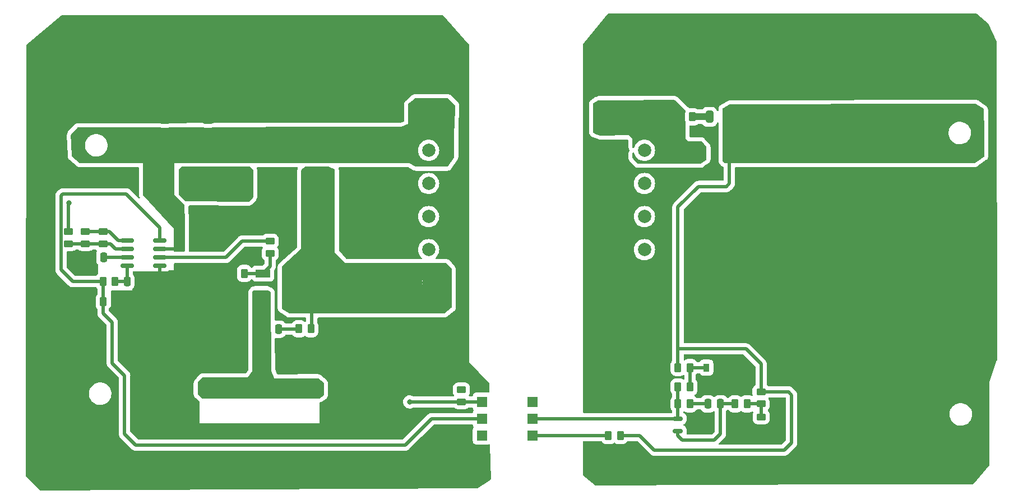
<source format=gbr>
%TF.GenerationSoftware,KiCad,Pcbnew,(6.0.10)*%
%TF.CreationDate,2023-06-11T22:06:00+03:00*%
%TF.ProjectId,flyback,666c7962-6163-46b2-9e6b-696361645f70,rev?*%
%TF.SameCoordinates,Original*%
%TF.FileFunction,Copper,L1,Top*%
%TF.FilePolarity,Positive*%
%FSLAX46Y46*%
G04 Gerber Fmt 4.6, Leading zero omitted, Abs format (unit mm)*
G04 Created by KiCad (PCBNEW (6.0.10)) date 2023-06-11 22:06:00*
%MOMM*%
%LPD*%
G01*
G04 APERTURE LIST*
G04 Aperture macros list*
%AMRoundRect*
0 Rectangle with rounded corners*
0 $1 Rounding radius*
0 $2 $3 $4 $5 $6 $7 $8 $9 X,Y pos of 4 corners*
0 Add a 4 corners polygon primitive as box body*
4,1,4,$2,$3,$4,$5,$6,$7,$8,$9,$2,$3,0*
0 Add four circle primitives for the rounded corners*
1,1,$1+$1,$2,$3*
1,1,$1+$1,$4,$5*
1,1,$1+$1,$6,$7*
1,1,$1+$1,$8,$9*
0 Add four rect primitives between the rounded corners*
20,1,$1+$1,$2,$3,$4,$5,0*
20,1,$1+$1,$4,$5,$6,$7,0*
20,1,$1+$1,$6,$7,$8,$9,0*
20,1,$1+$1,$8,$9,$2,$3,0*%
G04 Aperture macros list end*
%TA.AperFunction,SMDPad,CuDef*%
%ADD10R,1.600000X1.600000*%
%TD*%
%TA.AperFunction,ComponentPad*%
%ADD11O,2.000000X2.000000*%
%TD*%
%TA.AperFunction,ComponentPad*%
%ADD12C,2.000000*%
%TD*%
%TA.AperFunction,SMDPad,CuDef*%
%ADD13RoundRect,0.250000X-2.450000X0.650000X-2.450000X-0.650000X2.450000X-0.650000X2.450000X0.650000X0*%
%TD*%
%TA.AperFunction,SMDPad,CuDef*%
%ADD14RoundRect,0.250000X-0.325000X-0.650000X0.325000X-0.650000X0.325000X0.650000X-0.325000X0.650000X0*%
%TD*%
%TA.AperFunction,SMDPad,CuDef*%
%ADD15RoundRect,0.250000X-0.250000X-0.475000X0.250000X-0.475000X0.250000X0.475000X-0.250000X0.475000X0*%
%TD*%
%TA.AperFunction,SMDPad,CuDef*%
%ADD16RoundRect,0.250000X-0.650000X0.325000X-0.650000X-0.325000X0.650000X-0.325000X0.650000X0.325000X0*%
%TD*%
%TA.AperFunction,SMDPad,CuDef*%
%ADD17RoundRect,0.250000X-0.450000X0.262500X-0.450000X-0.262500X0.450000X-0.262500X0.450000X0.262500X0*%
%TD*%
%TA.AperFunction,SMDPad,CuDef*%
%ADD18RoundRect,0.250000X0.475000X-0.250000X0.475000X0.250000X-0.475000X0.250000X-0.475000X-0.250000X0*%
%TD*%
%TA.AperFunction,SMDPad,CuDef*%
%ADD19RoundRect,0.250000X0.250000X0.475000X-0.250000X0.475000X-0.250000X-0.475000X0.250000X-0.475000X0*%
%TD*%
%TA.AperFunction,SMDPad,CuDef*%
%ADD20RoundRect,0.250000X-0.475000X0.250000X-0.475000X-0.250000X0.475000X-0.250000X0.475000X0.250000X0*%
%TD*%
%TA.AperFunction,SMDPad,CuDef*%
%ADD21RoundRect,0.250000X0.325000X0.650000X-0.325000X0.650000X-0.325000X-0.650000X0.325000X-0.650000X0*%
%TD*%
%TA.AperFunction,SMDPad,CuDef*%
%ADD22RoundRect,0.250000X0.262500X0.450000X-0.262500X0.450000X-0.262500X-0.450000X0.262500X-0.450000X0*%
%TD*%
%TA.AperFunction,SMDPad,CuDef*%
%ADD23RoundRect,0.150000X-0.825000X-0.150000X0.825000X-0.150000X0.825000X0.150000X-0.825000X0.150000X0*%
%TD*%
%TA.AperFunction,SMDPad,CuDef*%
%ADD24RoundRect,0.250000X2.450000X-0.650000X2.450000X0.650000X-2.450000X0.650000X-2.450000X-0.650000X0*%
%TD*%
%TA.AperFunction,SMDPad,CuDef*%
%ADD25RoundRect,0.250000X-1.425000X0.362500X-1.425000X-0.362500X1.425000X-0.362500X1.425000X0.362500X0*%
%TD*%
%TA.AperFunction,SMDPad,CuDef*%
%ADD26R,0.900000X1.200000*%
%TD*%
%TA.AperFunction,SMDPad,CuDef*%
%ADD27RoundRect,0.250000X0.450000X-0.262500X0.450000X0.262500X-0.450000X0.262500X-0.450000X-0.262500X0*%
%TD*%
%TA.AperFunction,SMDPad,CuDef*%
%ADD28RoundRect,0.250000X-0.262500X-0.450000X0.262500X-0.450000X0.262500X0.450000X-0.262500X0.450000X0*%
%TD*%
%TA.AperFunction,ComponentPad*%
%ADD29R,2.200000X2.200000*%
%TD*%
%TA.AperFunction,ComponentPad*%
%ADD30O,2.200000X2.200000*%
%TD*%
%TA.AperFunction,SMDPad,CuDef*%
%ADD31RoundRect,0.150000X-0.587500X-0.150000X0.587500X-0.150000X0.587500X0.150000X-0.587500X0.150000X0*%
%TD*%
%TA.AperFunction,SMDPad,CuDef*%
%ADD32R,2.200000X1.200000*%
%TD*%
%TA.AperFunction,SMDPad,CuDef*%
%ADD33R,6.400000X5.800000*%
%TD*%
%TA.AperFunction,ComponentPad*%
%ADD34R,2.000000X2.000000*%
%TD*%
%TA.AperFunction,ViaPad*%
%ADD35C,0.800000*%
%TD*%
%TA.AperFunction,Conductor*%
%ADD36C,0.250000*%
%TD*%
%TA.AperFunction,Conductor*%
%ADD37C,0.500000*%
%TD*%
%TA.AperFunction,Conductor*%
%ADD38C,1.000000*%
%TD*%
G04 APERTURE END LIST*
D10*
%TO.P,U2,1*%
%TO.N,Net-(R13-Pad2)*%
X171323000Y-119227600D03*
%TO.P,U2,2*%
%TO.N,Net-(R14-Pad1)*%
X171323000Y-116687600D03*
%TO.P,U2,3,NC*%
%TO.N,unconnected-(U2-Pad3)*%
X171323000Y-114147600D03*
%TO.P,U2,4*%
%TO.N,/Vfb*%
X163703000Y-114147600D03*
%TO.P,U2,5*%
%TO.N,/Vref*%
X163703000Y-116687600D03*
%TO.P,U2,6*%
%TO.N,unconnected-(U2-Pad6)*%
X163703000Y-119227600D03*
%TD*%
D11*
%TO.P,T1,12,SA*%
%TO.N,GND2*%
X188229800Y-96186000D03*
D12*
%TO.P,T1,11*%
%TO.N,N/C*%
X188229800Y-91186000D03*
%TO.P,T1,10*%
X188229800Y-86186000D03*
%TO.P,T1,9*%
X188229800Y-81186000D03*
%TO.P,T1,8*%
X188229800Y-76186000D03*
%TO.P,T1,7,SB*%
%TO.N,Net-(D2-Pad2)*%
X188229800Y-71186000D03*
%TO.P,T1,6,AA*%
%TO.N,/Vin*%
X155629800Y-71186000D03*
%TO.P,T1,5*%
%TO.N,N/C*%
X155629800Y-76186000D03*
%TO.P,T1,4*%
X155629800Y-81186000D03*
%TO.P,T1,3*%
X155629800Y-86186000D03*
%TO.P,T1,2*%
X155629800Y-91186000D03*
D11*
%TO.P,T1,1,AB*%
%TO.N,Net-(D1-Pad2)*%
X155629800Y-96186000D03*
%TD*%
D13*
%TO.P,C13,1*%
%TO.N,GND2*%
X220853000Y-65395000D03*
%TO.P,C13,2*%
%TO.N,/Vout*%
X220853000Y-70495000D03*
%TD*%
D14*
%TO.P,C12,1*%
%TO.N,Net-(C12-Pad1)*%
X198042000Y-71120000D03*
%TO.P,C12,2*%
%TO.N,/Vout*%
X200992000Y-71120000D03*
%TD*%
D15*
%TO.P,C3,1*%
%TO.N,Net-(C3-Pad1)*%
X110097250Y-95993000D03*
%TO.P,C3,2*%
%TO.N,GND1*%
X111997250Y-95993000D03*
%TD*%
D16*
%TO.P,C8,1*%
%TO.N,GND1*%
X118795800Y-70584800D03*
%TO.P,C8,2*%
%TO.N,/Vin*%
X118795800Y-73534800D03*
%TD*%
D17*
%TO.P,R6,1*%
%TO.N,Net-(R6-Pad1)*%
X131699000Y-89891500D03*
%TO.P,R6,2*%
%TO.N,Net-(Q1-Pad1)*%
X131699000Y-91716500D03*
%TD*%
%TO.P,R4,1*%
%TO.N,/Vin*%
X121691400Y-77421100D03*
%TO.P,R4,2*%
%TO.N,Net-(C10-Pad2)*%
X121691400Y-79246100D03*
%TD*%
D18*
%TO.P,C2,1*%
%TO.N,Net-(C2-Pad1)*%
X106459000Y-90339000D03*
%TO.P,C2,2*%
%TO.N,Net-(C2-Pad2)*%
X106459000Y-88439000D03*
%TD*%
D17*
%TO.P,R5,1*%
%TO.N,/Vin*%
X124129800Y-77421100D03*
%TO.P,R5,2*%
%TO.N,Net-(C10-Pad2)*%
X124129800Y-79246100D03*
%TD*%
D19*
%TO.P,C5,1*%
%TO.N,GND1*%
X120101400Y-89916000D03*
%TO.P,C5,2*%
%TO.N,/Vin*%
X118201400Y-89916000D03*
%TD*%
D20*
%TO.P,C4,1*%
%TO.N,GND1*%
X115773200Y-71643200D03*
%TO.P,C4,2*%
%TO.N,/Vin*%
X115773200Y-73543200D03*
%TD*%
D21*
%TO.P,C7,1*%
%TO.N,GND1*%
X120499400Y-86385400D03*
%TO.P,C7,2*%
%TO.N,/Vin*%
X117549400Y-86385400D03*
%TD*%
D20*
%TO.P,C19,1*%
%TO.N,GND2*%
X212877400Y-68036400D03*
%TO.P,C19,2*%
%TO.N,/Vout*%
X212877400Y-69936400D03*
%TD*%
%TO.P,C10,1*%
%TO.N,/Vin*%
X119608600Y-77358200D03*
%TO.P,C10,2*%
%TO.N,Net-(C10-Pad2)*%
X119608600Y-79258200D03*
%TD*%
D22*
%TO.P,R16,1*%
%TO.N,Net-(D3-Pad1)*%
X195120900Y-111912400D03*
%TO.P,R16,2*%
%TO.N,Net-(R14-Pad1)*%
X193295900Y-111912400D03*
%TD*%
D23*
%TO.P,U1,1,COMP*%
%TO.N,Net-(C2-Pad2)*%
X110072400Y-89789000D03*
%TO.P,U1,2,FB*%
%TO.N,Net-(C2-Pad1)*%
X110072400Y-91059000D03*
%TO.P,U1,3,CS*%
%TO.N,Net-(C9-Pad2)*%
X110072400Y-92329000D03*
%TO.P,U1,4,RC*%
%TO.N,Net-(C3-Pad1)*%
X110072400Y-93599000D03*
%TO.P,U1,5,GND*%
%TO.N,GND1*%
X115022400Y-93599000D03*
%TO.P,U1,6,OUT*%
%TO.N,Net-(R6-Pad1)*%
X115022400Y-92329000D03*
%TO.P,U1,7,VCC*%
%TO.N,/Vin*%
X115022400Y-91059000D03*
%TO.P,U1,8,VREF*%
%TO.N,/Vref*%
X115022400Y-89789000D03*
%TD*%
D22*
%TO.P,R10,1*%
%TO.N,Net-(D1-Pad2)*%
X137859100Y-103124000D03*
%TO.P,R10,2*%
%TO.N,Net-(C11-Pad2)*%
X136034100Y-103124000D03*
%TD*%
D17*
%TO.P,R1,1*%
%TO.N,/Vfb*%
X101252000Y-88476500D03*
%TO.P,R1,2*%
%TO.N,Net-(C2-Pad1)*%
X101252000Y-90301500D03*
%TD*%
%TO.P,R19,1*%
%TO.N,Net-(R17-Pad2)*%
X205867000Y-116435500D03*
%TO.P,R19,2*%
%TO.N,GND2*%
X205867000Y-118260500D03*
%TD*%
D24*
%TO.P,C15,1*%
%TO.N,GND2*%
X211963000Y-80782000D03*
%TO.P,C15,2*%
%TO.N,/Vout*%
X211963000Y-75682000D03*
%TD*%
D22*
%TO.P,R13,1*%
%TO.N,/Vout*%
X184603400Y-119253000D03*
%TO.P,R13,2*%
%TO.N,Net-(R13-Pad2)*%
X182778400Y-119253000D03*
%TD*%
D25*
%TO.P,R9,1*%
%TO.N,Net-(C11-Pad1)*%
X136880600Y-112328100D03*
%TO.P,R9,2*%
%TO.N,GND1*%
X136880600Y-118253100D03*
%TD*%
D26*
%TO.P,D3,1,K*%
%TO.N,Net-(D3-Pad1)*%
X197587600Y-108991400D03*
%TO.P,D3,2,A*%
%TO.N,GND2*%
X200887600Y-108991400D03*
%TD*%
D27*
%TO.P,R11,1*%
%TO.N,/Vfb*%
X160578800Y-114171100D03*
%TO.P,R11,2*%
%TO.N,GNDA*%
X160578800Y-112346100D03*
%TD*%
D28*
%TO.P,R20,1*%
%TO.N,GND1*%
X125985900Y-94767400D03*
%TO.P,R20,2*%
%TO.N,Net-(Q1-Pad1)*%
X127810900Y-94767400D03*
%TD*%
D29*
%TO.P,D1,1,K*%
%TO.N,Net-(C10-Pad2)*%
X127733000Y-80626000D03*
D30*
%TO.P,D1,2,A*%
%TO.N,Net-(D1-Pad2)*%
X137893000Y-80626000D03*
%TD*%
D16*
%TO.P,C20,1*%
%TO.N,GND2*%
X207645000Y-67486000D03*
%TO.P,C20,2*%
%TO.N,/Vout*%
X207645000Y-70436000D03*
%TD*%
D28*
%TO.P,R15,1*%
%TO.N,/Vout*%
X193295900Y-108991400D03*
%TO.P,R15,2*%
%TO.N,Net-(D3-Pad1)*%
X195120900Y-108991400D03*
%TD*%
D31*
%TO.P,U3,1,K*%
%TO.N,Net-(R14-Pad1)*%
X193269000Y-116702800D03*
%TO.P,U3,2,REF*%
%TO.N,Net-(C14-Pad2)*%
X193269000Y-118602800D03*
%TO.P,U3,3,A*%
%TO.N,GND2*%
X195144000Y-117652800D03*
%TD*%
D15*
%TO.P,C14,1*%
%TO.N,Net-(C14-Pad1)*%
X197805000Y-114477800D03*
%TO.P,C14,2*%
%TO.N,Net-(C14-Pad2)*%
X199705000Y-114477800D03*
%TD*%
D28*
%TO.P,R12,1*%
%TO.N,Net-(D2-Pad2)*%
X193651500Y-71120000D03*
%TO.P,R12,2*%
%TO.N,Net-(C12-Pad1)*%
X195476500Y-71120000D03*
%TD*%
D25*
%TO.P,R8,1*%
%TO.N,Net-(C11-Pad1)*%
X123672600Y-112455100D03*
%TO.P,R8,2*%
%TO.N,GND1*%
X123672600Y-118380100D03*
%TD*%
D32*
%TO.P,Q1,1,G*%
%TO.N,Net-(Q1-Pad1)*%
X130623200Y-94773400D03*
D33*
%TO.P,Q1,2,D*%
%TO.N,Net-(D1-Pad2)*%
X136923200Y-97053400D03*
D32*
%TO.P,Q1,3,S*%
%TO.N,Net-(C11-Pad1)*%
X130623200Y-99333400D03*
%TD*%
D20*
%TO.P,C6,1*%
%TO.N,GND1*%
X122326400Y-71643200D03*
%TO.P,C6,2*%
%TO.N,/Vin*%
X122326400Y-73543200D03*
%TD*%
D28*
%TO.P,R17,1*%
%TO.N,Net-(C14-Pad2)*%
X201906500Y-114477800D03*
%TO.P,R17,2*%
%TO.N,Net-(R17-Pad2)*%
X203731500Y-114477800D03*
%TD*%
D17*
%TO.P,R18,1*%
%TO.N,/Vout*%
X205841600Y-112650900D03*
%TO.P,R18,2*%
%TO.N,Net-(R17-Pad2)*%
X205841600Y-114475900D03*
%TD*%
D24*
%TO.P,C17,1*%
%TO.N,GND2*%
X229870000Y-80782000D03*
%TO.P,C17,2*%
%TO.N,/Vout*%
X229870000Y-75682000D03*
%TD*%
D15*
%TO.P,C11,1*%
%TO.N,Net-(C11-Pad1)*%
X131079200Y-103200200D03*
%TO.P,C11,2*%
%TO.N,Net-(C11-Pad2)*%
X132979200Y-103200200D03*
%TD*%
D28*
%TO.P,R3,1*%
%TO.N,/Vref*%
X106451750Y-95993000D03*
%TO.P,R3,2*%
%TO.N,Net-(C3-Pad1)*%
X108276750Y-95993000D03*
%TD*%
D15*
%TO.P,C9,1*%
%TO.N,GND1*%
X104620000Y-92310000D03*
%TO.P,C9,2*%
%TO.N,Net-(C9-Pad2)*%
X106520000Y-92310000D03*
%TD*%
D13*
%TO.P,C16,1*%
%TO.N,GND2*%
X229870000Y-65268000D03*
%TO.P,C16,2*%
%TO.N,/Vout*%
X229870000Y-70368000D03*
%TD*%
D27*
%TO.P,R2,1*%
%TO.N,Net-(C2-Pad1)*%
X103792000Y-90301500D03*
%TO.P,R2,2*%
%TO.N,Net-(C2-Pad2)*%
X103792000Y-88476500D03*
%TD*%
D25*
%TO.P,R7,1*%
%TO.N,Net-(C11-Pad1)*%
X130759200Y-112353500D03*
%TO.P,R7,2*%
%TO.N,GND1*%
X130759200Y-118278500D03*
%TD*%
D28*
%TO.P,R14,1*%
%TO.N,Net-(R14-Pad1)*%
X193270500Y-114477800D03*
%TO.P,R14,2*%
%TO.N,Net-(C14-Pad1)*%
X195095500Y-114477800D03*
%TD*%
D24*
%TO.P,C18,1*%
%TO.N,GND2*%
X220853000Y-80782000D03*
%TO.P,C18,2*%
%TO.N,/Vout*%
X220853000Y-75682000D03*
%TD*%
D15*
%TO.P,C1,1*%
%TO.N,/Vref*%
X106459000Y-99041000D03*
%TO.P,C1,2*%
%TO.N,GND1*%
X108359000Y-99041000D03*
%TD*%
D34*
%TO.P,D2,1,K*%
%TO.N,/Vout*%
X201041000Y-76510000D03*
D11*
%TO.P,D2,2,A*%
%TO.N,Net-(D2-Pad2)*%
X195961000Y-76510000D03*
%TD*%
D35*
%TO.N,GND2*%
X202793600Y-118338600D03*
X197231000Y-117602000D03*
X200990200Y-111379000D03*
%TO.N,/Vfb*%
X101269800Y-84150200D03*
X152781000Y-114173000D03*
%TO.N,GND1*%
X118795800Y-67995800D03*
X103555800Y-94335600D03*
%TD*%
D36*
%TO.N,GND2*%
X202871700Y-118260500D02*
X202793600Y-118338600D01*
X205867000Y-118260500D02*
X202871700Y-118260500D01*
X197180200Y-117652800D02*
X197231000Y-117602000D01*
X195144000Y-117652800D02*
X197180200Y-117652800D01*
X200887600Y-111276400D02*
X200990200Y-111379000D01*
X200887600Y-108991400D02*
X200887600Y-111276400D01*
D37*
%TO.N,Net-(C9-Pad2)*%
X110072400Y-92329000D02*
X106539000Y-92329000D01*
%TO.N,/Vin*%
X117998200Y-90119200D02*
X118201400Y-89916000D01*
X117998200Y-90703400D02*
X117998200Y-90119200D01*
%TO.N,Net-(Q1-Pad1)*%
X127613700Y-94773400D02*
X127582300Y-94742000D01*
X130623200Y-94773400D02*
X127613700Y-94773400D01*
X131699000Y-93697600D02*
X130623200Y-94773400D01*
X131699000Y-91716500D02*
X131699000Y-93697600D01*
%TO.N,Net-(C11-Pad2)*%
X135983300Y-103174800D02*
X133004600Y-103174800D01*
X136034100Y-103124000D02*
X135983300Y-103174800D01*
X133004600Y-103174800D02*
X132979200Y-103200200D01*
%TO.N,/Vref*%
X109728000Y-110185200D02*
X109728000Y-119049800D01*
X106451400Y-99048600D02*
X106459000Y-99041000D01*
X106451400Y-100787200D02*
X106451400Y-99048600D01*
X111379000Y-120700800D02*
X152069800Y-120700800D01*
X107859600Y-108316800D02*
X109728000Y-110185200D01*
X107859600Y-102195400D02*
X106451400Y-100787200D01*
X107859600Y-102195400D02*
X107859600Y-108316800D01*
X109728000Y-119049800D02*
X111379000Y-120700800D01*
X152069800Y-120700800D02*
X156072600Y-116698000D01*
X156072600Y-116698000D02*
X163693000Y-116698000D01*
X100102000Y-83032000D02*
X100102000Y-94209200D01*
X106451750Y-95993000D02*
X106451750Y-99033750D01*
D36*
X106451750Y-99033750D02*
X106459000Y-99041000D01*
D37*
X115022400Y-87819000D02*
X109956600Y-82753200D01*
X101885800Y-95993000D02*
X106451750Y-95993000D01*
X100102000Y-94209200D02*
X101885800Y-95993000D01*
X115022400Y-89789000D02*
X115022400Y-87819000D01*
X109956600Y-82753200D02*
X100380800Y-82753200D01*
X100380800Y-82753200D02*
X100102000Y-83032000D01*
%TO.N,Net-(C2-Pad2)*%
X107424900Y-88476500D02*
X103792000Y-88476500D01*
X108737400Y-89789000D02*
X107424900Y-88476500D01*
X110072400Y-89789000D02*
X108737400Y-89789000D01*
%TO.N,Net-(C3-Pad1)*%
X110072400Y-95968150D02*
X110097250Y-95993000D01*
X110072400Y-93599000D02*
X110072400Y-95968150D01*
X108276750Y-95993000D02*
X110097250Y-95993000D01*
%TO.N,Net-(C9-Pad2)*%
X106539000Y-92329000D02*
X106520000Y-92310000D01*
D38*
%TO.N,Net-(C12-Pad1)*%
X198042000Y-71120000D02*
X195476500Y-71120000D01*
D37*
%TO.N,/Vout*%
X193295900Y-108991400D02*
X193295900Y-106576500D01*
X193295900Y-106576500D02*
X193295900Y-84732500D01*
X193295900Y-84732500D02*
X196392800Y-81635600D01*
X193295900Y-106576500D02*
X193295900Y-106170100D01*
X205841600Y-108458000D02*
X205841600Y-112650900D01*
X210464400Y-120345200D02*
X210464400Y-113131600D01*
X193295900Y-106170100D02*
X203553700Y-106170100D01*
X203553700Y-106170100D02*
X205841600Y-108458000D01*
X189738000Y-121462800D02*
X209346800Y-121462800D01*
X209346800Y-121462800D02*
X210464400Y-120345200D01*
X196392800Y-81635600D02*
X200609200Y-81635600D01*
X209983700Y-112650900D02*
X205841600Y-112650900D01*
X210464400Y-113131600D02*
X209983700Y-112650900D01*
X201041000Y-81203800D02*
X201041000Y-76510000D01*
X200609200Y-81635600D02*
X201041000Y-81203800D01*
X184603400Y-119253000D02*
X187528200Y-119253000D01*
X187528200Y-119253000D02*
X189738000Y-121462800D01*
%TO.N,Net-(C14-Pad1)*%
X195095500Y-114477800D02*
X197805000Y-114477800D01*
%TO.N,Net-(C14-Pad2)*%
X199705000Y-118988800D02*
X198780400Y-119913400D01*
X193929000Y-119913400D02*
X193269000Y-119253400D01*
X193269000Y-119253400D02*
X193269000Y-118602800D01*
X199705000Y-114477800D02*
X199705000Y-118988800D01*
X199705000Y-114477800D02*
X201906500Y-114477800D01*
X198780400Y-119913400D02*
X193929000Y-119913400D01*
%TO.N,Net-(D1-Pad2)*%
X137859100Y-103124000D02*
X137990000Y-102993100D01*
X137990000Y-102993100D02*
X137990000Y-96266000D01*
%TO.N,Net-(D3-Pad1)*%
X195120900Y-108991400D02*
X197587600Y-108991400D01*
X195120900Y-108991400D02*
X195120900Y-111912400D01*
%TO.N,/Vfb*%
X160578800Y-114171100D02*
X152732100Y-114171100D01*
X152779100Y-114171100D02*
X152781000Y-114173000D01*
X160591900Y-114158000D02*
X160578800Y-114171100D01*
X101252000Y-84168000D02*
X101269800Y-84150200D01*
X163693000Y-114158000D02*
X160591900Y-114158000D01*
X101252000Y-88476500D02*
X101252000Y-84168000D01*
X101243700Y-88468200D02*
X101252000Y-88476500D01*
X152732100Y-114171100D02*
X152779100Y-114171100D01*
%TO.N,Net-(R6-Pad1)*%
X124993400Y-92354400D02*
X127456300Y-89891500D01*
X115022400Y-92329000D02*
X115047800Y-92354400D01*
X127456300Y-89891500D02*
X131699000Y-89891500D01*
X115047800Y-92354400D02*
X124993400Y-92354400D01*
%TO.N,Net-(R13-Pad2)*%
X171313000Y-119238000D02*
X182763400Y-119238000D01*
X182763400Y-119238000D02*
X182778400Y-119253000D01*
%TO.N,Net-(R14-Pad1)*%
X191810600Y-116702800D02*
X193269000Y-116702800D01*
X171313000Y-116698000D02*
X191856600Y-116698000D01*
X193269000Y-114479300D02*
X193270500Y-114477800D01*
X193269000Y-116702800D02*
X193269000Y-114479300D01*
X193270500Y-111937800D02*
X193295900Y-111912400D01*
X193270500Y-114477800D02*
X193270500Y-111937800D01*
%TO.N,Net-(R17-Pad2)*%
X205867000Y-116435500D02*
X205867000Y-114501300D01*
X203731500Y-114477800D02*
X205839700Y-114477800D01*
X205839700Y-114477800D02*
X205841600Y-114475900D01*
X205867000Y-114501300D02*
X205841600Y-114475900D01*
%TO.N,Net-(C2-Pad1)*%
X107585600Y-90339000D02*
X108305600Y-91059000D01*
X106421500Y-90301500D02*
X106459000Y-90339000D01*
X106459000Y-90339000D02*
X107585600Y-90339000D01*
X101252000Y-90301500D02*
X106421500Y-90301500D01*
X108305600Y-91059000D02*
X110072400Y-91059000D01*
%TO.N,GND1*%
X104620000Y-92310000D02*
X104620000Y-93271400D01*
X114674600Y-95993000D02*
X115022400Y-95645200D01*
X104620000Y-93271400D02*
X103555800Y-94335600D01*
X115022400Y-95645200D02*
X115022400Y-93599000D01*
X111997250Y-95993000D02*
X114674600Y-95993000D01*
D36*
X118795800Y-70584800D02*
X118795800Y-67995800D01*
D37*
%TO.N,/Vin*%
X115022400Y-91059000D02*
X117642600Y-91059000D01*
X118006600Y-90695000D02*
X117998200Y-90703400D01*
X115022400Y-91059000D02*
X115047800Y-91033600D01*
X117642600Y-91059000D02*
X117998200Y-90703400D01*
%TD*%
%TA.AperFunction,Conductor*%
%TO.N,GND1*%
G36*
X157847166Y-55823802D02*
G01*
X157873188Y-55846056D01*
X161690073Y-60136933D01*
X161720404Y-60201125D01*
X161721930Y-60220334D01*
X161747200Y-69494400D01*
X161747200Y-108178600D01*
X161754837Y-108186494D01*
X164735239Y-111267078D01*
X164768229Y-111329944D01*
X164770664Y-111352498D01*
X164775469Y-111628785D01*
X164792955Y-112634230D01*
X164774142Y-112702685D01*
X164721302Y-112750104D01*
X164650529Y-112761340D01*
X164546448Y-112747638D01*
X164546447Y-112747638D01*
X164542361Y-112747100D01*
X163703102Y-112747100D01*
X162863640Y-112747101D01*
X162859556Y-112747639D01*
X162859550Y-112747639D01*
X162754425Y-112761478D01*
X162754423Y-112761478D01*
X162746238Y-112762556D01*
X162600159Y-112823064D01*
X162474718Y-112919318D01*
X162378464Y-113044759D01*
X162317956Y-113190838D01*
X162316878Y-113199026D01*
X162314741Y-113207002D01*
X162313198Y-113206589D01*
X162288295Y-113262876D01*
X162229029Y-113301966D01*
X162192098Y-113307500D01*
X161821176Y-113307500D01*
X161753055Y-113287498D01*
X161706562Y-113233842D01*
X161696458Y-113163568D01*
X161722979Y-113102550D01*
X161749531Y-113069526D01*
X161820846Y-112925864D01*
X161828662Y-112910119D01*
X161828664Y-112910115D01*
X161831695Y-112904008D01*
X161852665Y-112819904D01*
X161875055Y-112730103D01*
X161875056Y-112730099D01*
X161876400Y-112724707D01*
X161879300Y-112682166D01*
X161879300Y-112010034D01*
X161876400Y-111967493D01*
X161831695Y-111788192D01*
X161828664Y-111782085D01*
X161828662Y-111782081D01*
X161782083Y-111688249D01*
X161749531Y-111622674D01*
X161633740Y-111478660D01*
X161489726Y-111362869D01*
X161406967Y-111321787D01*
X161330319Y-111283738D01*
X161330315Y-111283736D01*
X161324208Y-111280705D01*
X161295197Y-111273472D01*
X161150303Y-111237345D01*
X161150299Y-111237344D01*
X161144907Y-111236000D01*
X161128094Y-111234854D01*
X161104514Y-111233246D01*
X161104501Y-111233246D01*
X161102366Y-111233100D01*
X160055234Y-111233100D01*
X160053099Y-111233246D01*
X160053086Y-111233246D01*
X160029506Y-111234854D01*
X160012693Y-111236000D01*
X160007301Y-111237344D01*
X160007297Y-111237345D01*
X159862403Y-111273472D01*
X159833392Y-111280705D01*
X159827285Y-111283736D01*
X159827281Y-111283738D01*
X159750633Y-111321787D01*
X159667874Y-111362869D01*
X159523860Y-111478660D01*
X159408069Y-111622674D01*
X159375517Y-111688249D01*
X159328938Y-111782081D01*
X159328936Y-111782085D01*
X159325905Y-111788192D01*
X159281200Y-111967493D01*
X159278300Y-112010034D01*
X159278300Y-112682166D01*
X159281200Y-112724707D01*
X159282544Y-112730099D01*
X159282545Y-112730103D01*
X159304935Y-112819904D01*
X159325905Y-112904008D01*
X159328936Y-112910115D01*
X159328938Y-112910119D01*
X159336754Y-112925864D01*
X159408069Y-113069526D01*
X159445154Y-113115650D01*
X159472249Y-113181270D01*
X159459566Y-113251125D01*
X159411130Y-113303033D01*
X159346956Y-113320600D01*
X153340045Y-113320600D01*
X153280116Y-113305436D01*
X153176004Y-113249143D01*
X153170585Y-113246213D01*
X153065035Y-113213540D01*
X152989039Y-113190015D01*
X152989036Y-113190014D01*
X152983152Y-113188193D01*
X152977027Y-113187549D01*
X152977026Y-113187549D01*
X152794147Y-113168327D01*
X152794146Y-113168327D01*
X152788019Y-113167683D01*
X152665383Y-113178844D01*
X152598759Y-113184907D01*
X152598758Y-113184907D01*
X152592618Y-113185466D01*
X152586704Y-113187207D01*
X152586702Y-113187207D01*
X152519445Y-113207002D01*
X152404393Y-113240864D01*
X152398928Y-113243721D01*
X152235972Y-113328912D01*
X152235968Y-113328915D01*
X152230512Y-113331767D01*
X152077600Y-113454711D01*
X151951480Y-113605016D01*
X151948516Y-113610408D01*
X151948513Y-113610412D01*
X151915519Y-113670428D01*
X151856956Y-113776954D01*
X151797628Y-113963978D01*
X151775757Y-114158963D01*
X151792175Y-114354483D01*
X151846258Y-114543091D01*
X151863436Y-114576515D01*
X151933123Y-114712113D01*
X151933126Y-114712117D01*
X151935944Y-114717601D01*
X152057818Y-114871369D01*
X152062511Y-114875363D01*
X152062512Y-114875364D01*
X152193639Y-114986961D01*
X152207238Y-114998535D01*
X152212616Y-115001541D01*
X152212618Y-115001542D01*
X152248508Y-115021600D01*
X152378513Y-115094257D01*
X152565118Y-115154889D01*
X152759946Y-115178121D01*
X152766081Y-115177649D01*
X152766083Y-115177649D01*
X152949434Y-115163541D01*
X152949438Y-115163540D01*
X152955576Y-115163068D01*
X153144556Y-115110303D01*
X153293366Y-115035134D01*
X153350176Y-115021600D01*
X159458420Y-115021600D01*
X159526541Y-115041602D01*
X159537372Y-115049404D01*
X159667874Y-115154331D01*
X159714848Y-115177649D01*
X159827281Y-115233462D01*
X159827285Y-115233464D01*
X159833392Y-115236495D01*
X159840014Y-115238146D01*
X160007297Y-115279855D01*
X160007301Y-115279856D01*
X160012693Y-115281200D01*
X160029506Y-115282346D01*
X160053086Y-115283954D01*
X160053099Y-115283954D01*
X160055234Y-115284100D01*
X161102366Y-115284100D01*
X161104501Y-115283954D01*
X161104514Y-115283954D01*
X161128094Y-115282346D01*
X161144907Y-115281200D01*
X161150299Y-115279856D01*
X161150303Y-115279855D01*
X161317586Y-115238146D01*
X161324208Y-115236495D01*
X161330315Y-115233464D01*
X161330319Y-115233462D01*
X161442752Y-115177649D01*
X161489726Y-115154331D01*
X161633740Y-115038540D01*
X161635163Y-115040310D01*
X161688145Y-115011379D01*
X161714928Y-115008500D01*
X162196703Y-115008500D01*
X162264824Y-115028502D01*
X162311317Y-115082158D01*
X162317180Y-115098468D01*
X162317956Y-115104362D01*
X162378464Y-115250441D01*
X162383491Y-115256992D01*
X162447872Y-115340896D01*
X162473472Y-115407117D01*
X162459207Y-115476666D01*
X162447872Y-115494304D01*
X162378464Y-115584759D01*
X162317956Y-115730838D01*
X162316878Y-115739026D01*
X162314741Y-115747002D01*
X162313198Y-115746589D01*
X162288295Y-115802876D01*
X162229029Y-115841966D01*
X162192098Y-115847500D01*
X156113662Y-115847500D01*
X156103121Y-115847058D01*
X156051698Y-115842740D01*
X156044938Y-115843642D01*
X156044934Y-115843642D01*
X155971941Y-115853381D01*
X155968887Y-115853751D01*
X155895672Y-115861705D01*
X155895669Y-115861706D01*
X155888891Y-115862442D01*
X155882431Y-115864616D01*
X155879383Y-115865286D01*
X155878922Y-115865367D01*
X155878771Y-115865403D01*
X155878312Y-115865536D01*
X155875293Y-115866278D01*
X155868531Y-115867180D01*
X155862121Y-115869513D01*
X155862117Y-115869514D01*
X155792929Y-115894697D01*
X155790023Y-115895715D01*
X155720223Y-115919205D01*
X155720221Y-115919206D01*
X155713752Y-115921383D01*
X155707898Y-115924900D01*
X155705086Y-115926200D01*
X155704643Y-115926382D01*
X155704484Y-115926458D01*
X155704066Y-115926686D01*
X155701297Y-115928049D01*
X155694885Y-115930382D01*
X155689127Y-115934036D01*
X155689121Y-115934039D01*
X155626956Y-115973490D01*
X155624337Y-115975108D01*
X155561207Y-116013041D01*
X155561205Y-116013042D01*
X155555356Y-116016557D01*
X155550397Y-116021246D01*
X155547918Y-116023128D01*
X155547141Y-116023668D01*
X155543231Y-116026625D01*
X155538862Y-116029398D01*
X155534628Y-116033183D01*
X155481122Y-116086689D01*
X155478600Y-116089142D01*
X155421093Y-116143524D01*
X155417259Y-116149166D01*
X155412833Y-116154366D01*
X155412429Y-116154022D01*
X155405893Y-116161918D01*
X153568494Y-117999318D01*
X151754417Y-119813395D01*
X151692105Y-119847421D01*
X151665322Y-119850300D01*
X111783479Y-119850300D01*
X111715358Y-119830298D01*
X111694384Y-119813395D01*
X110615405Y-118734417D01*
X110581380Y-118672105D01*
X110578500Y-118645322D01*
X110578500Y-110226262D01*
X110578942Y-110215718D01*
X110582689Y-110171095D01*
X110583260Y-110164298D01*
X110581270Y-110149380D01*
X110572619Y-110084541D01*
X110572249Y-110081487D01*
X110564295Y-110008272D01*
X110564294Y-110008269D01*
X110563558Y-110001491D01*
X110561384Y-109995031D01*
X110560714Y-109991983D01*
X110560633Y-109991522D01*
X110560597Y-109991371D01*
X110560464Y-109990912D01*
X110559722Y-109987893D01*
X110558820Y-109981131D01*
X110556487Y-109974721D01*
X110556486Y-109974717D01*
X110531303Y-109905529D01*
X110530285Y-109902623D01*
X110506795Y-109832823D01*
X110506794Y-109832821D01*
X110504617Y-109826352D01*
X110501100Y-109820498D01*
X110499800Y-109817686D01*
X110499618Y-109817243D01*
X110499542Y-109817084D01*
X110499314Y-109816666D01*
X110497951Y-109813897D01*
X110495618Y-109807485D01*
X110491964Y-109801727D01*
X110491961Y-109801721D01*
X110452510Y-109739556D01*
X110450892Y-109736937D01*
X110412959Y-109673807D01*
X110412958Y-109673805D01*
X110409443Y-109667956D01*
X110404754Y-109662997D01*
X110402872Y-109660518D01*
X110402332Y-109659741D01*
X110399375Y-109655831D01*
X110396602Y-109651462D01*
X110392817Y-109647228D01*
X110339311Y-109593722D01*
X110336858Y-109591200D01*
X110287165Y-109538651D01*
X110287163Y-109538649D01*
X110282476Y-109533693D01*
X110276834Y-109529859D01*
X110271634Y-109525433D01*
X110271978Y-109525029D01*
X110264082Y-109518493D01*
X108747005Y-108001417D01*
X108712980Y-107939105D01*
X108710100Y-107912322D01*
X108710100Y-102236462D01*
X108710542Y-102225918D01*
X108714289Y-102181295D01*
X108714860Y-102174498D01*
X108708333Y-102125577D01*
X108704219Y-102094741D01*
X108703849Y-102091687D01*
X108695895Y-102018472D01*
X108695894Y-102018469D01*
X108695158Y-102011691D01*
X108692984Y-102005231D01*
X108692314Y-102002183D01*
X108692233Y-102001722D01*
X108692197Y-102001571D01*
X108692064Y-102001112D01*
X108691322Y-101998093D01*
X108690420Y-101991331D01*
X108688087Y-101984921D01*
X108688086Y-101984917D01*
X108662903Y-101915729D01*
X108661885Y-101912823D01*
X108638395Y-101843023D01*
X108638394Y-101843021D01*
X108636217Y-101836552D01*
X108632700Y-101830698D01*
X108631400Y-101827886D01*
X108631218Y-101827443D01*
X108631142Y-101827284D01*
X108630914Y-101826866D01*
X108629551Y-101824097D01*
X108627218Y-101817685D01*
X108623564Y-101811927D01*
X108623561Y-101811921D01*
X108584110Y-101749756D01*
X108582492Y-101747137D01*
X108544559Y-101684007D01*
X108544558Y-101684005D01*
X108541043Y-101678156D01*
X108536354Y-101673197D01*
X108534472Y-101670718D01*
X108533935Y-101669946D01*
X108530978Y-101666036D01*
X108528202Y-101661662D01*
X108524417Y-101657429D01*
X108470928Y-101603940D01*
X108468475Y-101601418D01*
X108418765Y-101548851D01*
X108418763Y-101548849D01*
X108414076Y-101543893D01*
X108408435Y-101540059D01*
X108403234Y-101535633D01*
X108403578Y-101535228D01*
X108395679Y-101528691D01*
X107338805Y-100471817D01*
X107304779Y-100409505D01*
X107301900Y-100382722D01*
X107301900Y-100180286D01*
X107321902Y-100112165D01*
X107329704Y-100101334D01*
X107425454Y-99982246D01*
X107425456Y-99982243D01*
X107429731Y-99976926D01*
X107496526Y-99842369D01*
X107544730Y-99790247D01*
X107607774Y-99772404D01*
X107695589Y-99771282D01*
X107694876Y-98444497D01*
X107694350Y-97464546D01*
X107714315Y-97396414D01*
X107767946Y-97349892D01*
X107820138Y-97338478D01*
X110895785Y-97333328D01*
X110897118Y-97176520D01*
X110917698Y-97108573D01*
X110944163Y-97079394D01*
X110946871Y-97077217D01*
X110946873Y-97077215D01*
X110952190Y-97072940D01*
X111067981Y-96928926D01*
X111111681Y-96840893D01*
X111147112Y-96769519D01*
X111147114Y-96769515D01*
X111150145Y-96763408D01*
X111194850Y-96584107D01*
X111197750Y-96541566D01*
X111197750Y-95444434D01*
X111194850Y-95401893D01*
X111177800Y-95333507D01*
X111151796Y-95229214D01*
X111150145Y-95222592D01*
X111147114Y-95216485D01*
X111147112Y-95216481D01*
X111077749Y-95076752D01*
X111067981Y-95057074D01*
X110952190Y-94913060D01*
X110954197Y-94911447D01*
X110925779Y-94859405D01*
X110922900Y-94832622D01*
X110922900Y-94615631D01*
X110942902Y-94547510D01*
X110996558Y-94501017D01*
X111035893Y-94490304D01*
X111037569Y-94490130D01*
X111051919Y-94488641D01*
X111058455Y-94486460D01*
X111058457Y-94486460D01*
X111186696Y-94443676D01*
X111226572Y-94437200D01*
X116281200Y-94437200D01*
X116281065Y-94408112D01*
X116300751Y-94339900D01*
X116354190Y-94293159D01*
X116407603Y-94281529D01*
X117170200Y-94284800D01*
X117170200Y-93330900D01*
X117190202Y-93262779D01*
X117243858Y-93216286D01*
X117296200Y-93204900D01*
X124952338Y-93204900D01*
X124962879Y-93205342D01*
X125014302Y-93209660D01*
X125021062Y-93208758D01*
X125021066Y-93208758D01*
X125094059Y-93199019D01*
X125097113Y-93198649D01*
X125170328Y-93190695D01*
X125170331Y-93190694D01*
X125177109Y-93189958D01*
X125183569Y-93187784D01*
X125186617Y-93187114D01*
X125187078Y-93187033D01*
X125187229Y-93186997D01*
X125187688Y-93186864D01*
X125190707Y-93186122D01*
X125197469Y-93185220D01*
X125203879Y-93182887D01*
X125203883Y-93182886D01*
X125273071Y-93157703D01*
X125275977Y-93156685D01*
X125345777Y-93133195D01*
X125345779Y-93133194D01*
X125352248Y-93131017D01*
X125358102Y-93127500D01*
X125360914Y-93126200D01*
X125361357Y-93126018D01*
X125361516Y-93125942D01*
X125361934Y-93125714D01*
X125364703Y-93124351D01*
X125371115Y-93122018D01*
X125376873Y-93118364D01*
X125376879Y-93118361D01*
X125439044Y-93078910D01*
X125441663Y-93077292D01*
X125504793Y-93039359D01*
X125504795Y-93039358D01*
X125510644Y-93035843D01*
X125515603Y-93031154D01*
X125518082Y-93029272D01*
X125518859Y-93028732D01*
X125522769Y-93025775D01*
X125527138Y-93023002D01*
X125531372Y-93019217D01*
X125584878Y-92965711D01*
X125587400Y-92963258D01*
X125639949Y-92913565D01*
X125639951Y-92913563D01*
X125644907Y-92908876D01*
X125648741Y-92903234D01*
X125653167Y-92898034D01*
X125653571Y-92898378D01*
X125660107Y-92890482D01*
X127771683Y-90778905D01*
X127833995Y-90744880D01*
X127860778Y-90742000D01*
X130467156Y-90742000D01*
X130535277Y-90762002D01*
X130581770Y-90815658D01*
X130591874Y-90885932D01*
X130565354Y-90946950D01*
X130528269Y-90993074D01*
X130487187Y-91075833D01*
X130449138Y-91152481D01*
X130449136Y-91152485D01*
X130446105Y-91158592D01*
X130440816Y-91179804D01*
X130408422Y-91309731D01*
X130401400Y-91337893D01*
X130401022Y-91343441D01*
X130398673Y-91377900D01*
X130398500Y-91380434D01*
X130398500Y-92052566D01*
X130401400Y-92095107D01*
X130402744Y-92100499D01*
X130402745Y-92100503D01*
X130438872Y-92245397D01*
X130446105Y-92274408D01*
X130449136Y-92280515D01*
X130449138Y-92280519D01*
X130487187Y-92357167D01*
X130528269Y-92439926D01*
X130644060Y-92583940D01*
X130788074Y-92699731D01*
X130791221Y-92701293D01*
X130836998Y-92753889D01*
X130848500Y-92806483D01*
X130848500Y-93293120D01*
X130828498Y-93361241D01*
X130811596Y-93382215D01*
X130657816Y-93535996D01*
X130595504Y-93570021D01*
X130568720Y-93572901D01*
X129483840Y-93572901D01*
X129479756Y-93573439D01*
X129479750Y-93573439D01*
X129374625Y-93587278D01*
X129374623Y-93587278D01*
X129366438Y-93588356D01*
X129220359Y-93648864D01*
X129094918Y-93745118D01*
X129013556Y-93851152D01*
X129000885Y-93867665D01*
X128943547Y-93909532D01*
X128872676Y-93913754D01*
X128810773Y-93878990D01*
X128796202Y-93860645D01*
X128794131Y-93856474D01*
X128678340Y-93712460D01*
X128534326Y-93596669D01*
X128434567Y-93547148D01*
X128374919Y-93517538D01*
X128374915Y-93517536D01*
X128368808Y-93514505D01*
X128271732Y-93490301D01*
X128194903Y-93471145D01*
X128194899Y-93471144D01*
X128189507Y-93469800D01*
X128172694Y-93468654D01*
X128149114Y-93467046D01*
X128149101Y-93467046D01*
X128146966Y-93466900D01*
X127474834Y-93466900D01*
X127472699Y-93467046D01*
X127472686Y-93467046D01*
X127449106Y-93468654D01*
X127432293Y-93469800D01*
X127426901Y-93471144D01*
X127426897Y-93471145D01*
X127350068Y-93490301D01*
X127252992Y-93514505D01*
X127246885Y-93517536D01*
X127246881Y-93517538D01*
X127187233Y-93547148D01*
X127087474Y-93596669D01*
X126943460Y-93712460D01*
X126827669Y-93856474D01*
X126809132Y-93893817D01*
X126748538Y-94015881D01*
X126748536Y-94015885D01*
X126745505Y-94021992D01*
X126743854Y-94028614D01*
X126706438Y-94178682D01*
X126700800Y-94201293D01*
X126697900Y-94243834D01*
X126697900Y-95290966D01*
X126700800Y-95333507D01*
X126702144Y-95338899D01*
X126702145Y-95338903D01*
X126720560Y-95412761D01*
X126745505Y-95512808D01*
X126748536Y-95518915D01*
X126748538Y-95518919D01*
X126786587Y-95595567D01*
X126827669Y-95678326D01*
X126943460Y-95822340D01*
X127087474Y-95938131D01*
X127130566Y-95959522D01*
X127246881Y-96017262D01*
X127246885Y-96017264D01*
X127252992Y-96020295D01*
X127259614Y-96021946D01*
X127426897Y-96063655D01*
X127426901Y-96063656D01*
X127432293Y-96065000D01*
X127449106Y-96066146D01*
X127472686Y-96067754D01*
X127472699Y-96067754D01*
X127474834Y-96067900D01*
X128146966Y-96067900D01*
X128149101Y-96067754D01*
X128149114Y-96067754D01*
X128172694Y-96066146D01*
X128189507Y-96065000D01*
X128194899Y-96063656D01*
X128194903Y-96063655D01*
X128362186Y-96021946D01*
X128368808Y-96020295D01*
X128374915Y-96017264D01*
X128374919Y-96017262D01*
X128491234Y-95959522D01*
X128534326Y-95938131D01*
X128678340Y-95822340D01*
X128794131Y-95678326D01*
X128794674Y-95678763D01*
X128844399Y-95635485D01*
X128914650Y-95625227D01*
X128979295Y-95654579D01*
X128997780Y-95676919D01*
X128998664Y-95676241D01*
X129094918Y-95801682D01*
X129220359Y-95897936D01*
X129366438Y-95958444D01*
X129374626Y-95959522D01*
X129479745Y-95973361D01*
X129483839Y-95973900D01*
X130623061Y-95973900D01*
X131762560Y-95973899D01*
X131766644Y-95973361D01*
X131766650Y-95973361D01*
X131871775Y-95959522D01*
X131871777Y-95959522D01*
X131879962Y-95958444D01*
X132026041Y-95897936D01*
X132151482Y-95801682D01*
X132247736Y-95676241D01*
X132308244Y-95530162D01*
X132310529Y-95512808D01*
X132323162Y-95416848D01*
X132323162Y-95416847D01*
X132323700Y-95412761D01*
X132323699Y-94323481D01*
X132343701Y-94255360D01*
X132349603Y-94246952D01*
X132367418Y-94223651D01*
X132369318Y-94221227D01*
X132415454Y-94163847D01*
X132415456Y-94163844D01*
X132419731Y-94158527D01*
X132422768Y-94152410D01*
X132424438Y-94149798D01*
X132424714Y-94149404D01*
X132424791Y-94149280D01*
X132425023Y-94148858D01*
X132426630Y-94146205D01*
X132430777Y-94140780D01*
X132464779Y-94067862D01*
X132466110Y-94065095D01*
X132498861Y-93999120D01*
X132498863Y-93999116D01*
X132501895Y-93993007D01*
X132503547Y-93986382D01*
X132504615Y-93983479D01*
X132504803Y-93983027D01*
X132504851Y-93982892D01*
X132504986Y-93982433D01*
X132505987Y-93979492D01*
X132508873Y-93973303D01*
X132526427Y-93894769D01*
X132527136Y-93891772D01*
X132544949Y-93820328D01*
X132544949Y-93820327D01*
X132546600Y-93813706D01*
X132546790Y-93806886D01*
X132547212Y-93803808D01*
X132547377Y-93802891D01*
X132548054Y-93798015D01*
X132549183Y-93792963D01*
X132549500Y-93787293D01*
X132549500Y-93711636D01*
X132549549Y-93708118D01*
X132550296Y-93681361D01*
X132551759Y-93628989D01*
X132550480Y-93622283D01*
X132549933Y-93615486D01*
X132550462Y-93615443D01*
X132549500Y-93605237D01*
X132549500Y-92806483D01*
X132569502Y-92738362D01*
X132606528Y-92701418D01*
X132609926Y-92699731D01*
X132753940Y-92583940D01*
X132869731Y-92439926D01*
X132910813Y-92357167D01*
X132948862Y-92280519D01*
X132948864Y-92280515D01*
X132951895Y-92274408D01*
X132959128Y-92245397D01*
X132995255Y-92100503D01*
X132995256Y-92100499D01*
X132996600Y-92095107D01*
X132999500Y-92052566D01*
X132999500Y-91380434D01*
X132999328Y-91377900D01*
X132996978Y-91343441D01*
X132996600Y-91337893D01*
X132989579Y-91309731D01*
X132957184Y-91179804D01*
X132951895Y-91158592D01*
X132948864Y-91152485D01*
X132948862Y-91152481D01*
X132910813Y-91075833D01*
X132869731Y-90993074D01*
X132781190Y-90882952D01*
X132754093Y-90817330D01*
X132766776Y-90747476D01*
X132781190Y-90725048D01*
X132809459Y-90689889D01*
X132869731Y-90614926D01*
X132945786Y-90461715D01*
X132948862Y-90455519D01*
X132948864Y-90455515D01*
X132951895Y-90449408D01*
X132996600Y-90270107D01*
X132998493Y-90242341D01*
X132999354Y-90229714D01*
X132999354Y-90229701D01*
X132999500Y-90227566D01*
X132999500Y-89555434D01*
X132996600Y-89512893D01*
X132951895Y-89333592D01*
X132948864Y-89327485D01*
X132948862Y-89327481D01*
X132896946Y-89222898D01*
X132869731Y-89168074D01*
X132753940Y-89024060D01*
X132609926Y-88908269D01*
X132527167Y-88867187D01*
X132450519Y-88829138D01*
X132450515Y-88829136D01*
X132444408Y-88826105D01*
X132415397Y-88818872D01*
X132270503Y-88782745D01*
X132270499Y-88782744D01*
X132265107Y-88781400D01*
X132248294Y-88780254D01*
X132224714Y-88778646D01*
X132224701Y-88778646D01*
X132222566Y-88778500D01*
X131175434Y-88778500D01*
X131173299Y-88778646D01*
X131173286Y-88778646D01*
X131149706Y-88780254D01*
X131132893Y-88781400D01*
X131127501Y-88782744D01*
X131127497Y-88782745D01*
X130982603Y-88818872D01*
X130953592Y-88826105D01*
X130947485Y-88829136D01*
X130947481Y-88829138D01*
X130870833Y-88867187D01*
X130788074Y-88908269D01*
X130782755Y-88912546D01*
X130657572Y-89013196D01*
X130591950Y-89040293D01*
X130578620Y-89041000D01*
X127497362Y-89041000D01*
X127486821Y-89040558D01*
X127435398Y-89036240D01*
X127428638Y-89037142D01*
X127428634Y-89037142D01*
X127355641Y-89046881D01*
X127352587Y-89047251D01*
X127279372Y-89055205D01*
X127279369Y-89055206D01*
X127272591Y-89055942D01*
X127266131Y-89058116D01*
X127263083Y-89058786D01*
X127262622Y-89058867D01*
X127262471Y-89058903D01*
X127262012Y-89059036D01*
X127258993Y-89059778D01*
X127252231Y-89060680D01*
X127245821Y-89063013D01*
X127245817Y-89063014D01*
X127176629Y-89088197D01*
X127173723Y-89089215D01*
X127103923Y-89112705D01*
X127103921Y-89112706D01*
X127097452Y-89114883D01*
X127091598Y-89118400D01*
X127088786Y-89119700D01*
X127088343Y-89119882D01*
X127088184Y-89119958D01*
X127087766Y-89120186D01*
X127084997Y-89121549D01*
X127078585Y-89123882D01*
X127072827Y-89127536D01*
X127072821Y-89127539D01*
X127010656Y-89166990D01*
X127008037Y-89168608D01*
X126944907Y-89206541D01*
X126944905Y-89206542D01*
X126939056Y-89210057D01*
X126934097Y-89214746D01*
X126931618Y-89216628D01*
X126930846Y-89217165D01*
X126926936Y-89220122D01*
X126922562Y-89222898D01*
X126918329Y-89226683D01*
X126864840Y-89280172D01*
X126862319Y-89282625D01*
X126804793Y-89337024D01*
X126800959Y-89342665D01*
X126796533Y-89347866D01*
X126796128Y-89347522D01*
X126789591Y-89355421D01*
X124678017Y-91466995D01*
X124615705Y-91501021D01*
X124588922Y-91503900D01*
X119527300Y-91503900D01*
X119459179Y-91483898D01*
X119412686Y-91430242D01*
X119401300Y-91377900D01*
X119401300Y-86995641D01*
X119401293Y-86992728D01*
X119401287Y-86991481D01*
X119401264Y-86988399D01*
X119401263Y-86988280D01*
X119377921Y-84630722D01*
X119397248Y-84562407D01*
X119450441Y-84515385D01*
X119504334Y-84503476D01*
X128440542Y-84533322D01*
X128506269Y-84529964D01*
X128519267Y-84528589D01*
X128531414Y-84527304D01*
X128531422Y-84527303D01*
X128533472Y-84527086D01*
X128612527Y-84513377D01*
X128759959Y-84456378D01*
X128822271Y-84422352D01*
X128880470Y-84378784D01*
X128956630Y-84321771D01*
X128956635Y-84321767D01*
X128960232Y-84319074D01*
X129521248Y-83758058D01*
X129564551Y-83709852D01*
X129566784Y-83707082D01*
X129580159Y-83690485D01*
X129580160Y-83690483D01*
X129581454Y-83688878D01*
X129627024Y-83624073D01*
X129690971Y-83479519D01*
X129710973Y-83411398D01*
X129711713Y-83406256D01*
X129734858Y-83245273D01*
X129735500Y-83240810D01*
X129735500Y-79162559D01*
X129727531Y-79064645D01*
X129720941Y-79024429D01*
X129702170Y-78952580D01*
X129694264Y-78922316D01*
X129694263Y-78922313D01*
X129692478Y-78915481D01*
X129687708Y-78906309D01*
X129687299Y-78904229D01*
X129686680Y-78902620D01*
X129686962Y-78902511D01*
X129674026Y-78836643D01*
X129700180Y-78770639D01*
X129757866Y-78729253D01*
X129799432Y-78722177D01*
X135742412Y-78719140D01*
X135810542Y-78739107D01*
X135857062Y-78792739D01*
X135867202Y-78863008D01*
X135857703Y-78896115D01*
X135838698Y-78939075D01*
X135838693Y-78939088D01*
X135837029Y-78942850D01*
X135817027Y-79010971D01*
X135816386Y-79015427D01*
X135816385Y-79015433D01*
X135802596Y-79111339D01*
X135792500Y-79181559D01*
X135792500Y-90734467D01*
X135772498Y-90802588D01*
X135751056Y-90827881D01*
X135242995Y-91287764D01*
X133131740Y-93198814D01*
X133086705Y-93239578D01*
X133031176Y-93296940D01*
X133029826Y-93298533D01*
X133029821Y-93298538D01*
X133011323Y-93320358D01*
X133011317Y-93320366D01*
X133009734Y-93322233D01*
X132954576Y-93398637D01*
X132890629Y-93543191D01*
X132870627Y-93611312D01*
X132869986Y-93615768D01*
X132869985Y-93615774D01*
X132865682Y-93645704D01*
X132846100Y-93781900D01*
X132846100Y-100007746D01*
X132859509Y-100134469D01*
X132870547Y-100186042D01*
X132916236Y-100320232D01*
X133002384Y-100452760D01*
X133005069Y-100455901D01*
X133005072Y-100455905D01*
X133018675Y-100471817D01*
X133048516Y-100506726D01*
X133178005Y-100620458D01*
X133181762Y-100622908D01*
X133181767Y-100622912D01*
X133476097Y-100814866D01*
X134257861Y-101324712D01*
X134271753Y-101333506D01*
X134275906Y-101335360D01*
X134275910Y-101335362D01*
X134359215Y-101372548D01*
X134416092Y-101397937D01*
X134484922Y-101418398D01*
X134500741Y-101422868D01*
X134582414Y-101433621D01*
X134652823Y-101442890D01*
X134657456Y-101443500D01*
X137013500Y-101443500D01*
X137081621Y-101463502D01*
X137128114Y-101517158D01*
X137139500Y-101569500D01*
X137139500Y-101889825D01*
X137119498Y-101957946D01*
X137092457Y-101988017D01*
X137025549Y-102041812D01*
X136959930Y-102068907D01*
X136890075Y-102056224D01*
X136867648Y-102041810D01*
X136757526Y-101953269D01*
X136674767Y-101912187D01*
X136598119Y-101874138D01*
X136598115Y-101874136D01*
X136592008Y-101871105D01*
X136562997Y-101863872D01*
X136418103Y-101827745D01*
X136418099Y-101827744D01*
X136412707Y-101826400D01*
X136395894Y-101825254D01*
X136372314Y-101823646D01*
X136372301Y-101823646D01*
X136370166Y-101823500D01*
X135698034Y-101823500D01*
X135695899Y-101823646D01*
X135695886Y-101823646D01*
X135672306Y-101825254D01*
X135655493Y-101826400D01*
X135650101Y-101827744D01*
X135650097Y-101827745D01*
X135505203Y-101863872D01*
X135476192Y-101871105D01*
X135470085Y-101874136D01*
X135470081Y-101874138D01*
X135393433Y-101912187D01*
X135310674Y-101953269D01*
X135166660Y-102069060D01*
X135050869Y-102213074D01*
X135047835Y-102219186D01*
X135047833Y-102219189D01*
X135030391Y-102254325D01*
X134982186Y-102306447D01*
X134917532Y-102324300D01*
X134056427Y-102324300D01*
X133988306Y-102304298D01*
X133951475Y-102267385D01*
X133949931Y-102264274D01*
X133945657Y-102258959D01*
X133945655Y-102258955D01*
X133838415Y-102125577D01*
X133834140Y-102120260D01*
X133690126Y-102004469D01*
X133596406Y-101957946D01*
X133530719Y-101925338D01*
X133530715Y-101925336D01*
X133524608Y-101922305D01*
X133486578Y-101912823D01*
X133350703Y-101878945D01*
X133350699Y-101878944D01*
X133345307Y-101877600D01*
X133328494Y-101876454D01*
X133304914Y-101874846D01*
X133304901Y-101874846D01*
X133302766Y-101874700D01*
X132655634Y-101874700D01*
X132653499Y-101874846D01*
X132653486Y-101874846D01*
X132629906Y-101876454D01*
X132613093Y-101877600D01*
X132607701Y-101878944D01*
X132607697Y-101878945D01*
X132560916Y-101890609D01*
X132489980Y-101887681D01*
X132431887Y-101846867D01*
X132405083Y-101781124D01*
X132404435Y-101768893D01*
X132390213Y-98455441D01*
X132386774Y-97654098D01*
X132370662Y-97517921D01*
X132357666Y-97462727D01*
X132304795Y-97320814D01*
X132300149Y-97314207D01*
X132300147Y-97314204D01*
X132216236Y-97194889D01*
X132213866Y-97191519D01*
X132165794Y-97139273D01*
X132032242Y-97030347D01*
X131659996Y-96806509D01*
X131641635Y-96798615D01*
X131513794Y-96743652D01*
X131513792Y-96743651D01*
X131509879Y-96741969D01*
X131505781Y-96740832D01*
X131505776Y-96740830D01*
X131449052Y-96725089D01*
X131449053Y-96725089D01*
X131444948Y-96723950D01*
X131440732Y-96723376D01*
X131440728Y-96723375D01*
X131287261Y-96702475D01*
X131287253Y-96702474D01*
X131283035Y-96701900D01*
X129294909Y-96701900D01*
X129292447Y-96702094D01*
X129292437Y-96702094D01*
X129247589Y-96705621D01*
X129200268Y-96709342D01*
X129178456Y-96712794D01*
X129164184Y-96715052D01*
X129164179Y-96715053D01*
X129161367Y-96715498D01*
X129055419Y-96742247D01*
X129021449Y-96759441D01*
X128918061Y-96811771D01*
X128918056Y-96811774D01*
X128914389Y-96813630D01*
X128910995Y-96815949D01*
X128910987Y-96815954D01*
X128869269Y-96844462D01*
X128855771Y-96853686D01*
X128728759Y-96970187D01*
X128725911Y-96973668D01*
X128725910Y-96973669D01*
X128622508Y-97100050D01*
X128566450Y-97168565D01*
X128565890Y-97169291D01*
X128545841Y-97195278D01*
X128545820Y-97195307D01*
X128545270Y-97196019D01*
X128536791Y-97207686D01*
X128509576Y-97248515D01*
X128445629Y-97393069D01*
X128425627Y-97461190D01*
X128424986Y-97465646D01*
X128424985Y-97465652D01*
X128417970Y-97514446D01*
X128401100Y-97631778D01*
X128401100Y-109291384D01*
X128377813Y-109364364D01*
X128045915Y-109831480D01*
X127990153Y-109875425D01*
X127943202Y-109884500D01*
X121470772Y-109884500D01*
X121408658Y-109889194D01*
X121382146Y-109891197D01*
X121382142Y-109891197D01*
X121379779Y-109891376D01*
X121377437Y-109891732D01*
X121377428Y-109891733D01*
X121345062Y-109896653D01*
X121345060Y-109896653D01*
X121342339Y-109897067D01*
X121239704Y-109921985D01*
X121097815Y-109991648D01*
X121038715Y-110030988D01*
X120910303Y-110145929D01*
X120317131Y-110853173D01*
X120293437Y-110883313D01*
X120283979Y-110896161D01*
X120254576Y-110939981D01*
X120252352Y-110945009D01*
X120252349Y-110945014D01*
X120216646Y-111025722D01*
X120190629Y-111084535D01*
X120170627Y-111152656D01*
X120169986Y-111157112D01*
X120169985Y-111157118D01*
X120159808Y-111227900D01*
X120146100Y-111323244D01*
X120146100Y-113020935D01*
X120146296Y-113023418D01*
X120146297Y-113023431D01*
X120151803Y-113093010D01*
X120153636Y-113116168D01*
X120159870Y-113155311D01*
X120160572Y-113158073D01*
X120160573Y-113158079D01*
X120168897Y-113190838D01*
X120186934Y-113261829D01*
X120258604Y-113402714D01*
X120298779Y-113461250D01*
X120415531Y-113588019D01*
X120884445Y-113970097D01*
X121009991Y-114072394D01*
X121050166Y-114130931D01*
X121056400Y-114170074D01*
X121056400Y-117373400D01*
X139166600Y-117373400D01*
X139166600Y-114352277D01*
X139186602Y-114284156D01*
X139240258Y-114237663D01*
X139270383Y-114228251D01*
X139331484Y-114217306D01*
X139331485Y-114217306D01*
X139335542Y-114216579D01*
X139408372Y-114193398D01*
X139418550Y-114189897D01*
X139430318Y-114185849D01*
X139430322Y-114185847D01*
X139434907Y-114184270D01*
X139439192Y-114182010D01*
X139439196Y-114182008D01*
X139571067Y-114112447D01*
X139571069Y-114112446D01*
X139574716Y-114110522D01*
X140100217Y-113738292D01*
X140182067Y-113668623D01*
X140213303Y-113636842D01*
X140255112Y-113584711D01*
X140284972Y-113547479D01*
X140284974Y-113547476D01*
X140289542Y-113541780D01*
X140332823Y-113450852D01*
X140355700Y-113402791D01*
X140355702Y-113402786D01*
X140357477Y-113399057D01*
X140358752Y-113395123D01*
X140377975Y-113335800D01*
X140377977Y-113335793D01*
X140379362Y-113331518D01*
X140391185Y-113262876D01*
X140407851Y-113166120D01*
X140407852Y-113166114D01*
X140408615Y-113161682D01*
X140444132Y-111883085D01*
X140456001Y-111455803D01*
X140456001Y-111455794D01*
X140456064Y-111453523D01*
X140453475Y-111395035D01*
X140452311Y-111368750D01*
X140452310Y-111368742D01*
X140452210Y-111366475D01*
X140448014Y-111330545D01*
X140427825Y-111231048D01*
X140364090Y-111086399D01*
X140327228Y-111025722D01*
X140256647Y-110939981D01*
X140220562Y-110896145D01*
X140220560Y-110896143D01*
X140217697Y-110892665D01*
X139433038Y-110177241D01*
X139393123Y-110143873D01*
X139375944Y-110130723D01*
X139321061Y-110093300D01*
X139176263Y-110029907D01*
X139172300Y-110028760D01*
X139172295Y-110028758D01*
X139112388Y-110011417D01*
X139112387Y-110011417D01*
X139108066Y-110010166D01*
X138937384Y-109986292D01*
X138932891Y-109986309D01*
X138932888Y-109986309D01*
X132835696Y-110009670D01*
X132767499Y-109989929D01*
X132719951Y-109934570D01*
X132715734Y-109925019D01*
X132447352Y-109317268D01*
X132436615Y-109266910D01*
X132435363Y-108975082D01*
X132416738Y-104635656D01*
X132436448Y-104567450D01*
X132489903Y-104520727D01*
X132560133Y-104510322D01*
X132573211Y-104512856D01*
X132613093Y-104522800D01*
X132629906Y-104523946D01*
X132653486Y-104525554D01*
X132653499Y-104525554D01*
X132655634Y-104525700D01*
X133302766Y-104525700D01*
X133304901Y-104525554D01*
X133304914Y-104525554D01*
X133328494Y-104523946D01*
X133345307Y-104522800D01*
X133350699Y-104521456D01*
X133350703Y-104521455D01*
X133517986Y-104479746D01*
X133524608Y-104478095D01*
X133530715Y-104475064D01*
X133530719Y-104475062D01*
X133632868Y-104424354D01*
X133690126Y-104395931D01*
X133834140Y-104280140D01*
X133949931Y-104136126D01*
X133970211Y-104095273D01*
X134018413Y-104043153D01*
X134083068Y-104025300D01*
X134982761Y-104025300D01*
X135050882Y-104045302D01*
X135080955Y-104072345D01*
X135166660Y-104178940D01*
X135310674Y-104294731D01*
X135393433Y-104335813D01*
X135470081Y-104373862D01*
X135470085Y-104373864D01*
X135476192Y-104376895D01*
X135482814Y-104378546D01*
X135650097Y-104420255D01*
X135650101Y-104420256D01*
X135655493Y-104421600D01*
X135672306Y-104422746D01*
X135695886Y-104424354D01*
X135695899Y-104424354D01*
X135698034Y-104424500D01*
X136370166Y-104424500D01*
X136372301Y-104424354D01*
X136372314Y-104424354D01*
X136395894Y-104422746D01*
X136412707Y-104421600D01*
X136418099Y-104420256D01*
X136418103Y-104420255D01*
X136585386Y-104378546D01*
X136592008Y-104376895D01*
X136598115Y-104373864D01*
X136598119Y-104373862D01*
X136674767Y-104335813D01*
X136757526Y-104294731D01*
X136867648Y-104206190D01*
X136933270Y-104179093D01*
X137003124Y-104191776D01*
X137025552Y-104206190D01*
X137135674Y-104294731D01*
X137218433Y-104335813D01*
X137295081Y-104373862D01*
X137295085Y-104373864D01*
X137301192Y-104376895D01*
X137307814Y-104378546D01*
X137475097Y-104420255D01*
X137475101Y-104420256D01*
X137480493Y-104421600D01*
X137497306Y-104422746D01*
X137520886Y-104424354D01*
X137520899Y-104424354D01*
X137523034Y-104424500D01*
X138195166Y-104424500D01*
X138197301Y-104424354D01*
X138197314Y-104424354D01*
X138220894Y-104422746D01*
X138237707Y-104421600D01*
X138243099Y-104420256D01*
X138243103Y-104420255D01*
X138410386Y-104378546D01*
X138417008Y-104376895D01*
X138423115Y-104373864D01*
X138423119Y-104373862D01*
X138499767Y-104335813D01*
X138582526Y-104294731D01*
X138726540Y-104178940D01*
X138842331Y-104034926D01*
X138883413Y-103952167D01*
X138921462Y-103875519D01*
X138921464Y-103875515D01*
X138924495Y-103869408D01*
X138969200Y-103690107D01*
X138972100Y-103647566D01*
X138972100Y-102600434D01*
X138969200Y-102557893D01*
X138957455Y-102510784D01*
X138926146Y-102385214D01*
X138924495Y-102378592D01*
X138853640Y-102235856D01*
X138840500Y-102179832D01*
X138840500Y-101569500D01*
X138860502Y-101501379D01*
X138914158Y-101454886D01*
X138966500Y-101443500D01*
X157944768Y-101443500D01*
X157945463Y-101443484D01*
X157945500Y-101443484D01*
X157961256Y-101443130D01*
X157971949Y-101442890D01*
X157983254Y-101442382D01*
X157984328Y-101442297D01*
X157984355Y-101442295D01*
X158019546Y-101439499D01*
X158019551Y-101439498D01*
X158024739Y-101439086D01*
X158050921Y-101432552D01*
X158174097Y-101401815D01*
X158174102Y-101401814D01*
X158178103Y-101400815D01*
X158181941Y-101399302D01*
X158181945Y-101399301D01*
X158239960Y-101376435D01*
X158239967Y-101376432D01*
X158244155Y-101374781D01*
X158393866Y-101289411D01*
X158397415Y-101286651D01*
X158397419Y-101286648D01*
X159451993Y-100466423D01*
X159454098Y-100464786D01*
X159529304Y-100395328D01*
X159557945Y-100363991D01*
X159628024Y-100270638D01*
X159691971Y-100126084D01*
X159693482Y-100120940D01*
X159710703Y-100062287D01*
X159711973Y-100057963D01*
X159723625Y-99976926D01*
X159735858Y-99891838D01*
X159736500Y-99887375D01*
X159736500Y-94153610D01*
X159736356Y-94149404D01*
X159735108Y-94113109D01*
X159735108Y-94113106D01*
X159735071Y-94112034D01*
X159733883Y-94094773D01*
X159727459Y-94039148D01*
X159681938Y-93887778D01*
X159670596Y-93862585D01*
X159654641Y-93827145D01*
X159654638Y-93827140D01*
X159652792Y-93823039D01*
X159560396Y-93677556D01*
X159533095Y-93645704D01*
X159159342Y-93209660D01*
X158866444Y-92867946D01*
X158804463Y-92805463D01*
X158802753Y-92803973D01*
X158802740Y-92803961D01*
X158789789Y-92792679D01*
X158776918Y-92781465D01*
X158774772Y-92779894D01*
X158774765Y-92779888D01*
X158718054Y-92738362D01*
X158694311Y-92720976D01*
X158549757Y-92657029D01*
X158481636Y-92637027D01*
X158477180Y-92636386D01*
X158477174Y-92636385D01*
X158381268Y-92622596D01*
X158311048Y-92612500D01*
X156765521Y-92612500D01*
X156697400Y-92592498D01*
X156650907Y-92538842D01*
X156640803Y-92468568D01*
X156670297Y-92403988D01*
X156683691Y-92390689D01*
X156761262Y-92324437D01*
X156765024Y-92321224D01*
X156805009Y-92274408D01*
X156925421Y-92133424D01*
X156925424Y-92133419D01*
X156928636Y-92129659D01*
X157060266Y-91914859D01*
X157122927Y-91763583D01*
X157154779Y-91686684D01*
X157154780Y-91686682D01*
X157156673Y-91682111D01*
X157192356Y-91533481D01*
X157214328Y-91441961D01*
X157214329Y-91441955D01*
X157215483Y-91437148D01*
X157235249Y-91186000D01*
X157215483Y-90934852D01*
X157203739Y-90885932D01*
X157157828Y-90694701D01*
X157156673Y-90689889D01*
X157127826Y-90620245D01*
X157062161Y-90461715D01*
X157062159Y-90461711D01*
X157060266Y-90457141D01*
X156928636Y-90242341D01*
X156925424Y-90238581D01*
X156925421Y-90238576D01*
X156768237Y-90054538D01*
X156765024Y-90050776D01*
X156746852Y-90035256D01*
X156577224Y-89890379D01*
X156577219Y-89890376D01*
X156573459Y-89887164D01*
X156358659Y-89755534D01*
X156354089Y-89753641D01*
X156354085Y-89753639D01*
X156130484Y-89661021D01*
X156130482Y-89661020D01*
X156125911Y-89659127D01*
X156041511Y-89638865D01*
X155885761Y-89601472D01*
X155885755Y-89601471D01*
X155880948Y-89600317D01*
X155629800Y-89580551D01*
X155378652Y-89600317D01*
X155373845Y-89601471D01*
X155373839Y-89601472D01*
X155218089Y-89638865D01*
X155133689Y-89659127D01*
X155129118Y-89661020D01*
X155129116Y-89661021D01*
X154905515Y-89753639D01*
X154905511Y-89753641D01*
X154900941Y-89755534D01*
X154686141Y-89887164D01*
X154682381Y-89890376D01*
X154682376Y-89890379D01*
X154512748Y-90035256D01*
X154494576Y-90050776D01*
X154491363Y-90054538D01*
X154334179Y-90238576D01*
X154334176Y-90238581D01*
X154330964Y-90242341D01*
X154199334Y-90457141D01*
X154197441Y-90461711D01*
X154197439Y-90461715D01*
X154131774Y-90620245D01*
X154102927Y-90689889D01*
X154101772Y-90694701D01*
X154055862Y-90885932D01*
X154044117Y-90934852D01*
X154024351Y-91186000D01*
X154044117Y-91437148D01*
X154045271Y-91441955D01*
X154045272Y-91441961D01*
X154067244Y-91533481D01*
X154102927Y-91682111D01*
X154104820Y-91686682D01*
X154104821Y-91686684D01*
X154136674Y-91763583D01*
X154199334Y-91914859D01*
X154330964Y-92129659D01*
X154334176Y-92133419D01*
X154334179Y-92133424D01*
X154454591Y-92274408D01*
X154494576Y-92321224D01*
X154498338Y-92324437D01*
X154575909Y-92390689D01*
X154614719Y-92450139D01*
X154615225Y-92521134D01*
X154577269Y-92581133D01*
X154512901Y-92611086D01*
X154494079Y-92612500D01*
X143322273Y-92612500D01*
X143254152Y-92592498D01*
X143229688Y-92571963D01*
X143149263Y-92484836D01*
X142116915Y-91366458D01*
X142085407Y-91302837D01*
X142083500Y-91280996D01*
X142083500Y-86186000D01*
X154024351Y-86186000D01*
X154044117Y-86437148D01*
X154102927Y-86682111D01*
X154199334Y-86914859D01*
X154330964Y-87129659D01*
X154334176Y-87133419D01*
X154334179Y-87133424D01*
X154456012Y-87276071D01*
X154494576Y-87321224D01*
X154498338Y-87324437D01*
X154682376Y-87481621D01*
X154682381Y-87481624D01*
X154686141Y-87484836D01*
X154900941Y-87616466D01*
X154905511Y-87618359D01*
X154905515Y-87618361D01*
X155129116Y-87710979D01*
X155133689Y-87712873D01*
X155218089Y-87733135D01*
X155373839Y-87770528D01*
X155373845Y-87770529D01*
X155378652Y-87771683D01*
X155629800Y-87791449D01*
X155880948Y-87771683D01*
X155885755Y-87770529D01*
X155885761Y-87770528D01*
X156041511Y-87733135D01*
X156125911Y-87712873D01*
X156130484Y-87710979D01*
X156354085Y-87618361D01*
X156354089Y-87618359D01*
X156358659Y-87616466D01*
X156573459Y-87484836D01*
X156577219Y-87481624D01*
X156577224Y-87481621D01*
X156761262Y-87324437D01*
X156765024Y-87321224D01*
X156803588Y-87276071D01*
X156925421Y-87133424D01*
X156925424Y-87133419D01*
X156928636Y-87129659D01*
X157060266Y-86914859D01*
X157156673Y-86682111D01*
X157215483Y-86437148D01*
X157235249Y-86186000D01*
X157215483Y-85934852D01*
X157156673Y-85689889D01*
X157060266Y-85457141D01*
X156928636Y-85242341D01*
X156925424Y-85238581D01*
X156925421Y-85238576D01*
X156768237Y-85054538D01*
X156765024Y-85050776D01*
X156746852Y-85035256D01*
X156577224Y-84890379D01*
X156577219Y-84890376D01*
X156573459Y-84887164D01*
X156358659Y-84755534D01*
X156354089Y-84753641D01*
X156354085Y-84753639D01*
X156130484Y-84661021D01*
X156130482Y-84661020D01*
X156125911Y-84659127D01*
X156007595Y-84630722D01*
X155885761Y-84601472D01*
X155885755Y-84601471D01*
X155880948Y-84600317D01*
X155629800Y-84580551D01*
X155378652Y-84600317D01*
X155373845Y-84601471D01*
X155373839Y-84601472D01*
X155252005Y-84630722D01*
X155133689Y-84659127D01*
X155129118Y-84661020D01*
X155129116Y-84661021D01*
X154905515Y-84753639D01*
X154905511Y-84753641D01*
X154900941Y-84755534D01*
X154686141Y-84887164D01*
X154682381Y-84890376D01*
X154682376Y-84890379D01*
X154512748Y-85035256D01*
X154494576Y-85050776D01*
X154491363Y-85054538D01*
X154334179Y-85238576D01*
X154334176Y-85238581D01*
X154330964Y-85242341D01*
X154199334Y-85457141D01*
X154102927Y-85689889D01*
X154044117Y-85934852D01*
X154024351Y-86186000D01*
X142083500Y-86186000D01*
X142083500Y-81186000D01*
X154024351Y-81186000D01*
X154044117Y-81437148D01*
X154102927Y-81682111D01*
X154104820Y-81686682D01*
X154104821Y-81686684D01*
X154196887Y-81908951D01*
X154199334Y-81914859D01*
X154330964Y-82129659D01*
X154334176Y-82133419D01*
X154334179Y-82133424D01*
X154479056Y-82303052D01*
X154494576Y-82321224D01*
X154498338Y-82324437D01*
X154682376Y-82481621D01*
X154682381Y-82481624D01*
X154686141Y-82484836D01*
X154900941Y-82616466D01*
X154905511Y-82618359D01*
X154905515Y-82618361D01*
X155129116Y-82710979D01*
X155133689Y-82712873D01*
X155207028Y-82730480D01*
X155373839Y-82770528D01*
X155373845Y-82770529D01*
X155378652Y-82771683D01*
X155629800Y-82791449D01*
X155880948Y-82771683D01*
X155885755Y-82770529D01*
X155885761Y-82770528D01*
X156052572Y-82730480D01*
X156125911Y-82712873D01*
X156130484Y-82710979D01*
X156354085Y-82618361D01*
X156354089Y-82618359D01*
X156358659Y-82616466D01*
X156573459Y-82484836D01*
X156577219Y-82481624D01*
X156577224Y-82481621D01*
X156761262Y-82324437D01*
X156765024Y-82321224D01*
X156780544Y-82303052D01*
X156925421Y-82133424D01*
X156925424Y-82133419D01*
X156928636Y-82129659D01*
X157060266Y-81914859D01*
X157062714Y-81908951D01*
X157154779Y-81686684D01*
X157154780Y-81686682D01*
X157156673Y-81682111D01*
X157215483Y-81437148D01*
X157235249Y-81186000D01*
X157215483Y-80934852D01*
X157156673Y-80689889D01*
X157060266Y-80457141D01*
X156928636Y-80242341D01*
X156925424Y-80238581D01*
X156925421Y-80238576D01*
X156768237Y-80054538D01*
X156765024Y-80050776D01*
X156746852Y-80035256D01*
X156577224Y-79890379D01*
X156577219Y-79890376D01*
X156573459Y-79887164D01*
X156358659Y-79755534D01*
X156354089Y-79753641D01*
X156354085Y-79753639D01*
X156130484Y-79661021D01*
X156130482Y-79661020D01*
X156125911Y-79659127D01*
X156041511Y-79638865D01*
X155885761Y-79601472D01*
X155885755Y-79601471D01*
X155880948Y-79600317D01*
X155629800Y-79580551D01*
X155378652Y-79600317D01*
X155373845Y-79601471D01*
X155373839Y-79601472D01*
X155218089Y-79638865D01*
X155133689Y-79659127D01*
X155129118Y-79661020D01*
X155129116Y-79661021D01*
X154905515Y-79753639D01*
X154905511Y-79753641D01*
X154900941Y-79755534D01*
X154686141Y-79887164D01*
X154682381Y-79890376D01*
X154682376Y-79890379D01*
X154512748Y-80035256D01*
X154494576Y-80050776D01*
X154491363Y-80054538D01*
X154334179Y-80238576D01*
X154334176Y-80238581D01*
X154330964Y-80242341D01*
X154199334Y-80457141D01*
X154102927Y-80689889D01*
X154044117Y-80934852D01*
X154024351Y-81186000D01*
X142083500Y-81186000D01*
X142083500Y-79198873D01*
X142061890Y-79038551D01*
X142058806Y-79027318D01*
X142044339Y-78974629D01*
X142044326Y-78974582D01*
X142044223Y-78974208D01*
X142039155Y-78956778D01*
X142037243Y-78952597D01*
X142037237Y-78952580D01*
X142010577Y-78894275D01*
X142000440Y-78824006D01*
X142029904Y-78759411D01*
X142089612Y-78721000D01*
X142125102Y-78715880D01*
X152464439Y-78710596D01*
X152525127Y-78726139D01*
X153346879Y-79177160D01*
X153346884Y-79177163D01*
X153350347Y-79179063D01*
X153491304Y-79234787D01*
X153495137Y-79235770D01*
X153495144Y-79235772D01*
X153548093Y-79249347D01*
X153548097Y-79249348D01*
X153551928Y-79250330D01*
X153627117Y-79259815D01*
X153698379Y-79268805D01*
X153698383Y-79268805D01*
X153702305Y-79269300D01*
X158479367Y-79269300D01*
X158482570Y-79268969D01*
X158482575Y-79268969D01*
X158599885Y-79256855D01*
X158599887Y-79256855D01*
X158603099Y-79256523D01*
X158606258Y-79255864D01*
X158606268Y-79255862D01*
X158649975Y-79246738D01*
X158649983Y-79246736D01*
X158653508Y-79246000D01*
X158691662Y-79233331D01*
X158777810Y-79204726D01*
X158777813Y-79204725D01*
X158785160Y-79202285D01*
X158918552Y-79117479D01*
X158972981Y-79071894D01*
X159027590Y-79010971D01*
X159085006Y-78946916D01*
X159085009Y-78946912D01*
X159088011Y-78943563D01*
X159994644Y-77583614D01*
X160005195Y-77567222D01*
X160055626Y-77455766D01*
X160068660Y-77426959D01*
X160068662Y-77426955D01*
X160070356Y-77423210D01*
X160091518Y-77353318D01*
X160096868Y-77334566D01*
X160117500Y-77177851D01*
X160117500Y-73164190D01*
X160117570Y-73159992D01*
X160242278Y-69418768D01*
X160242278Y-69418758D01*
X160242343Y-69416809D01*
X160240205Y-69341962D01*
X160237396Y-69310981D01*
X160222800Y-69222896D01*
X160165801Y-69075464D01*
X160131775Y-69013152D01*
X160043366Y-68895053D01*
X160031194Y-68878793D01*
X160031190Y-68878788D01*
X160028497Y-68875191D01*
X159088058Y-67934752D01*
X159039852Y-67891449D01*
X159018878Y-67874546D01*
X158954073Y-67828976D01*
X158809519Y-67765029D01*
X158741398Y-67745027D01*
X158736942Y-67744386D01*
X158736936Y-67744385D01*
X158637252Y-67730053D01*
X158570810Y-67720500D01*
X153590343Y-67720500D01*
X153589211Y-67720542D01*
X153589201Y-67720542D01*
X153546865Y-67722106D01*
X153546863Y-67722106D01*
X153545675Y-67722150D01*
X153527141Y-67723521D01*
X153498541Y-67727046D01*
X153474140Y-67730053D01*
X153474138Y-67730054D01*
X153468519Y-67730746D01*
X153317620Y-67777809D01*
X153253183Y-67807613D01*
X153249408Y-67810065D01*
X153122387Y-67892566D01*
X153108647Y-67901490D01*
X152171303Y-68721666D01*
X152140732Y-68752460D01*
X152113023Y-68780370D01*
X152113015Y-68780379D01*
X152111461Y-68781944D01*
X152088435Y-68808648D01*
X152086919Y-68810729D01*
X152086917Y-68810732D01*
X152033928Y-68883486D01*
X152033926Y-68883490D01*
X152029976Y-68888913D01*
X151966029Y-69033467D01*
X151946027Y-69101588D01*
X151921500Y-69272176D01*
X151921500Y-71695570D01*
X151901498Y-71763691D01*
X151843178Y-71812201D01*
X151410694Y-71988997D01*
X151363278Y-71998366D01*
X145167634Y-72011234D01*
X123192779Y-72056872D01*
X123189199Y-72057292D01*
X123189197Y-72057292D01*
X123058750Y-72072592D01*
X123058742Y-72072593D01*
X123055156Y-72073014D01*
X123051644Y-72073842D01*
X123051636Y-72073843D01*
X123002904Y-72085327D01*
X122999395Y-72086154D01*
X122996003Y-72087377D01*
X122996000Y-72087378D01*
X122913833Y-72117007D01*
X122901575Y-72120735D01*
X122846541Y-72134457D01*
X122816058Y-72138200D01*
X121836741Y-72138200D01*
X121806259Y-72134457D01*
X121741757Y-72118375D01*
X121729621Y-72114691D01*
X121662852Y-72090692D01*
X121662840Y-72090688D01*
X121659411Y-72089456D01*
X121655865Y-72088628D01*
X121655861Y-72088627D01*
X121606683Y-72077146D01*
X121606676Y-72077145D01*
X121603126Y-72076316D01*
X121599499Y-72075902D01*
X121599493Y-72075901D01*
X121467842Y-72060876D01*
X121467839Y-72060876D01*
X121464213Y-72060462D01*
X116612046Y-72070539D01*
X116608467Y-72070959D01*
X116608464Y-72070959D01*
X116478004Y-72086261D01*
X116477999Y-72086262D01*
X116474417Y-72086682D01*
X116470913Y-72087508D01*
X116470906Y-72087509D01*
X116444632Y-72093701D01*
X116418654Y-72099823D01*
X116394214Y-72108636D01*
X116381967Y-72112360D01*
X116357843Y-72118375D01*
X116293341Y-72134457D01*
X116262859Y-72138200D01*
X115283542Y-72138200D01*
X115253060Y-72134457D01*
X115162345Y-72111839D01*
X115162344Y-72111839D01*
X115161173Y-72111547D01*
X115156898Y-72109932D01*
X115152229Y-72109317D01*
X115151358Y-72109100D01*
X115145130Y-72107204D01*
X115133321Y-72102962D01*
X115132536Y-72102779D01*
X115132499Y-72102939D01*
X115127724Y-72101530D01*
X115127696Y-72101650D01*
X115080766Y-72090695D01*
X115080764Y-72090695D01*
X115077214Y-72089866D01*
X115073594Y-72089453D01*
X115073589Y-72089452D01*
X114941947Y-72074429D01*
X114941939Y-72074429D01*
X114938315Y-72074015D01*
X108642355Y-72087090D01*
X102645208Y-72099545D01*
X102645197Y-72099545D01*
X102642994Y-72099550D01*
X102640788Y-72099710D01*
X102640779Y-72099710D01*
X102560524Y-72105519D01*
X102560511Y-72105520D01*
X102558306Y-72105680D01*
X102523416Y-72110683D01*
X102505863Y-72114691D01*
X102433184Y-72131286D01*
X102433181Y-72131287D01*
X102426634Y-72132782D01*
X102283452Y-72199746D01*
X102279976Y-72201966D01*
X102227407Y-72235539D01*
X102227402Y-72235542D01*
X102223617Y-72237960D01*
X102093050Y-72350448D01*
X101176391Y-73402268D01*
X101141652Y-73446057D01*
X101128065Y-73464909D01*
X101090350Y-73524214D01*
X101032093Y-73671154D01*
X101014765Y-73740003D01*
X101014298Y-73744484D01*
X101014298Y-73744486D01*
X100997380Y-73906941D01*
X100997380Y-73906948D01*
X100996914Y-73911421D01*
X101052990Y-75346975D01*
X101053308Y-75355124D01*
X101119809Y-77057549D01*
X101127659Y-77133893D01*
X101132922Y-77165330D01*
X101154684Y-77253804D01*
X101157496Y-77259665D01*
X101157497Y-77259667D01*
X101221280Y-77392592D01*
X101223066Y-77396314D01*
X101261872Y-77455766D01*
X101264836Y-77459138D01*
X101264839Y-77459142D01*
X101363273Y-77571126D01*
X101375653Y-77585210D01*
X102517560Y-78560589D01*
X102549788Y-78586272D01*
X102550662Y-78586921D01*
X102562408Y-78595646D01*
X102562427Y-78595659D01*
X102563556Y-78596498D01*
X102609715Y-78627596D01*
X102614818Y-78629850D01*
X102614821Y-78629852D01*
X102750524Y-78689801D01*
X102754302Y-78691470D01*
X102758262Y-78692631D01*
X102758266Y-78692632D01*
X102790439Y-78702061D01*
X102822433Y-78711437D01*
X102925062Y-78726139D01*
X102988577Y-78735238D01*
X102988580Y-78735238D01*
X102993032Y-78735876D01*
X102997530Y-78735874D01*
X102997534Y-78735874D01*
X106645777Y-78734009D01*
X111739637Y-78731406D01*
X111807767Y-78751373D01*
X111854287Y-78805005D01*
X111865700Y-78857406D01*
X111865700Y-82831967D01*
X111865751Y-82833233D01*
X111865751Y-82833250D01*
X111867584Y-82879055D01*
X111867636Y-82880347D01*
X111869245Y-82900420D01*
X111877507Y-82962702D01*
X111879290Y-82968178D01*
X111879290Y-82968180D01*
X111920178Y-83093790D01*
X111926433Y-83113007D01*
X111957032Y-83177071D01*
X111998817Y-83239696D01*
X112019986Y-83307459D01*
X112001159Y-83375913D01*
X111948311Y-83423322D01*
X111878221Y-83434633D01*
X111813143Y-83406256D01*
X111804910Y-83398721D01*
X110587038Y-82180850D01*
X110579895Y-82173083D01*
X110550986Y-82138874D01*
X110546580Y-82133660D01*
X110535832Y-82125442D01*
X110482671Y-82084798D01*
X110480247Y-82082898D01*
X110475366Y-82078973D01*
X110462018Y-82068241D01*
X110422847Y-82036746D01*
X110422844Y-82036744D01*
X110417527Y-82032469D01*
X110411410Y-82029432D01*
X110408798Y-82027762D01*
X110408404Y-82027486D01*
X110408280Y-82027409D01*
X110407858Y-82027177D01*
X110405205Y-82025570D01*
X110399780Y-82021423D01*
X110326862Y-81987421D01*
X110324095Y-81986090D01*
X110258120Y-81953339D01*
X110258116Y-81953337D01*
X110252007Y-81950305D01*
X110245382Y-81948653D01*
X110242479Y-81947585D01*
X110242027Y-81947397D01*
X110241892Y-81947349D01*
X110241433Y-81947214D01*
X110238492Y-81946213D01*
X110232303Y-81943327D01*
X110209846Y-81938307D01*
X110153769Y-81925773D01*
X110150772Y-81925064D01*
X110079328Y-81907251D01*
X110079327Y-81907251D01*
X110072706Y-81905600D01*
X110065886Y-81905410D01*
X110062808Y-81904988D01*
X110061891Y-81904823D01*
X110057015Y-81904146D01*
X110051963Y-81903017D01*
X110046293Y-81902700D01*
X109970636Y-81902700D01*
X109967118Y-81902651D01*
X109965388Y-81902603D01*
X109887989Y-81900441D01*
X109881283Y-81901720D01*
X109874486Y-81902267D01*
X109874443Y-81901738D01*
X109864237Y-81902700D01*
X100421862Y-81902700D01*
X100411321Y-81902258D01*
X100359898Y-81897940D01*
X100353138Y-81898842D01*
X100353134Y-81898842D01*
X100280141Y-81908581D01*
X100277087Y-81908951D01*
X100203872Y-81916905D01*
X100203869Y-81916906D01*
X100197091Y-81917642D01*
X100190631Y-81919816D01*
X100187583Y-81920486D01*
X100187122Y-81920567D01*
X100186971Y-81920603D01*
X100186512Y-81920736D01*
X100183493Y-81921478D01*
X100176731Y-81922380D01*
X100170321Y-81924713D01*
X100170317Y-81924714D01*
X100101129Y-81949897D01*
X100098223Y-81950915D01*
X100028423Y-81974405D01*
X100028421Y-81974406D01*
X100021952Y-81976583D01*
X100016098Y-81980100D01*
X100013286Y-81981400D01*
X100012843Y-81981582D01*
X100012684Y-81981658D01*
X100012266Y-81981886D01*
X100009497Y-81983249D01*
X100003085Y-81985582D01*
X99997327Y-81989236D01*
X99997321Y-81989239D01*
X99935156Y-82028690D01*
X99932537Y-82030308D01*
X99869407Y-82068241D01*
X99869405Y-82068242D01*
X99863556Y-82071757D01*
X99858597Y-82076446D01*
X99856118Y-82078328D01*
X99855341Y-82078868D01*
X99851428Y-82081827D01*
X99847062Y-82084598D01*
X99842828Y-82088383D01*
X99841566Y-82089645D01*
X99789326Y-82141886D01*
X99786804Y-82144339D01*
X99729293Y-82198724D01*
X99725456Y-82204369D01*
X99721038Y-82209561D01*
X99720634Y-82209218D01*
X99714098Y-82217113D01*
X99529644Y-82401568D01*
X99521875Y-82408712D01*
X99482460Y-82442020D01*
X99478313Y-82447444D01*
X99478312Y-82447445D01*
X99433598Y-82505929D01*
X99431705Y-82508345D01*
X99381269Y-82571073D01*
X99378232Y-82577190D01*
X99376562Y-82579802D01*
X99376286Y-82580196D01*
X99376209Y-82580320D01*
X99375977Y-82580742D01*
X99374370Y-82583395D01*
X99370223Y-82588820D01*
X99357332Y-82616466D01*
X99336225Y-82661730D01*
X99334890Y-82664505D01*
X99302139Y-82730480D01*
X99302137Y-82730484D01*
X99299105Y-82736593D01*
X99297453Y-82743218D01*
X99296385Y-82746121D01*
X99296197Y-82746573D01*
X99296149Y-82746708D01*
X99296014Y-82747167D01*
X99295013Y-82750108D01*
X99292127Y-82756297D01*
X99290638Y-82762959D01*
X99274573Y-82834831D01*
X99273864Y-82837828D01*
X99263585Y-82879055D01*
X99254400Y-82915894D01*
X99254210Y-82922714D01*
X99253788Y-82925792D01*
X99253623Y-82926709D01*
X99252946Y-82931585D01*
X99251817Y-82936637D01*
X99251500Y-82942307D01*
X99251500Y-83017964D01*
X99251451Y-83021482D01*
X99249241Y-83100611D01*
X99250520Y-83107317D01*
X99251067Y-83114114D01*
X99250538Y-83114157D01*
X99251500Y-83124363D01*
X99251500Y-94168138D01*
X99251058Y-94178679D01*
X99246740Y-94230102D01*
X99247642Y-94236862D01*
X99247642Y-94236866D01*
X99257381Y-94309859D01*
X99257751Y-94312913D01*
X99266442Y-94392909D01*
X99268616Y-94399369D01*
X99269286Y-94402417D01*
X99269367Y-94402878D01*
X99269403Y-94403029D01*
X99269536Y-94403488D01*
X99270278Y-94406507D01*
X99271180Y-94413269D01*
X99273513Y-94419679D01*
X99273514Y-94419683D01*
X99298697Y-94488871D01*
X99299714Y-94491775D01*
X99325383Y-94568048D01*
X99328900Y-94573902D01*
X99330200Y-94576714D01*
X99330382Y-94577157D01*
X99330458Y-94577316D01*
X99330686Y-94577734D01*
X99332049Y-94580503D01*
X99334382Y-94586915D01*
X99338036Y-94592673D01*
X99338039Y-94592679D01*
X99377490Y-94654844D01*
X99379108Y-94657463D01*
X99420557Y-94726444D01*
X99425246Y-94731403D01*
X99427128Y-94733882D01*
X99427668Y-94734659D01*
X99430625Y-94738569D01*
X99433398Y-94742938D01*
X99437183Y-94747172D01*
X99490689Y-94800678D01*
X99493142Y-94803200D01*
X99528790Y-94840896D01*
X99547524Y-94860707D01*
X99553166Y-94864541D01*
X99558366Y-94868967D01*
X99558022Y-94869371D01*
X99565918Y-94875907D01*
X101255367Y-96565356D01*
X101262510Y-96573123D01*
X101295820Y-96612540D01*
X101301239Y-96616683D01*
X101301240Y-96616684D01*
X101359748Y-96661416D01*
X101362171Y-96663317D01*
X101419554Y-96709455D01*
X101419564Y-96709461D01*
X101424873Y-96713730D01*
X101430977Y-96716760D01*
X101433590Y-96718431D01*
X101433976Y-96718701D01*
X101434139Y-96718802D01*
X101434538Y-96719022D01*
X101437207Y-96720638D01*
X101442620Y-96724777D01*
X101511263Y-96756786D01*
X101515561Y-96758790D01*
X101518335Y-96760125D01*
X101584280Y-96792861D01*
X101584284Y-96792862D01*
X101590393Y-96795895D01*
X101597018Y-96797547D01*
X101599921Y-96798615D01*
X101600373Y-96798803D01*
X101600508Y-96798851D01*
X101600967Y-96798986D01*
X101603908Y-96799987D01*
X101610097Y-96802873D01*
X101616760Y-96804362D01*
X101616759Y-96804362D01*
X101688631Y-96820427D01*
X101691628Y-96821136D01*
X101763072Y-96838949D01*
X101769694Y-96840600D01*
X101776514Y-96840790D01*
X101779592Y-96841212D01*
X101780509Y-96841377D01*
X101785385Y-96842054D01*
X101790437Y-96843183D01*
X101796107Y-96843500D01*
X101871764Y-96843500D01*
X101875283Y-96843549D01*
X101954411Y-96845759D01*
X101961117Y-96844480D01*
X101967914Y-96843933D01*
X101967957Y-96844462D01*
X101978163Y-96843500D01*
X105361767Y-96843500D01*
X105429888Y-96863502D01*
X105466832Y-96900528D01*
X105468519Y-96903926D01*
X105472798Y-96909248D01*
X105573446Y-97034428D01*
X105600543Y-97100050D01*
X105601250Y-97113380D01*
X105601250Y-97920184D01*
X105581248Y-97988305D01*
X105573446Y-97999136D01*
X105488269Y-98105074D01*
X105447187Y-98187833D01*
X105409138Y-98264481D01*
X105409136Y-98264485D01*
X105406105Y-98270592D01*
X105361400Y-98449893D01*
X105358500Y-98492434D01*
X105358500Y-99589566D01*
X105361400Y-99632107D01*
X105406105Y-99811408D01*
X105409136Y-99817515D01*
X105409138Y-99817519D01*
X105441579Y-99882869D01*
X105488269Y-99976926D01*
X105549837Y-100053501D01*
X105573096Y-100082429D01*
X105600193Y-100148051D01*
X105600900Y-100161381D01*
X105600900Y-100746138D01*
X105600458Y-100756679D01*
X105596140Y-100808102D01*
X105597042Y-100814862D01*
X105597042Y-100814866D01*
X105606781Y-100887859D01*
X105607151Y-100890913D01*
X105615842Y-100970909D01*
X105618016Y-100977369D01*
X105618686Y-100980417D01*
X105618767Y-100980878D01*
X105618803Y-100981029D01*
X105618936Y-100981488D01*
X105619678Y-100984507D01*
X105620580Y-100991269D01*
X105622913Y-100997679D01*
X105622914Y-100997683D01*
X105648097Y-101066871D01*
X105649114Y-101069775D01*
X105674783Y-101146048D01*
X105678300Y-101151902D01*
X105679600Y-101154714D01*
X105679782Y-101155157D01*
X105679858Y-101155316D01*
X105680086Y-101155734D01*
X105681449Y-101158503D01*
X105683782Y-101164915D01*
X105687436Y-101170673D01*
X105687439Y-101170679D01*
X105726890Y-101232844D01*
X105728508Y-101235463D01*
X105769957Y-101304444D01*
X105774646Y-101309403D01*
X105776528Y-101311882D01*
X105777068Y-101312659D01*
X105780025Y-101316569D01*
X105782798Y-101320938D01*
X105786583Y-101325172D01*
X105840089Y-101378678D01*
X105842542Y-101381200D01*
X105881946Y-101422868D01*
X105896924Y-101438707D01*
X105902566Y-101442541D01*
X105907766Y-101446967D01*
X105907422Y-101447371D01*
X105915318Y-101453907D01*
X106972195Y-102510784D01*
X107006221Y-102573096D01*
X107009100Y-102599879D01*
X107009100Y-108275738D01*
X107008658Y-108286279D01*
X107004340Y-108337702D01*
X107005242Y-108344462D01*
X107005242Y-108344466D01*
X107014981Y-108417459D01*
X107015351Y-108420513D01*
X107024042Y-108500509D01*
X107026216Y-108506969D01*
X107026886Y-108510017D01*
X107026967Y-108510478D01*
X107027003Y-108510629D01*
X107027136Y-108511088D01*
X107027878Y-108514107D01*
X107028780Y-108520869D01*
X107031113Y-108527279D01*
X107031114Y-108527283D01*
X107056297Y-108596471D01*
X107057314Y-108599375D01*
X107082983Y-108675648D01*
X107086500Y-108681502D01*
X107087800Y-108684314D01*
X107087982Y-108684757D01*
X107088058Y-108684916D01*
X107088286Y-108685334D01*
X107089649Y-108688103D01*
X107091982Y-108694515D01*
X107095636Y-108700273D01*
X107095639Y-108700279D01*
X107135090Y-108762444D01*
X107136708Y-108765063D01*
X107178157Y-108834044D01*
X107182846Y-108839003D01*
X107184728Y-108841482D01*
X107185268Y-108842259D01*
X107188225Y-108846169D01*
X107190998Y-108850538D01*
X107194783Y-108854772D01*
X107248289Y-108908278D01*
X107250742Y-108910800D01*
X107305124Y-108968307D01*
X107310766Y-108972141D01*
X107315966Y-108976567D01*
X107315622Y-108976971D01*
X107323518Y-108983507D01*
X108840595Y-110500583D01*
X108874620Y-110562895D01*
X108877500Y-110589678D01*
X108877500Y-119008738D01*
X108877058Y-119019279D01*
X108872740Y-119070702D01*
X108873642Y-119077462D01*
X108873642Y-119077466D01*
X108883381Y-119150459D01*
X108883751Y-119153513D01*
X108892442Y-119233509D01*
X108894616Y-119239969D01*
X108895286Y-119243017D01*
X108895367Y-119243478D01*
X108895403Y-119243629D01*
X108895536Y-119244088D01*
X108896278Y-119247107D01*
X108897180Y-119253869D01*
X108899513Y-119260279D01*
X108899514Y-119260283D01*
X108924697Y-119329471D01*
X108925714Y-119332375D01*
X108951383Y-119408648D01*
X108954900Y-119414502D01*
X108956200Y-119417314D01*
X108956382Y-119417757D01*
X108956458Y-119417916D01*
X108956686Y-119418334D01*
X108958049Y-119421103D01*
X108960382Y-119427515D01*
X108964036Y-119433273D01*
X108964039Y-119433279D01*
X109003490Y-119495444D01*
X109005108Y-119498063D01*
X109046557Y-119567044D01*
X109051246Y-119572003D01*
X109053128Y-119574482D01*
X109053668Y-119575259D01*
X109056625Y-119579169D01*
X109059398Y-119583538D01*
X109063183Y-119587772D01*
X109116689Y-119641278D01*
X109119142Y-119643800D01*
X109173524Y-119701307D01*
X109179166Y-119705141D01*
X109184366Y-119709567D01*
X109184022Y-119709971D01*
X109191918Y-119716507D01*
X110748562Y-121273150D01*
X110755705Y-121280917D01*
X110789020Y-121320340D01*
X110794444Y-121324487D01*
X110794445Y-121324488D01*
X110852929Y-121369202D01*
X110855345Y-121371095D01*
X110860365Y-121375132D01*
X110912753Y-121417254D01*
X110912756Y-121417256D01*
X110918073Y-121421531D01*
X110924190Y-121424568D01*
X110926802Y-121426238D01*
X110927196Y-121426514D01*
X110927320Y-121426591D01*
X110927742Y-121426823D01*
X110930395Y-121428430D01*
X110935820Y-121432577D01*
X111004840Y-121464761D01*
X111008730Y-121466575D01*
X111011505Y-121467910D01*
X111077480Y-121500661D01*
X111077484Y-121500663D01*
X111083593Y-121503695D01*
X111090218Y-121505347D01*
X111093121Y-121506415D01*
X111093573Y-121506603D01*
X111093708Y-121506651D01*
X111094167Y-121506786D01*
X111097108Y-121507787D01*
X111103297Y-121510673D01*
X111109960Y-121512162D01*
X111109959Y-121512162D01*
X111181831Y-121528227D01*
X111184828Y-121528936D01*
X111250938Y-121545419D01*
X111262894Y-121548400D01*
X111269714Y-121548590D01*
X111272792Y-121549012D01*
X111273709Y-121549177D01*
X111278585Y-121549854D01*
X111283637Y-121550983D01*
X111289307Y-121551300D01*
X111364965Y-121551300D01*
X111368484Y-121551349D01*
X111447612Y-121553559D01*
X111454318Y-121552280D01*
X111461115Y-121551733D01*
X111461158Y-121552262D01*
X111471364Y-121551300D01*
X152028738Y-121551300D01*
X152039279Y-121551742D01*
X152090702Y-121556060D01*
X152097462Y-121555158D01*
X152097466Y-121555158D01*
X152170459Y-121545419D01*
X152173513Y-121545049D01*
X152246728Y-121537095D01*
X152246731Y-121537094D01*
X152253509Y-121536358D01*
X152259969Y-121534184D01*
X152263017Y-121533514D01*
X152263478Y-121533433D01*
X152263629Y-121533397D01*
X152264088Y-121533264D01*
X152267107Y-121532522D01*
X152273869Y-121531620D01*
X152280279Y-121529287D01*
X152280283Y-121529286D01*
X152349471Y-121504103D01*
X152352377Y-121503085D01*
X152422177Y-121479595D01*
X152422179Y-121479594D01*
X152428648Y-121477417D01*
X152434502Y-121473900D01*
X152437314Y-121472600D01*
X152437757Y-121472418D01*
X152437916Y-121472342D01*
X152438334Y-121472114D01*
X152441103Y-121470751D01*
X152447515Y-121468418D01*
X152453273Y-121464764D01*
X152453279Y-121464761D01*
X152515444Y-121425310D01*
X152518063Y-121423692D01*
X152581193Y-121385759D01*
X152581195Y-121385758D01*
X152587044Y-121382243D01*
X152592003Y-121377554D01*
X152594482Y-121375672D01*
X152595259Y-121375132D01*
X152599169Y-121372175D01*
X152603538Y-121369402D01*
X152607772Y-121365617D01*
X152661278Y-121312111D01*
X152663800Y-121309658D01*
X152716349Y-121259965D01*
X152716351Y-121259963D01*
X152721307Y-121255276D01*
X152725141Y-121249634D01*
X152729567Y-121244434D01*
X152729971Y-121244778D01*
X152736507Y-121236882D01*
X154556075Y-119417314D01*
X156387983Y-117585405D01*
X156450295Y-117551379D01*
X156477078Y-117548500D01*
X162196703Y-117548500D01*
X162264824Y-117568502D01*
X162311317Y-117622158D01*
X162317180Y-117638468D01*
X162317956Y-117644362D01*
X162378464Y-117790441D01*
X162383491Y-117796992D01*
X162447872Y-117880896D01*
X162473472Y-117947117D01*
X162459207Y-118016666D01*
X162447872Y-118034304D01*
X162378464Y-118124759D01*
X162317956Y-118270838D01*
X162302500Y-118388239D01*
X162302501Y-120066960D01*
X162317956Y-120184362D01*
X162378464Y-120330441D01*
X162474718Y-120455882D01*
X162600159Y-120552136D01*
X162746238Y-120612644D01*
X162754426Y-120613722D01*
X162859545Y-120627561D01*
X162863639Y-120628100D01*
X163702898Y-120628100D01*
X164542360Y-120628099D01*
X164546444Y-120627561D01*
X164546450Y-120627561D01*
X164651575Y-120613722D01*
X164651577Y-120613722D01*
X164659762Y-120612644D01*
X164716555Y-120589120D01*
X164758784Y-120571628D01*
X164829374Y-120564039D01*
X164892861Y-120595818D01*
X164929088Y-120656877D01*
X164932983Y-120685846D01*
X165022586Y-125838007D01*
X165003771Y-125906465D01*
X164965274Y-125945842D01*
X163022852Y-127208416D01*
X162954766Y-127228771D01*
X127066662Y-127394281D01*
X96953654Y-127533157D01*
X96885442Y-127513469D01*
X96863829Y-127496104D01*
X94860369Y-125485936D01*
X94826448Y-125423567D01*
X94823613Y-125396941D01*
X94828511Y-112839141D01*
X104316433Y-112839141D01*
X104322529Y-113097790D01*
X104323363Y-113102495D01*
X104359330Y-113305436D01*
X104367678Y-113352542D01*
X104450841Y-113597533D01*
X104570105Y-113827125D01*
X104722725Y-114036036D01*
X104905189Y-114219458D01*
X104909035Y-114222299D01*
X104909040Y-114222303D01*
X105056612Y-114331301D01*
X105113298Y-114373170D01*
X105117528Y-114375396D01*
X105117532Y-114375398D01*
X105338026Y-114491405D01*
X105342263Y-114493634D01*
X105586815Y-114578079D01*
X105841326Y-114624561D01*
X105924119Y-114628900D01*
X106085382Y-114628900D01*
X106087761Y-114628719D01*
X106087762Y-114628719D01*
X106272809Y-114614643D01*
X106272814Y-114614642D01*
X106277576Y-114614280D01*
X106282230Y-114613201D01*
X106282232Y-114613201D01*
X106524951Y-114556942D01*
X106524950Y-114556942D01*
X106529615Y-114555861D01*
X106769918Y-114459990D01*
X106992954Y-114328873D01*
X106996665Y-114325852D01*
X106996669Y-114325849D01*
X107189879Y-114168551D01*
X107193591Y-114165529D01*
X107367213Y-113973715D01*
X107509822Y-113757847D01*
X107518093Y-113739907D01*
X107616132Y-113527243D01*
X107616133Y-113527240D01*
X107618138Y-113522891D01*
X107635872Y-113461250D01*
X107680104Y-113307500D01*
X107689668Y-113274255D01*
X107690468Y-113268058D01*
X107722156Y-113022396D01*
X107722767Y-113017659D01*
X107716671Y-112759010D01*
X107671522Y-112504258D01*
X107588359Y-112259267D01*
X107469095Y-112029675D01*
X107316475Y-111820764D01*
X107134011Y-111637342D01*
X107130165Y-111634501D01*
X107130160Y-111634497D01*
X106929754Y-111486475D01*
X106929753Y-111486474D01*
X106925902Y-111483630D01*
X106921672Y-111481404D01*
X106921668Y-111481402D01*
X106701174Y-111365395D01*
X106701172Y-111365394D01*
X106696937Y-111363166D01*
X106687294Y-111359836D01*
X106645536Y-111345417D01*
X106452385Y-111278721D01*
X106252166Y-111242154D01*
X106201844Y-111232964D01*
X106201843Y-111232964D01*
X106197874Y-111232239D01*
X106115081Y-111227900D01*
X105953818Y-111227900D01*
X105951439Y-111228081D01*
X105951438Y-111228081D01*
X105766391Y-111242157D01*
X105766386Y-111242158D01*
X105761624Y-111242520D01*
X105756970Y-111243599D01*
X105756968Y-111243599D01*
X105609151Y-111277861D01*
X105509585Y-111300939D01*
X105269282Y-111396810D01*
X105046246Y-111527927D01*
X105042535Y-111530948D01*
X105042531Y-111530951D01*
X104907683Y-111640735D01*
X104845609Y-111691271D01*
X104671987Y-111883085D01*
X104529378Y-112098953D01*
X104421062Y-112333909D01*
X104349532Y-112582545D01*
X104348921Y-112587283D01*
X104348920Y-112587287D01*
X104328305Y-112747101D01*
X104316433Y-112839141D01*
X94828511Y-112839141D01*
X94848970Y-60381575D01*
X94868999Y-60313463D01*
X94893241Y-60285727D01*
X100116879Y-55833902D01*
X100181700Y-55804940D01*
X100198608Y-55803800D01*
X157779045Y-55803800D01*
X157847166Y-55823802D01*
G37*
%TD.AperFunction*%
%TA.AperFunction,Conductor*%
G36*
X102739741Y-91172002D02*
G01*
X102750572Y-91179804D01*
X102881074Y-91284731D01*
X102963833Y-91325813D01*
X103040481Y-91363862D01*
X103040485Y-91363864D01*
X103046592Y-91366895D01*
X103053214Y-91368546D01*
X103220497Y-91410255D01*
X103220501Y-91410256D01*
X103225893Y-91411600D01*
X103242706Y-91412746D01*
X103266286Y-91414354D01*
X103266299Y-91414354D01*
X103268434Y-91414500D01*
X104315566Y-91414500D01*
X104317701Y-91414354D01*
X104317714Y-91414354D01*
X104341294Y-91412746D01*
X104358107Y-91411600D01*
X104363499Y-91410256D01*
X104363503Y-91410255D01*
X104530786Y-91368546D01*
X104537408Y-91366895D01*
X104543515Y-91363864D01*
X104543519Y-91363862D01*
X104620167Y-91325813D01*
X104702926Y-91284731D01*
X104833428Y-91179804D01*
X104899050Y-91152707D01*
X104912380Y-91152000D01*
X105285971Y-91152000D01*
X105354092Y-91172002D01*
X105374908Y-91188776D01*
X105379060Y-91193940D01*
X105485675Y-91279661D01*
X105526229Y-91337933D01*
X105528841Y-91408882D01*
X105519581Y-91433880D01*
X105470138Y-91533481D01*
X105470136Y-91533485D01*
X105467105Y-91539592D01*
X105465454Y-91546214D01*
X105430431Y-91686684D01*
X105422400Y-91718893D01*
X105419500Y-91761434D01*
X105419500Y-92858566D01*
X105419646Y-92860701D01*
X105419646Y-92860714D01*
X105421254Y-92884294D01*
X105422400Y-92901107D01*
X105423744Y-92906499D01*
X105423745Y-92906503D01*
X105451537Y-93017968D01*
X105467105Y-93080408D01*
X105470136Y-93086515D01*
X105470138Y-93086519D01*
X105493309Y-93133195D01*
X105549269Y-93245926D01*
X105665060Y-93389940D01*
X105670379Y-93394216D01*
X105675206Y-93399044D01*
X105673657Y-93400593D01*
X105708304Y-93450366D01*
X105714800Y-93490301D01*
X105714800Y-94772775D01*
X105694798Y-94840896D01*
X105667756Y-94870967D01*
X105584310Y-94938060D01*
X105468519Y-95082074D01*
X105466957Y-95085221D01*
X105414361Y-95130998D01*
X105361767Y-95142500D01*
X102290279Y-95142500D01*
X102222158Y-95122498D01*
X102201184Y-95105595D01*
X100989405Y-93893817D01*
X100955380Y-93831505D01*
X100952500Y-93804722D01*
X100952500Y-91540500D01*
X100972502Y-91472379D01*
X101026158Y-91425886D01*
X101078500Y-91414500D01*
X101775566Y-91414500D01*
X101777701Y-91414354D01*
X101777714Y-91414354D01*
X101801294Y-91412746D01*
X101818107Y-91411600D01*
X101823499Y-91410256D01*
X101823503Y-91410255D01*
X101990786Y-91368546D01*
X101997408Y-91366895D01*
X102003515Y-91363864D01*
X102003519Y-91363862D01*
X102080167Y-91325813D01*
X102162926Y-91284731D01*
X102293428Y-91179804D01*
X102359050Y-91152707D01*
X102372380Y-91152000D01*
X102671620Y-91152000D01*
X102739741Y-91172002D01*
G37*
%TD.AperFunction*%
%TD*%
%TA.AperFunction,Conductor*%
%TO.N,GND2*%
G36*
X238474915Y-55569802D02*
G01*
X238491156Y-55582211D01*
X240238946Y-57157684D01*
X240269467Y-57199525D01*
X241413983Y-59740380D01*
X241425100Y-59791995D01*
X241475849Y-107901635D01*
X241468593Y-107943908D01*
X240831210Y-109739974D01*
X240348207Y-111101016D01*
X240336318Y-122317158D01*
X240334849Y-123702636D01*
X240314775Y-123770735D01*
X240304938Y-123784006D01*
X237959388Y-126549286D01*
X237900070Y-126588297D01*
X237863692Y-126593781D01*
X217526239Y-126657053D01*
X180818603Y-126771254D01*
X180750420Y-126751464D01*
X180736251Y-126740955D01*
X178980496Y-125237286D01*
X178941767Y-125177783D01*
X178936456Y-125141537D01*
X178938183Y-120712695D01*
X178938377Y-120214450D01*
X178958406Y-120146338D01*
X179012079Y-120099866D01*
X179064377Y-120088500D01*
X181679604Y-120088500D01*
X181747725Y-120108502D01*
X181787351Y-120152768D01*
X181788456Y-120152062D01*
X181792135Y-120157814D01*
X181795169Y-120163926D01*
X181910960Y-120307940D01*
X182054974Y-120423731D01*
X182110729Y-120451408D01*
X182214381Y-120502862D01*
X182214385Y-120502864D01*
X182220492Y-120505895D01*
X182227114Y-120507546D01*
X182394397Y-120549255D01*
X182394401Y-120549256D01*
X182399793Y-120550600D01*
X182416606Y-120551746D01*
X182440186Y-120553354D01*
X182440199Y-120553354D01*
X182442334Y-120553500D01*
X183114466Y-120553500D01*
X183116601Y-120553354D01*
X183116614Y-120553354D01*
X183140194Y-120551746D01*
X183157007Y-120550600D01*
X183162399Y-120549256D01*
X183162403Y-120549255D01*
X183329686Y-120507546D01*
X183336308Y-120505895D01*
X183342415Y-120502864D01*
X183342419Y-120502862D01*
X183446071Y-120451408D01*
X183501826Y-120423731D01*
X183611948Y-120335190D01*
X183677570Y-120308093D01*
X183747424Y-120320776D01*
X183769852Y-120335190D01*
X183879974Y-120423731D01*
X183935729Y-120451408D01*
X184039381Y-120502862D01*
X184039385Y-120502864D01*
X184045492Y-120505895D01*
X184052114Y-120507546D01*
X184219397Y-120549255D01*
X184219401Y-120549256D01*
X184224793Y-120550600D01*
X184241606Y-120551746D01*
X184265186Y-120553354D01*
X184265199Y-120553354D01*
X184267334Y-120553500D01*
X184939466Y-120553500D01*
X184941601Y-120553354D01*
X184941614Y-120553354D01*
X184965194Y-120551746D01*
X184982007Y-120550600D01*
X184987399Y-120549256D01*
X184987403Y-120549255D01*
X185154686Y-120507546D01*
X185161308Y-120505895D01*
X185167415Y-120502864D01*
X185167419Y-120502862D01*
X185271071Y-120451408D01*
X185326826Y-120423731D01*
X185470840Y-120307940D01*
X185586631Y-120163926D01*
X185588193Y-120160779D01*
X185640789Y-120115002D01*
X185693383Y-120103500D01*
X187123721Y-120103500D01*
X187191842Y-120123502D01*
X187212816Y-120140405D01*
X189107567Y-122035156D01*
X189114710Y-122042923D01*
X189148020Y-122082340D01*
X189153444Y-122086487D01*
X189153445Y-122086488D01*
X189211932Y-122131205D01*
X189214355Y-122133105D01*
X189271754Y-122179256D01*
X189271764Y-122179262D01*
X189277073Y-122183531D01*
X189283179Y-122186562D01*
X189285804Y-122188241D01*
X189286183Y-122188506D01*
X189286318Y-122188590D01*
X189286742Y-122188823D01*
X189289395Y-122190430D01*
X189294820Y-122194577D01*
X189363840Y-122226761D01*
X189367730Y-122228575D01*
X189370505Y-122229910D01*
X189436480Y-122262661D01*
X189436484Y-122262663D01*
X189442593Y-122265695D01*
X189449218Y-122267347D01*
X189452121Y-122268415D01*
X189452573Y-122268603D01*
X189452708Y-122268651D01*
X189453167Y-122268786D01*
X189456108Y-122269787D01*
X189462297Y-122272673D01*
X189468960Y-122274162D01*
X189468959Y-122274162D01*
X189540831Y-122290227D01*
X189543828Y-122290936D01*
X189609938Y-122307419D01*
X189621894Y-122310400D01*
X189628714Y-122310590D01*
X189631792Y-122311012D01*
X189632709Y-122311177D01*
X189637585Y-122311854D01*
X189642637Y-122312983D01*
X189648307Y-122313300D01*
X189723964Y-122313300D01*
X189727483Y-122313349D01*
X189806611Y-122315559D01*
X189813317Y-122314280D01*
X189820114Y-122313733D01*
X189820157Y-122314262D01*
X189830363Y-122313300D01*
X209305738Y-122313300D01*
X209316279Y-122313742D01*
X209367702Y-122318060D01*
X209374462Y-122317158D01*
X209374466Y-122317158D01*
X209447459Y-122307419D01*
X209450513Y-122307049D01*
X209523728Y-122299095D01*
X209523731Y-122299094D01*
X209530509Y-122298358D01*
X209536969Y-122296184D01*
X209540017Y-122295514D01*
X209540478Y-122295433D01*
X209540629Y-122295397D01*
X209541088Y-122295264D01*
X209544107Y-122294522D01*
X209550869Y-122293620D01*
X209557279Y-122291287D01*
X209557283Y-122291286D01*
X209626471Y-122266103D01*
X209629377Y-122265085D01*
X209699177Y-122241595D01*
X209699179Y-122241594D01*
X209705648Y-122239417D01*
X209711502Y-122235900D01*
X209714314Y-122234600D01*
X209714757Y-122234418D01*
X209714916Y-122234342D01*
X209715334Y-122234114D01*
X209718103Y-122232751D01*
X209724515Y-122230418D01*
X209730273Y-122226764D01*
X209730279Y-122226761D01*
X209792444Y-122187310D01*
X209795063Y-122185692D01*
X209858193Y-122147759D01*
X209858195Y-122147758D01*
X209864044Y-122144243D01*
X209869003Y-122139554D01*
X209871482Y-122137672D01*
X209872259Y-122137132D01*
X209876169Y-122134175D01*
X209880538Y-122131402D01*
X209884772Y-122127617D01*
X209938277Y-122074112D01*
X209940799Y-122071659D01*
X209993349Y-122021965D01*
X209993351Y-122021963D01*
X209998307Y-122017276D01*
X210002141Y-122011634D01*
X210006567Y-122006434D01*
X210006971Y-122006778D01*
X210013507Y-121998882D01*
X211036750Y-120975638D01*
X211044517Y-120968495D01*
X211078726Y-120939586D01*
X211083940Y-120935180D01*
X211132809Y-120871262D01*
X211134702Y-120868847D01*
X211180854Y-120811447D01*
X211180856Y-120811444D01*
X211185131Y-120806127D01*
X211188168Y-120800010D01*
X211189838Y-120797398D01*
X211190114Y-120797004D01*
X211190191Y-120796880D01*
X211190423Y-120796458D01*
X211192030Y-120793805D01*
X211196177Y-120788380D01*
X211230179Y-120715462D01*
X211231510Y-120712695D01*
X211264261Y-120646720D01*
X211264263Y-120646716D01*
X211267295Y-120640607D01*
X211268947Y-120633982D01*
X211270015Y-120631079D01*
X211270203Y-120630627D01*
X211270251Y-120630492D01*
X211270386Y-120630033D01*
X211271387Y-120627092D01*
X211274273Y-120620903D01*
X211289339Y-120553500D01*
X211291827Y-120542369D01*
X211292536Y-120539372D01*
X211310349Y-120467928D01*
X211310349Y-120467927D01*
X211312000Y-120461306D01*
X211312190Y-120454486D01*
X211312612Y-120451408D01*
X211312777Y-120450491D01*
X211313454Y-120445615D01*
X211314583Y-120440563D01*
X211314900Y-120434893D01*
X211314900Y-120359236D01*
X211314949Y-120355718D01*
X211316968Y-120283410D01*
X211317159Y-120276589D01*
X211315880Y-120269883D01*
X211315333Y-120263086D01*
X211315862Y-120263043D01*
X211314900Y-120252837D01*
X211314900Y-115963341D01*
X234313633Y-115963341D01*
X234319729Y-116221990D01*
X234332909Y-116296360D01*
X234350973Y-116398281D01*
X234364878Y-116476742D01*
X234448041Y-116721733D01*
X234567305Y-116951325D01*
X234719925Y-117160236D01*
X234723299Y-117163628D01*
X234723301Y-117163630D01*
X234737960Y-117178366D01*
X234902389Y-117343658D01*
X234906235Y-117346499D01*
X234906240Y-117346503D01*
X235053812Y-117455501D01*
X235110498Y-117497370D01*
X235114728Y-117499596D01*
X235114732Y-117499598D01*
X235335226Y-117615605D01*
X235339463Y-117617834D01*
X235584015Y-117702279D01*
X235838526Y-117748761D01*
X235921319Y-117753100D01*
X236082582Y-117753100D01*
X236084961Y-117752919D01*
X236084962Y-117752919D01*
X236270009Y-117738843D01*
X236270014Y-117738842D01*
X236274776Y-117738480D01*
X236279430Y-117737401D01*
X236279432Y-117737401D01*
X236522151Y-117681142D01*
X236522150Y-117681142D01*
X236526815Y-117680061D01*
X236767118Y-117584190D01*
X236990154Y-117453073D01*
X236993865Y-117450052D01*
X236993869Y-117450049D01*
X237187079Y-117292751D01*
X237190791Y-117289729D01*
X237364413Y-117097915D01*
X237507022Y-116882047D01*
X237540901Y-116808559D01*
X237613332Y-116651443D01*
X237613333Y-116651440D01*
X237615338Y-116647091D01*
X237686868Y-116398455D01*
X237719967Y-116141859D01*
X237715760Y-115963341D01*
X237713984Y-115887990D01*
X237713984Y-115887986D01*
X237713871Y-115883210D01*
X237692551Y-115762914D01*
X237669556Y-115633162D01*
X237669555Y-115633158D01*
X237668722Y-115628458D01*
X237585559Y-115383467D01*
X237466295Y-115153875D01*
X237313675Y-114944964D01*
X237131211Y-114761542D01*
X237127365Y-114758701D01*
X237127360Y-114758697D01*
X236926954Y-114610675D01*
X236926953Y-114610674D01*
X236923102Y-114607830D01*
X236918872Y-114605604D01*
X236918868Y-114605602D01*
X236698374Y-114489595D01*
X236698372Y-114489594D01*
X236694137Y-114487366D01*
X236449585Y-114402921D01*
X236195074Y-114356439D01*
X236112281Y-114352100D01*
X235951018Y-114352100D01*
X235948639Y-114352281D01*
X235948638Y-114352281D01*
X235763591Y-114366357D01*
X235763586Y-114366358D01*
X235758824Y-114366720D01*
X235754170Y-114367799D01*
X235754168Y-114367799D01*
X235606351Y-114402061D01*
X235506785Y-114425139D01*
X235266482Y-114521010D01*
X235043446Y-114652127D01*
X235039735Y-114655148D01*
X235039731Y-114655151D01*
X234904883Y-114764935D01*
X234842809Y-114815471D01*
X234669187Y-115007285D01*
X234666546Y-115011283D01*
X234666545Y-115011284D01*
X234647628Y-115039919D01*
X234526578Y-115223153D01*
X234524577Y-115227493D01*
X234524575Y-115227497D01*
X234426836Y-115439510D01*
X234418262Y-115458109D01*
X234346732Y-115706745D01*
X234346121Y-115711483D01*
X234346120Y-115711487D01*
X234328566Y-115847572D01*
X234313633Y-115963341D01*
X211314900Y-115963341D01*
X211314900Y-113172650D01*
X211315342Y-113162106D01*
X211316153Y-113152446D01*
X211319659Y-113110698D01*
X211318757Y-113103934D01*
X211309021Y-113030963D01*
X211308651Y-113027908D01*
X211300695Y-112954673D01*
X211300695Y-112954671D01*
X211299958Y-112947891D01*
X211297784Y-112941430D01*
X211297114Y-112938383D01*
X211297033Y-112937922D01*
X211296997Y-112937771D01*
X211296864Y-112937312D01*
X211296122Y-112934293D01*
X211295220Y-112927531D01*
X211292886Y-112921119D01*
X211292885Y-112921114D01*
X211267697Y-112851911D01*
X211266679Y-112849006D01*
X211243192Y-112779215D01*
X211241017Y-112772752D01*
X211237504Y-112766905D01*
X211236205Y-112764095D01*
X211236025Y-112763658D01*
X211235944Y-112763488D01*
X211235720Y-112763077D01*
X211234351Y-112760295D01*
X211232018Y-112753884D01*
X211188880Y-112685911D01*
X211187264Y-112683293D01*
X211149358Y-112620206D01*
X211145843Y-112614356D01*
X211141156Y-112609400D01*
X211139272Y-112606917D01*
X211138727Y-112606132D01*
X211135772Y-112602225D01*
X211133002Y-112597861D01*
X211129217Y-112593628D01*
X211075713Y-112540124D01*
X211073260Y-112537602D01*
X211018876Y-112480093D01*
X211013232Y-112476258D01*
X211008033Y-112471833D01*
X211008376Y-112471430D01*
X211000480Y-112464892D01*
X210614138Y-112078550D01*
X210606995Y-112070783D01*
X210578086Y-112036574D01*
X210573680Y-112031360D01*
X210509762Y-111982491D01*
X210507347Y-111980598D01*
X210449947Y-111934446D01*
X210449944Y-111934444D01*
X210444627Y-111930169D01*
X210438510Y-111927132D01*
X210435898Y-111925462D01*
X210435504Y-111925186D01*
X210435380Y-111925109D01*
X210434958Y-111924877D01*
X210432305Y-111923270D01*
X210426880Y-111919123D01*
X210353962Y-111885121D01*
X210351195Y-111883790D01*
X210285220Y-111851039D01*
X210285216Y-111851037D01*
X210279107Y-111848005D01*
X210272482Y-111846353D01*
X210269579Y-111845285D01*
X210269127Y-111845097D01*
X210268992Y-111845049D01*
X210268533Y-111844914D01*
X210265592Y-111843913D01*
X210259403Y-111841027D01*
X210236946Y-111836007D01*
X210180869Y-111823473D01*
X210177872Y-111822764D01*
X210106428Y-111804951D01*
X210106427Y-111804951D01*
X210099806Y-111803300D01*
X210092986Y-111803110D01*
X210089908Y-111802688D01*
X210088991Y-111802523D01*
X210084115Y-111801846D01*
X210079063Y-111800717D01*
X210073393Y-111800400D01*
X209997736Y-111800400D01*
X209994218Y-111800351D01*
X209992488Y-111800303D01*
X209915089Y-111798141D01*
X209908383Y-111799420D01*
X209901586Y-111799967D01*
X209901543Y-111799438D01*
X209891337Y-111800400D01*
X206961980Y-111800400D01*
X206893859Y-111780398D01*
X206883028Y-111772596D01*
X206757848Y-111671948D01*
X206752526Y-111667669D01*
X206749379Y-111666107D01*
X206703602Y-111613511D01*
X206692100Y-111560917D01*
X206692100Y-108499062D01*
X206692542Y-108488518D01*
X206696860Y-108437098D01*
X206694565Y-108419897D01*
X206686219Y-108357341D01*
X206685849Y-108354287D01*
X206677895Y-108281072D01*
X206677894Y-108281069D01*
X206677158Y-108274291D01*
X206674984Y-108267831D01*
X206674314Y-108264783D01*
X206674233Y-108264322D01*
X206674197Y-108264171D01*
X206674064Y-108263712D01*
X206673322Y-108260693D01*
X206672420Y-108253931D01*
X206670087Y-108247521D01*
X206670086Y-108247517D01*
X206644903Y-108178329D01*
X206643885Y-108175423D01*
X206620395Y-108105623D01*
X206620394Y-108105621D01*
X206618217Y-108099152D01*
X206614700Y-108093298D01*
X206613400Y-108090486D01*
X206613218Y-108090043D01*
X206613142Y-108089884D01*
X206612914Y-108089466D01*
X206611551Y-108086697D01*
X206609218Y-108080285D01*
X206605564Y-108074527D01*
X206605561Y-108074521D01*
X206566110Y-108012356D01*
X206564492Y-108009737D01*
X206526559Y-107946607D01*
X206526558Y-107946605D01*
X206523043Y-107940756D01*
X206518354Y-107935797D01*
X206516472Y-107933318D01*
X206515932Y-107932541D01*
X206512975Y-107928631D01*
X206510202Y-107924262D01*
X206506417Y-107920028D01*
X206452911Y-107866522D01*
X206450458Y-107864000D01*
X206400765Y-107811451D01*
X206400763Y-107811449D01*
X206396076Y-107806493D01*
X206390434Y-107802659D01*
X206385234Y-107798233D01*
X206385578Y-107797829D01*
X206377682Y-107791293D01*
X204184138Y-105597750D01*
X204176995Y-105589983D01*
X204148086Y-105555774D01*
X204143680Y-105550560D01*
X204079762Y-105501691D01*
X204077347Y-105499798D01*
X204019947Y-105453646D01*
X204019944Y-105453644D01*
X204014627Y-105449369D01*
X204008510Y-105446332D01*
X204005898Y-105444662D01*
X204005504Y-105444386D01*
X204005380Y-105444309D01*
X204004958Y-105444077D01*
X204002305Y-105442470D01*
X203996880Y-105438323D01*
X203923962Y-105404321D01*
X203921195Y-105402990D01*
X203855220Y-105370239D01*
X203855216Y-105370237D01*
X203849107Y-105367205D01*
X203842482Y-105365553D01*
X203839579Y-105364485D01*
X203839127Y-105364297D01*
X203838992Y-105364249D01*
X203838533Y-105364114D01*
X203835592Y-105363113D01*
X203829403Y-105360227D01*
X203806946Y-105355207D01*
X203750869Y-105342673D01*
X203747872Y-105341964D01*
X203676428Y-105324151D01*
X203676427Y-105324151D01*
X203669806Y-105322500D01*
X203662986Y-105322310D01*
X203659908Y-105321888D01*
X203658991Y-105321723D01*
X203654115Y-105321046D01*
X203649063Y-105319917D01*
X203643393Y-105319600D01*
X203567736Y-105319600D01*
X203564218Y-105319551D01*
X203562488Y-105319503D01*
X203485089Y-105317341D01*
X203478383Y-105318620D01*
X203471586Y-105319167D01*
X203471543Y-105318638D01*
X203461337Y-105319600D01*
X194272400Y-105319600D01*
X194204279Y-105299598D01*
X194157786Y-105245942D01*
X194146400Y-105193600D01*
X194146400Y-85136979D01*
X194166402Y-85068858D01*
X194183305Y-85047884D01*
X196708183Y-82523005D01*
X196770495Y-82488980D01*
X196797278Y-82486100D01*
X200568138Y-82486100D01*
X200578679Y-82486542D01*
X200630102Y-82490860D01*
X200636862Y-82489958D01*
X200636866Y-82489958D01*
X200709859Y-82480219D01*
X200712913Y-82479849D01*
X200786128Y-82471895D01*
X200786131Y-82471894D01*
X200792909Y-82471158D01*
X200799369Y-82468984D01*
X200802417Y-82468314D01*
X200802878Y-82468233D01*
X200803029Y-82468197D01*
X200803488Y-82468064D01*
X200806507Y-82467322D01*
X200813269Y-82466420D01*
X200819679Y-82464087D01*
X200819683Y-82464086D01*
X200888871Y-82438903D01*
X200891777Y-82437885D01*
X200961577Y-82414395D01*
X200961579Y-82414394D01*
X200968048Y-82412217D01*
X200973902Y-82408700D01*
X200976714Y-82407400D01*
X200977157Y-82407218D01*
X200977316Y-82407142D01*
X200977734Y-82406914D01*
X200980503Y-82405551D01*
X200986915Y-82403218D01*
X200992673Y-82399564D01*
X200992679Y-82399561D01*
X201054844Y-82360110D01*
X201057463Y-82358492D01*
X201120593Y-82320559D01*
X201120595Y-82320558D01*
X201126444Y-82317043D01*
X201131403Y-82312354D01*
X201133882Y-82310472D01*
X201134659Y-82309932D01*
X201138569Y-82306975D01*
X201142938Y-82304202D01*
X201147172Y-82300417D01*
X201200678Y-82246911D01*
X201203200Y-82244458D01*
X201255749Y-82194765D01*
X201255751Y-82194763D01*
X201260707Y-82190076D01*
X201264541Y-82184434D01*
X201268967Y-82179234D01*
X201269371Y-82179578D01*
X201275907Y-82171682D01*
X201613356Y-81834233D01*
X201621123Y-81827090D01*
X201655327Y-81798185D01*
X201660540Y-81793780D01*
X201709426Y-81729840D01*
X201711317Y-81727429D01*
X201757455Y-81670046D01*
X201757461Y-81670036D01*
X201761730Y-81664727D01*
X201764760Y-81658623D01*
X201766431Y-81656010D01*
X201766701Y-81655624D01*
X201766802Y-81655461D01*
X201767022Y-81655062D01*
X201768639Y-81652392D01*
X201772777Y-81646980D01*
X201775658Y-81640803D01*
X201775661Y-81640797D01*
X201806787Y-81574048D01*
X201808121Y-81571275D01*
X201840863Y-81505316D01*
X201843895Y-81499208D01*
X201845545Y-81492592D01*
X201846618Y-81489674D01*
X201846796Y-81489247D01*
X201846858Y-81489070D01*
X201846992Y-81488615D01*
X201847988Y-81485689D01*
X201850873Y-81479503D01*
X201859265Y-81441961D01*
X201868432Y-81400946D01*
X201869141Y-81397950D01*
X201886948Y-81326531D01*
X201886949Y-81326526D01*
X201888599Y-81319907D01*
X201888789Y-81313088D01*
X201889211Y-81310010D01*
X201889380Y-81309071D01*
X201890054Y-81304215D01*
X201891183Y-81299163D01*
X201891500Y-81293493D01*
X201891500Y-81217801D01*
X201891549Y-81214283D01*
X201892339Y-81186000D01*
X201893758Y-81135189D01*
X201892479Y-81128483D01*
X201891932Y-81121686D01*
X201892466Y-81121643D01*
X201891500Y-81111443D01*
X201891500Y-78835336D01*
X201911502Y-78767215D01*
X201965158Y-78720722D01*
X202017416Y-78709336D01*
X216613379Y-78699559D01*
X238161149Y-78685127D01*
X238176111Y-78684751D01*
X238185834Y-78684507D01*
X238190730Y-78684384D01*
X238268963Y-78670112D01*
X238342170Y-78656757D01*
X238342172Y-78656756D01*
X238346231Y-78656016D01*
X238350154Y-78654753D01*
X238350160Y-78654752D01*
X238386944Y-78642914D01*
X238419566Y-78632416D01*
X238447512Y-78622663D01*
X238586895Y-78548114D01*
X239847408Y-77644350D01*
X239934232Y-77568612D01*
X239967051Y-77533957D01*
X240045555Y-77430907D01*
X240104490Y-77296390D01*
X240107329Y-77289911D01*
X240107330Y-77289907D01*
X240108987Y-77286126D01*
X240128746Y-77217935D01*
X240152665Y-77047262D01*
X240144215Y-74672806D01*
X240127740Y-70043449D01*
X240127740Y-70043446D01*
X240127729Y-70040397D01*
X240122812Y-69991696D01*
X240116249Y-69926682D01*
X240116248Y-69926672D01*
X240115941Y-69923636D01*
X240106394Y-69875971D01*
X240066644Y-69750426D01*
X239984497Y-69615381D01*
X239939999Y-69560060D01*
X239927653Y-69548544D01*
X239893045Y-69516265D01*
X239813968Y-69442508D01*
X238731896Y-68689762D01*
X238710321Y-68675428D01*
X238705971Y-68673411D01*
X238705967Y-68673409D01*
X238651393Y-68648108D01*
X238566916Y-68608943D01*
X238494790Y-68586377D01*
X238494179Y-68586200D01*
X238474518Y-68580507D01*
X238474513Y-68580506D01*
X238469906Y-68579172D01*
X238465145Y-68578552D01*
X238465141Y-68578551D01*
X238317256Y-68559288D01*
X238317254Y-68559288D01*
X238313163Y-68558755D01*
X201199731Y-68609457D01*
X201195779Y-68609965D01*
X201195776Y-68609965D01*
X201052233Y-68628410D01*
X201052229Y-68628411D01*
X201048274Y-68628919D01*
X201044415Y-68629922D01*
X201044414Y-68629922D01*
X200991118Y-68643771D01*
X200991115Y-68643772D01*
X200987255Y-68644775D01*
X200845482Y-68701510D01*
X200842006Y-68703441D01*
X200842000Y-68703444D01*
X199799139Y-69282811D01*
X199799135Y-69282814D01*
X199795752Y-69284693D01*
X199675596Y-69372341D01*
X199672778Y-69374983D01*
X199672773Y-69374988D01*
X199633883Y-69411462D01*
X199630789Y-69414364D01*
X199527976Y-69540876D01*
X199464029Y-69685430D01*
X199444027Y-69753551D01*
X199443386Y-69758007D01*
X199443385Y-69758013D01*
X199429596Y-69853919D01*
X199419500Y-69924139D01*
X199419500Y-70149517D01*
X199399498Y-70217638D01*
X199345842Y-70264131D01*
X199275568Y-70274235D01*
X199210988Y-70244741D01*
X199175547Y-70187009D01*
X199173901Y-70187615D01*
X199171546Y-70181213D01*
X199169895Y-70174592D01*
X199166864Y-70168485D01*
X199166862Y-70168481D01*
X199103280Y-70040397D01*
X199087731Y-70009074D01*
X198971940Y-69865060D01*
X198827926Y-69749269D01*
X198707295Y-69689387D01*
X198668519Y-69670138D01*
X198668515Y-69670136D01*
X198662408Y-69667105D01*
X198633397Y-69659872D01*
X198488503Y-69623745D01*
X198488499Y-69623744D01*
X198483107Y-69622400D01*
X198466294Y-69621254D01*
X198442714Y-69619646D01*
X198442701Y-69619646D01*
X198440566Y-69619500D01*
X197643434Y-69619500D01*
X197641299Y-69619646D01*
X197641286Y-69619646D01*
X197617706Y-69621254D01*
X197600893Y-69622400D01*
X197595501Y-69623744D01*
X197595497Y-69623745D01*
X197450603Y-69659872D01*
X197421592Y-69667105D01*
X197415485Y-69670136D01*
X197415481Y-69670138D01*
X197376705Y-69689387D01*
X197256074Y-69749269D01*
X197112060Y-69865060D01*
X197107785Y-69870377D01*
X197025714Y-69972452D01*
X196967441Y-70013008D01*
X196927518Y-70019500D01*
X196331646Y-70019500D01*
X196263525Y-69999498D01*
X196252704Y-69991704D01*
X196199926Y-69949269D01*
X196117167Y-69908187D01*
X196040519Y-69870138D01*
X196040515Y-69870136D01*
X196034408Y-69867105D01*
X195984057Y-69854551D01*
X195860503Y-69823745D01*
X195860499Y-69823744D01*
X195855107Y-69822400D01*
X195838294Y-69821254D01*
X195814714Y-69819646D01*
X195814701Y-69819646D01*
X195812566Y-69819500D01*
X195140434Y-69819500D01*
X195138299Y-69819646D01*
X195138286Y-69819646D01*
X195114706Y-69821254D01*
X195097893Y-69822400D01*
X195092501Y-69823744D01*
X195092497Y-69823745D01*
X195065048Y-69830589D01*
X194994111Y-69827661D01*
X194936019Y-69786847D01*
X194926485Y-69773096D01*
X194915871Y-69755381D01*
X194807162Y-69621658D01*
X193233015Y-68168599D01*
X193192224Y-68134149D01*
X193191132Y-68133306D01*
X193176058Y-68121674D01*
X193176047Y-68121666D01*
X193174650Y-68120588D01*
X193118745Y-68082243D01*
X192974050Y-68018614D01*
X192905885Y-67998762D01*
X192901433Y-67998132D01*
X192901429Y-67998131D01*
X192739685Y-67975239D01*
X192739683Y-67975239D01*
X192735240Y-67974610D01*
X181312901Y-67999825D01*
X181308731Y-68000394D01*
X181157480Y-68021032D01*
X181157478Y-68021032D01*
X181153311Y-68021601D01*
X181114438Y-68032318D01*
X181093326Y-68038138D01*
X181093322Y-68038140D01*
X181089261Y-68039259D01*
X181085383Y-68040910D01*
X181085382Y-68040910D01*
X180944923Y-68100694D01*
X180944917Y-68100697D01*
X180941057Y-68102340D01*
X180937452Y-68104480D01*
X180937447Y-68104483D01*
X180827854Y-68169554D01*
X180219541Y-68530740D01*
X180216644Y-68532950D01*
X180216643Y-68532951D01*
X180111066Y-68613504D01*
X180111060Y-68613509D01*
X180108161Y-68615721D01*
X180105537Y-68618253D01*
X180105532Y-68618258D01*
X180069385Y-68653148D01*
X180069380Y-68653153D01*
X180066491Y-68655942D01*
X180063979Y-68659079D01*
X180063977Y-68659081D01*
X180039724Y-68689366D01*
X179969976Y-68776461D01*
X179906029Y-68921015D01*
X179886027Y-68989136D01*
X179861500Y-69159724D01*
X179861500Y-73446916D01*
X179862317Y-73478365D01*
X179891061Y-73633797D01*
X179915066Y-73707777D01*
X179930864Y-73750836D01*
X180009464Y-73887977D01*
X180120879Y-74000101D01*
X180177068Y-74043500D01*
X180180983Y-74045715D01*
X180180986Y-74045717D01*
X180226559Y-74071500D01*
X180327069Y-74128365D01*
X180331259Y-74130000D01*
X180331265Y-74130003D01*
X181263058Y-74493629D01*
X181265836Y-74494713D01*
X181320752Y-74510363D01*
X181372796Y-74525195D01*
X181372805Y-74525197D01*
X181375668Y-74526013D01*
X181422194Y-74534632D01*
X181535967Y-74544752D01*
X181538935Y-74544735D01*
X181538936Y-74544735D01*
X182116791Y-74541414D01*
X185626024Y-74521245D01*
X185694257Y-74540855D01*
X185715842Y-74558148D01*
X185793595Y-74635901D01*
X185827621Y-74698213D01*
X185830500Y-74724996D01*
X185830500Y-75737150D01*
X185831221Y-75766684D01*
X185859472Y-75922206D01*
X185883010Y-75995537D01*
X185897946Y-76036853D01*
X185900534Y-76041436D01*
X185944868Y-76119944D01*
X185960947Y-76189096D01*
X185943029Y-76246557D01*
X185938976Y-76251587D01*
X185875029Y-76396141D01*
X185855027Y-76464262D01*
X185830500Y-76634850D01*
X185830500Y-77296390D01*
X185831929Y-77337966D01*
X185833117Y-77355227D01*
X185839541Y-77410855D01*
X185885064Y-77562225D01*
X185886753Y-77565976D01*
X185886755Y-77565982D01*
X185912361Y-77622857D01*
X185914210Y-77626963D01*
X186006604Y-77772443D01*
X186009532Y-77775859D01*
X186009535Y-77775863D01*
X186219000Y-78020239D01*
X186700556Y-78582054D01*
X186762537Y-78644537D01*
X186764247Y-78646027D01*
X186764260Y-78646039D01*
X186774262Y-78654752D01*
X186790082Y-78668535D01*
X186792228Y-78670106D01*
X186792235Y-78670112D01*
X186810526Y-78683505D01*
X186872689Y-78729024D01*
X187017243Y-78792971D01*
X187085364Y-78812973D01*
X187089820Y-78813614D01*
X187089826Y-78813615D01*
X187185732Y-78827404D01*
X187255952Y-78837500D01*
X196682622Y-78837500D01*
X196683395Y-78837481D01*
X196683422Y-78837481D01*
X196706993Y-78836911D01*
X196711875Y-78836793D01*
X196867410Y-78808614D01*
X196916223Y-78792971D01*
X196939939Y-78785371D01*
X196939969Y-78785361D01*
X196940646Y-78785144D01*
X196968281Y-78775545D01*
X197107798Y-78701246D01*
X197277113Y-78580307D01*
X197908746Y-78129141D01*
X197908754Y-78129135D01*
X197911177Y-78127404D01*
X197997757Y-78052217D01*
X198030518Y-78017809D01*
X198109024Y-77915422D01*
X198172971Y-77770868D01*
X198192973Y-77702747D01*
X198195336Y-77686318D01*
X198207404Y-77602379D01*
X198217500Y-77532159D01*
X198217500Y-75738610D01*
X198217425Y-75736402D01*
X198216108Y-75698109D01*
X198216108Y-75698106D01*
X198216071Y-75697034D01*
X198214883Y-75679773D01*
X198208459Y-75624148D01*
X198162938Y-75472778D01*
X198133792Y-75408039D01*
X198041396Y-75262556D01*
X197347444Y-74452946D01*
X197285463Y-74390463D01*
X197283753Y-74388973D01*
X197283740Y-74388961D01*
X197270789Y-74377679D01*
X197257918Y-74366465D01*
X197255772Y-74364894D01*
X197255765Y-74364888D01*
X197220938Y-74339386D01*
X197175311Y-74305976D01*
X197030757Y-74242029D01*
X196962636Y-74222027D01*
X196958180Y-74221386D01*
X196958174Y-74221385D01*
X196862268Y-74207596D01*
X196792048Y-74197500D01*
X195168500Y-74197500D01*
X195100379Y-74177498D01*
X195053886Y-74123842D01*
X195042500Y-74071500D01*
X195042500Y-72546500D01*
X195062502Y-72478379D01*
X195116158Y-72431886D01*
X195168500Y-72420500D01*
X195812566Y-72420500D01*
X195814701Y-72420354D01*
X195814714Y-72420354D01*
X195838294Y-72418746D01*
X195855107Y-72417600D01*
X195860499Y-72416256D01*
X195860503Y-72416255D01*
X196027786Y-72374546D01*
X196034408Y-72372895D01*
X196040515Y-72369864D01*
X196040519Y-72369862D01*
X196117167Y-72331813D01*
X196199926Y-72290731D01*
X196252695Y-72248303D01*
X196318316Y-72221207D01*
X196331646Y-72220500D01*
X196927518Y-72220500D01*
X196995639Y-72240502D01*
X197025714Y-72267548D01*
X197112060Y-72374940D01*
X197256074Y-72490731D01*
X197338833Y-72531813D01*
X197415481Y-72569862D01*
X197415485Y-72569864D01*
X197421592Y-72572895D01*
X197428214Y-72574546D01*
X197595497Y-72616255D01*
X197595501Y-72616256D01*
X197600893Y-72617600D01*
X197617706Y-72618746D01*
X197641286Y-72620354D01*
X197641299Y-72620354D01*
X197643434Y-72620500D01*
X198440566Y-72620500D01*
X198442701Y-72620354D01*
X198442714Y-72620354D01*
X198466294Y-72618746D01*
X198483107Y-72617600D01*
X198488499Y-72616256D01*
X198488503Y-72616255D01*
X198655786Y-72574546D01*
X198662408Y-72572895D01*
X198668515Y-72569864D01*
X198668519Y-72569862D01*
X198745167Y-72531813D01*
X198827926Y-72490731D01*
X198971940Y-72374940D01*
X199087731Y-72230926D01*
X199157448Y-72090483D01*
X199166862Y-72071519D01*
X199166864Y-72071515D01*
X199169895Y-72065408D01*
X199171546Y-72058787D01*
X199173901Y-72052385D01*
X199175385Y-72052931D01*
X199207129Y-71998744D01*
X199270438Y-71966612D01*
X199341069Y-71973807D01*
X199396597Y-72018047D01*
X199419500Y-72090483D01*
X199419500Y-77685851D01*
X199419814Y-77705349D01*
X199445482Y-77861318D01*
X199466644Y-77931210D01*
X199472593Y-77949775D01*
X199542356Y-78091614D01*
X199544640Y-78095040D01*
X199544644Y-78095047D01*
X199735949Y-78382004D01*
X199735955Y-78382013D01*
X199737759Y-78384718D01*
X199817161Y-78480717D01*
X199853949Y-78516869D01*
X199907768Y-78558785D01*
X199957442Y-78597473D01*
X199957445Y-78597475D01*
X199963557Y-78602235D01*
X200108154Y-78666086D01*
X200108457Y-78666175D01*
X200164863Y-78707816D01*
X200190116Y-78774170D01*
X200190500Y-78783996D01*
X200190500Y-80659100D01*
X200170498Y-80727221D01*
X200116842Y-80773714D01*
X200064500Y-80785100D01*
X196433862Y-80785100D01*
X196423321Y-80784658D01*
X196371898Y-80780340D01*
X196365138Y-80781242D01*
X196365134Y-80781242D01*
X196292141Y-80790981D01*
X196289087Y-80791351D01*
X196215872Y-80799305D01*
X196215869Y-80799306D01*
X196209091Y-80800042D01*
X196202631Y-80802216D01*
X196199583Y-80802886D01*
X196199122Y-80802967D01*
X196198971Y-80803003D01*
X196198512Y-80803136D01*
X196195493Y-80803878D01*
X196188731Y-80804780D01*
X196182321Y-80807113D01*
X196182317Y-80807114D01*
X196113129Y-80832297D01*
X196110223Y-80833315D01*
X196040423Y-80856805D01*
X196040421Y-80856806D01*
X196033952Y-80858983D01*
X196028098Y-80862500D01*
X196025286Y-80863800D01*
X196024843Y-80863982D01*
X196024684Y-80864058D01*
X196024266Y-80864286D01*
X196021497Y-80865649D01*
X196015085Y-80867982D01*
X196009327Y-80871636D01*
X196009321Y-80871639D01*
X195947156Y-80911090D01*
X195944537Y-80912708D01*
X195881407Y-80950641D01*
X195881405Y-80950642D01*
X195875556Y-80954157D01*
X195870597Y-80958846D01*
X195868118Y-80960728D01*
X195867341Y-80961268D01*
X195863431Y-80964225D01*
X195859062Y-80966998D01*
X195854828Y-80970783D01*
X195801322Y-81024289D01*
X195798800Y-81026742D01*
X195741293Y-81081124D01*
X195737459Y-81086766D01*
X195733033Y-81091966D01*
X195732629Y-81091622D01*
X195726093Y-81099518D01*
X192723550Y-84102062D01*
X192715783Y-84109205D01*
X192676360Y-84142520D01*
X192672213Y-84147944D01*
X192672212Y-84147945D01*
X192627498Y-84206429D01*
X192625605Y-84208845D01*
X192575169Y-84271573D01*
X192572132Y-84277690D01*
X192570462Y-84280302D01*
X192570186Y-84280696D01*
X192570109Y-84280820D01*
X192569877Y-84281242D01*
X192568270Y-84283895D01*
X192564123Y-84289320D01*
X192561238Y-84295508D01*
X192530125Y-84362230D01*
X192528790Y-84365005D01*
X192496039Y-84430980D01*
X192496037Y-84430984D01*
X192493005Y-84437093D01*
X192491353Y-84443718D01*
X192490285Y-84446621D01*
X192490097Y-84447073D01*
X192490049Y-84447208D01*
X192489914Y-84447667D01*
X192488913Y-84450608D01*
X192486027Y-84456797D01*
X192484538Y-84463459D01*
X192468473Y-84535331D01*
X192467764Y-84538328D01*
X192449951Y-84609772D01*
X192448300Y-84616394D01*
X192448110Y-84623214D01*
X192447688Y-84626292D01*
X192447523Y-84627209D01*
X192446846Y-84632085D01*
X192445717Y-84637137D01*
X192445400Y-84642807D01*
X192445400Y-84718464D01*
X192445351Y-84721982D01*
X192443141Y-84801111D01*
X192444420Y-84807817D01*
X192444967Y-84814614D01*
X192444438Y-84814657D01*
X192445400Y-84824863D01*
X192445400Y-106089750D01*
X192443708Y-106110328D01*
X192441719Y-106122344D01*
X192442076Y-106129161D01*
X192442076Y-106129165D01*
X192445227Y-106189282D01*
X192445400Y-106195876D01*
X192445400Y-107871020D01*
X192425398Y-107939141D01*
X192417596Y-107949972D01*
X192312669Y-108080474D01*
X192282673Y-108140900D01*
X192233538Y-108239881D01*
X192233536Y-108239885D01*
X192230505Y-108245992D01*
X192185800Y-108425293D01*
X192182900Y-108467834D01*
X192182900Y-109514966D01*
X192185800Y-109557507D01*
X192187144Y-109562899D01*
X192187145Y-109562903D01*
X192204064Y-109630761D01*
X192230505Y-109736808D01*
X192233536Y-109742915D01*
X192233538Y-109742919D01*
X192236141Y-109748162D01*
X192312669Y-109902326D01*
X192428460Y-110046340D01*
X192572474Y-110162131D01*
X192632441Y-110191899D01*
X192731881Y-110241262D01*
X192731885Y-110241264D01*
X192737992Y-110244295D01*
X192744614Y-110245946D01*
X192911897Y-110287655D01*
X192911901Y-110287656D01*
X192917293Y-110289000D01*
X192934106Y-110290146D01*
X192957686Y-110291754D01*
X192957699Y-110291754D01*
X192959834Y-110291900D01*
X193631966Y-110291900D01*
X193634101Y-110291754D01*
X193634114Y-110291754D01*
X193657694Y-110290146D01*
X193674507Y-110289000D01*
X193679899Y-110287656D01*
X193679903Y-110287655D01*
X193847186Y-110245946D01*
X193853808Y-110244295D01*
X193859915Y-110241264D01*
X193859919Y-110241262D01*
X193959359Y-110191899D01*
X194019326Y-110162131D01*
X194065450Y-110125046D01*
X194131070Y-110097951D01*
X194200925Y-110110634D01*
X194252833Y-110159070D01*
X194270400Y-110223244D01*
X194270400Y-110680556D01*
X194250398Y-110748677D01*
X194196742Y-110795170D01*
X194126468Y-110805274D01*
X194065450Y-110778754D01*
X194019326Y-110741669D01*
X193896215Y-110680556D01*
X193859919Y-110662538D01*
X193859915Y-110662536D01*
X193853808Y-110659505D01*
X193824797Y-110652272D01*
X193679903Y-110616145D01*
X193679899Y-110616144D01*
X193674507Y-110614800D01*
X193657694Y-110613654D01*
X193634114Y-110612046D01*
X193634101Y-110612046D01*
X193631966Y-110611900D01*
X192959834Y-110611900D01*
X192957699Y-110612046D01*
X192957686Y-110612046D01*
X192934106Y-110613654D01*
X192917293Y-110614800D01*
X192911901Y-110616144D01*
X192911897Y-110616145D01*
X192767003Y-110652272D01*
X192737992Y-110659505D01*
X192731885Y-110662536D01*
X192731881Y-110662538D01*
X192695585Y-110680556D01*
X192572474Y-110741669D01*
X192428460Y-110857460D01*
X192312669Y-111001474D01*
X192271587Y-111084233D01*
X192233538Y-111160881D01*
X192233536Y-111160885D01*
X192230505Y-111166992D01*
X192185800Y-111346293D01*
X192182900Y-111388834D01*
X192182900Y-112435966D01*
X192185800Y-112478507D01*
X192187144Y-112483899D01*
X192187145Y-112483903D01*
X192200534Y-112537602D01*
X192230505Y-112657808D01*
X192233536Y-112663915D01*
X192233538Y-112663919D01*
X192244457Y-112685914D01*
X192312669Y-112823326D01*
X192335652Y-112851911D01*
X192392196Y-112922237D01*
X192419293Y-112987859D01*
X192420000Y-113001189D01*
X192420000Y-113357420D01*
X192399998Y-113425541D01*
X192392196Y-113436372D01*
X192287269Y-113566874D01*
X192246187Y-113649633D01*
X192208138Y-113726281D01*
X192208136Y-113726285D01*
X192205105Y-113732392D01*
X192160400Y-113911693D01*
X192157500Y-113954234D01*
X192157500Y-115001366D01*
X192160400Y-115043907D01*
X192205105Y-115223208D01*
X192208136Y-115229315D01*
X192208138Y-115229319D01*
X192246187Y-115305967D01*
X192287269Y-115388726D01*
X192390697Y-115517364D01*
X192417793Y-115582984D01*
X192418500Y-115596314D01*
X192418500Y-115726300D01*
X192398498Y-115794421D01*
X192344842Y-115840914D01*
X192292500Y-115852300D01*
X191985932Y-115852300D01*
X191958448Y-115849266D01*
X191957006Y-115848944D01*
X191957003Y-115848944D01*
X191951963Y-115847817D01*
X191946293Y-115847500D01*
X179066129Y-115847500D01*
X178998008Y-115827498D01*
X178951515Y-115773842D01*
X178940130Y-115721454D01*
X178949699Y-91186000D01*
X186624351Y-91186000D01*
X186644117Y-91437148D01*
X186702927Y-91682111D01*
X186799334Y-91914859D01*
X186930964Y-92129659D01*
X186934176Y-92133419D01*
X186934179Y-92133424D01*
X187079056Y-92303052D01*
X187094576Y-92321224D01*
X187098338Y-92324437D01*
X187282376Y-92481621D01*
X187282381Y-92481624D01*
X187286141Y-92484836D01*
X187500941Y-92616466D01*
X187505511Y-92618359D01*
X187505515Y-92618361D01*
X187729116Y-92710979D01*
X187733689Y-92712873D01*
X187818089Y-92733135D01*
X187973839Y-92770528D01*
X187973845Y-92770529D01*
X187978652Y-92771683D01*
X188229800Y-92791449D01*
X188480948Y-92771683D01*
X188485755Y-92770529D01*
X188485761Y-92770528D01*
X188641511Y-92733135D01*
X188725911Y-92712873D01*
X188730484Y-92710979D01*
X188954085Y-92618361D01*
X188954089Y-92618359D01*
X188958659Y-92616466D01*
X189173459Y-92484836D01*
X189177219Y-92481624D01*
X189177224Y-92481621D01*
X189361262Y-92324437D01*
X189365024Y-92321224D01*
X189380544Y-92303052D01*
X189525421Y-92133424D01*
X189525424Y-92133419D01*
X189528636Y-92129659D01*
X189660266Y-91914859D01*
X189756673Y-91682111D01*
X189815483Y-91437148D01*
X189835249Y-91186000D01*
X189815483Y-90934852D01*
X189756673Y-90689889D01*
X189660266Y-90457141D01*
X189528636Y-90242341D01*
X189525424Y-90238581D01*
X189525421Y-90238576D01*
X189368237Y-90054538D01*
X189365024Y-90050776D01*
X189346852Y-90035256D01*
X189177224Y-89890379D01*
X189177219Y-89890376D01*
X189173459Y-89887164D01*
X188958659Y-89755534D01*
X188954089Y-89753641D01*
X188954085Y-89753639D01*
X188730484Y-89661021D01*
X188730482Y-89661020D01*
X188725911Y-89659127D01*
X188641511Y-89638865D01*
X188485761Y-89601472D01*
X188485755Y-89601471D01*
X188480948Y-89600317D01*
X188229800Y-89580551D01*
X187978652Y-89600317D01*
X187973845Y-89601471D01*
X187973839Y-89601472D01*
X187818089Y-89638865D01*
X187733689Y-89659127D01*
X187729118Y-89661020D01*
X187729116Y-89661021D01*
X187505515Y-89753639D01*
X187505511Y-89753641D01*
X187500941Y-89755534D01*
X187286141Y-89887164D01*
X187282381Y-89890376D01*
X187282376Y-89890379D01*
X187112748Y-90035256D01*
X187094576Y-90050776D01*
X187091363Y-90054538D01*
X186934179Y-90238576D01*
X186934176Y-90238581D01*
X186930964Y-90242341D01*
X186799334Y-90457141D01*
X186702927Y-90689889D01*
X186644117Y-90934852D01*
X186624351Y-91186000D01*
X178949699Y-91186000D01*
X178951649Y-86186000D01*
X186624351Y-86186000D01*
X186644117Y-86437148D01*
X186702927Y-86682111D01*
X186799334Y-86914859D01*
X186930964Y-87129659D01*
X186934176Y-87133419D01*
X186934179Y-87133424D01*
X187079056Y-87303052D01*
X187094576Y-87321224D01*
X187098338Y-87324437D01*
X187282376Y-87481621D01*
X187282381Y-87481624D01*
X187286141Y-87484836D01*
X187500941Y-87616466D01*
X187505511Y-87618359D01*
X187505515Y-87618361D01*
X187729116Y-87710979D01*
X187733689Y-87712873D01*
X187818089Y-87733135D01*
X187973839Y-87770528D01*
X187973845Y-87770529D01*
X187978652Y-87771683D01*
X188229800Y-87791449D01*
X188480948Y-87771683D01*
X188485755Y-87770529D01*
X188485761Y-87770528D01*
X188641511Y-87733135D01*
X188725911Y-87712873D01*
X188730484Y-87710979D01*
X188954085Y-87618361D01*
X188954089Y-87618359D01*
X188958659Y-87616466D01*
X189173459Y-87484836D01*
X189177219Y-87481624D01*
X189177224Y-87481621D01*
X189361262Y-87324437D01*
X189365024Y-87321224D01*
X189380544Y-87303052D01*
X189525421Y-87133424D01*
X189525424Y-87133419D01*
X189528636Y-87129659D01*
X189660266Y-86914859D01*
X189756673Y-86682111D01*
X189815483Y-86437148D01*
X189835249Y-86186000D01*
X189815483Y-85934852D01*
X189756673Y-85689889D01*
X189660266Y-85457141D01*
X189528636Y-85242341D01*
X189525424Y-85238581D01*
X189525421Y-85238576D01*
X189368237Y-85054538D01*
X189365024Y-85050776D01*
X189346852Y-85035256D01*
X189177224Y-84890379D01*
X189177219Y-84890376D01*
X189173459Y-84887164D01*
X188958659Y-84755534D01*
X188954089Y-84753641D01*
X188954085Y-84753639D01*
X188730484Y-84661021D01*
X188730482Y-84661020D01*
X188725911Y-84659127D01*
X188641511Y-84638865D01*
X188485761Y-84601472D01*
X188485755Y-84601471D01*
X188480948Y-84600317D01*
X188229800Y-84580551D01*
X187978652Y-84600317D01*
X187973845Y-84601471D01*
X187973839Y-84601472D01*
X187818089Y-84638865D01*
X187733689Y-84659127D01*
X187729118Y-84661020D01*
X187729116Y-84661021D01*
X187505515Y-84753639D01*
X187505511Y-84753641D01*
X187500941Y-84755534D01*
X187286141Y-84887164D01*
X187282381Y-84890376D01*
X187282376Y-84890379D01*
X187112748Y-85035256D01*
X187094576Y-85050776D01*
X187091363Y-85054538D01*
X186934179Y-85238576D01*
X186934176Y-85238581D01*
X186930964Y-85242341D01*
X186799334Y-85457141D01*
X186702927Y-85689889D01*
X186644117Y-85934852D01*
X186624351Y-86186000D01*
X178951649Y-86186000D01*
X178953599Y-81186000D01*
X186624351Y-81186000D01*
X186644117Y-81437148D01*
X186645271Y-81441955D01*
X186645272Y-81441961D01*
X186682665Y-81597711D01*
X186702927Y-81682111D01*
X186704820Y-81686682D01*
X186704821Y-81686684D01*
X186765938Y-81834233D01*
X186799334Y-81914859D01*
X186930964Y-82129659D01*
X186934176Y-82133419D01*
X186934179Y-82133424D01*
X187075738Y-82299168D01*
X187094576Y-82321224D01*
X187098338Y-82324437D01*
X187282376Y-82481621D01*
X187282381Y-82481624D01*
X187286141Y-82484836D01*
X187500941Y-82616466D01*
X187505511Y-82618359D01*
X187505515Y-82618361D01*
X187729116Y-82710979D01*
X187733689Y-82712873D01*
X187818089Y-82733135D01*
X187973839Y-82770528D01*
X187973845Y-82770529D01*
X187978652Y-82771683D01*
X188229800Y-82791449D01*
X188480948Y-82771683D01*
X188485755Y-82770529D01*
X188485761Y-82770528D01*
X188641511Y-82733135D01*
X188725911Y-82712873D01*
X188730484Y-82710979D01*
X188954085Y-82618361D01*
X188954089Y-82618359D01*
X188958659Y-82616466D01*
X189173459Y-82484836D01*
X189177219Y-82481624D01*
X189177224Y-82481621D01*
X189361262Y-82324437D01*
X189365024Y-82321224D01*
X189383862Y-82299168D01*
X189525421Y-82133424D01*
X189525424Y-82133419D01*
X189528636Y-82129659D01*
X189660266Y-81914859D01*
X189693663Y-81834233D01*
X189754779Y-81686684D01*
X189754780Y-81686682D01*
X189756673Y-81682111D01*
X189776935Y-81597711D01*
X189814328Y-81441961D01*
X189814329Y-81441955D01*
X189815483Y-81437148D01*
X189835249Y-81186000D01*
X189815483Y-80934852D01*
X189809779Y-80911090D01*
X189776797Y-80773714D01*
X189756673Y-80689889D01*
X189660266Y-80457141D01*
X189528636Y-80242341D01*
X189525424Y-80238581D01*
X189525421Y-80238576D01*
X189368237Y-80054538D01*
X189365024Y-80050776D01*
X189346852Y-80035256D01*
X189177224Y-79890379D01*
X189177219Y-79890376D01*
X189173459Y-79887164D01*
X188958659Y-79755534D01*
X188954089Y-79753641D01*
X188954085Y-79753639D01*
X188730484Y-79661021D01*
X188730482Y-79661020D01*
X188725911Y-79659127D01*
X188641511Y-79638865D01*
X188485761Y-79601472D01*
X188485755Y-79601471D01*
X188480948Y-79600317D01*
X188229800Y-79580551D01*
X187978652Y-79600317D01*
X187973845Y-79601471D01*
X187973839Y-79601472D01*
X187818089Y-79638865D01*
X187733689Y-79659127D01*
X187729118Y-79661020D01*
X187729116Y-79661021D01*
X187505515Y-79753639D01*
X187505511Y-79753641D01*
X187500941Y-79755534D01*
X187286141Y-79887164D01*
X187282381Y-79890376D01*
X187282376Y-79890379D01*
X187112748Y-80035256D01*
X187094576Y-80050776D01*
X187091363Y-80054538D01*
X186934179Y-80238576D01*
X186934176Y-80238581D01*
X186930964Y-80242341D01*
X186799334Y-80457141D01*
X186702927Y-80689889D01*
X186682803Y-80773714D01*
X186649822Y-80911090D01*
X186644117Y-80934852D01*
X186624351Y-81186000D01*
X178953599Y-81186000D01*
X178961815Y-60119499D01*
X178981844Y-60051387D01*
X178990973Y-60038941D01*
X179196524Y-59791995D01*
X182689817Y-55595192D01*
X182748771Y-55555631D01*
X182786659Y-55549800D01*
X238406794Y-55549800D01*
X238474915Y-55569802D01*
G37*
%TD.AperFunction*%
%TA.AperFunction,Conductor*%
G36*
X209556021Y-113521402D02*
G01*
X209602514Y-113575058D01*
X209613900Y-113627400D01*
X209613900Y-119940720D01*
X209593898Y-120008841D01*
X209576996Y-120029815D01*
X209031417Y-120575395D01*
X208969104Y-120609420D01*
X208942321Y-120612300D01*
X199588480Y-120612300D01*
X199520359Y-120592298D01*
X199473866Y-120538642D01*
X199463762Y-120468368D01*
X199493256Y-120403788D01*
X199499384Y-120397205D01*
X200277356Y-119619232D01*
X200285124Y-119612089D01*
X200319326Y-119583186D01*
X200324540Y-119578780D01*
X200373409Y-119514862D01*
X200375302Y-119512447D01*
X200421454Y-119455047D01*
X200421456Y-119455044D01*
X200425731Y-119449727D01*
X200428768Y-119443610D01*
X200430438Y-119440998D01*
X200430714Y-119440604D01*
X200430791Y-119440480D01*
X200431023Y-119440058D01*
X200432630Y-119437405D01*
X200436777Y-119431980D01*
X200470779Y-119359062D01*
X200472110Y-119356295D01*
X200504861Y-119290320D01*
X200504863Y-119290316D01*
X200507895Y-119284207D01*
X200509547Y-119277582D01*
X200510615Y-119274679D01*
X200510803Y-119274227D01*
X200510851Y-119274092D01*
X200510986Y-119273633D01*
X200511987Y-119270692D01*
X200514873Y-119264503D01*
X200532427Y-119185969D01*
X200533136Y-119182972D01*
X200550949Y-119111528D01*
X200550949Y-119111527D01*
X200552600Y-119104906D01*
X200552790Y-119098086D01*
X200553212Y-119095008D01*
X200553377Y-119094091D01*
X200554054Y-119089215D01*
X200555183Y-119084163D01*
X200555500Y-119078493D01*
X200555500Y-119002836D01*
X200555549Y-118999318D01*
X200557568Y-118927010D01*
X200557759Y-118920189D01*
X200556480Y-118913483D01*
X200555933Y-118906686D01*
X200556462Y-118906643D01*
X200555500Y-118896437D01*
X200555500Y-115607633D01*
X200575502Y-115539512D01*
X200583304Y-115528681D01*
X200675731Y-115413726D01*
X200683399Y-115398279D01*
X200731603Y-115346155D01*
X200796260Y-115328300D01*
X200816517Y-115328300D01*
X200884638Y-115348302D01*
X200921582Y-115385328D01*
X200923269Y-115388726D01*
X201039060Y-115532740D01*
X201183074Y-115648531D01*
X201239546Y-115676564D01*
X201342481Y-115727662D01*
X201342485Y-115727664D01*
X201348592Y-115730695D01*
X201355214Y-115732346D01*
X201522497Y-115774055D01*
X201522501Y-115774056D01*
X201527893Y-115775400D01*
X201544706Y-115776546D01*
X201568286Y-115778154D01*
X201568299Y-115778154D01*
X201570434Y-115778300D01*
X202242566Y-115778300D01*
X202244701Y-115778154D01*
X202244714Y-115778154D01*
X202268294Y-115776546D01*
X202285107Y-115775400D01*
X202290499Y-115774056D01*
X202290503Y-115774055D01*
X202457786Y-115732346D01*
X202464408Y-115730695D01*
X202470515Y-115727664D01*
X202470519Y-115727662D01*
X202573454Y-115676564D01*
X202629926Y-115648531D01*
X202740048Y-115559990D01*
X202805670Y-115532893D01*
X202875524Y-115545576D01*
X202897952Y-115559990D01*
X203008074Y-115648531D01*
X203064546Y-115676564D01*
X203167481Y-115727662D01*
X203167485Y-115727664D01*
X203173592Y-115730695D01*
X203180214Y-115732346D01*
X203347497Y-115774055D01*
X203347501Y-115774056D01*
X203352893Y-115775400D01*
X203369706Y-115776546D01*
X203393286Y-115778154D01*
X203393299Y-115778154D01*
X203395434Y-115778300D01*
X204067566Y-115778300D01*
X204069701Y-115778154D01*
X204069714Y-115778154D01*
X204093294Y-115776546D01*
X204110107Y-115775400D01*
X204115499Y-115774056D01*
X204115503Y-115774055D01*
X204282786Y-115732346D01*
X204289408Y-115730695D01*
X204295515Y-115727664D01*
X204295519Y-115727662D01*
X204398454Y-115676564D01*
X204454926Y-115648531D01*
X204462448Y-115642483D01*
X204464047Y-115641823D01*
X204465990Y-115640580D01*
X204466213Y-115640929D01*
X204528071Y-115615388D01*
X204597925Y-115628072D01*
X204649832Y-115676509D01*
X204667313Y-115745320D01*
X204654257Y-115796705D01*
X204617141Y-115871474D01*
X204617138Y-115871482D01*
X204614105Y-115877592D01*
X204569400Y-116056893D01*
X204569022Y-116062441D01*
X204567165Y-116089683D01*
X204566500Y-116099434D01*
X204566500Y-116771566D01*
X204569400Y-116814107D01*
X204570744Y-116819499D01*
X204570745Y-116819503D01*
X204585256Y-116877703D01*
X204614105Y-116993408D01*
X204617136Y-116999515D01*
X204617138Y-116999519D01*
X204655187Y-117076167D01*
X204696269Y-117158926D01*
X204812060Y-117302940D01*
X204956074Y-117418731D01*
X205030147Y-117455501D01*
X205115481Y-117497862D01*
X205115485Y-117497864D01*
X205121592Y-117500895D01*
X205128214Y-117502546D01*
X205295497Y-117544255D01*
X205295501Y-117544256D01*
X205300893Y-117545600D01*
X205317706Y-117546746D01*
X205341286Y-117548354D01*
X205341299Y-117548354D01*
X205343434Y-117548500D01*
X206390566Y-117548500D01*
X206392701Y-117548354D01*
X206392714Y-117548354D01*
X206416294Y-117546746D01*
X206433107Y-117545600D01*
X206438499Y-117544256D01*
X206438503Y-117544255D01*
X206605786Y-117502546D01*
X206612408Y-117500895D01*
X206618515Y-117497864D01*
X206618519Y-117497862D01*
X206703853Y-117455501D01*
X206777926Y-117418731D01*
X206921940Y-117302940D01*
X207037731Y-117158926D01*
X207078813Y-117076167D01*
X207116862Y-116999519D01*
X207116864Y-116999515D01*
X207119895Y-116993408D01*
X207148744Y-116877703D01*
X207163255Y-116819503D01*
X207163256Y-116819499D01*
X207164600Y-116814107D01*
X207167500Y-116771566D01*
X207167500Y-116099434D01*
X207166836Y-116089683D01*
X207164978Y-116062441D01*
X207164600Y-116056893D01*
X207119895Y-115877592D01*
X207116864Y-115871485D01*
X207116862Y-115871481D01*
X207060204Y-115757346D01*
X207037731Y-115712074D01*
X206921940Y-115568060D01*
X206891622Y-115543684D01*
X206851068Y-115485412D01*
X206848456Y-115414463D01*
X206884616Y-115353365D01*
X206891035Y-115347803D01*
X206891223Y-115347615D01*
X206896540Y-115343340D01*
X207012331Y-115199326D01*
X207053413Y-115116567D01*
X207091462Y-115039919D01*
X207091464Y-115039915D01*
X207094495Y-115033808D01*
X207115684Y-114948826D01*
X207137855Y-114859903D01*
X207137856Y-114859899D01*
X207139200Y-114854507D01*
X207142100Y-114811966D01*
X207142100Y-114139834D01*
X207139200Y-114097293D01*
X207094495Y-113917992D01*
X207091464Y-113911885D01*
X207091462Y-113911881D01*
X207053413Y-113835233D01*
X207012331Y-113752474D01*
X206975246Y-113706350D01*
X206948151Y-113640730D01*
X206960834Y-113570875D01*
X207009270Y-113518967D01*
X207073444Y-113501400D01*
X209487900Y-113501400D01*
X209556021Y-113521402D01*
G37*
%TD.AperFunction*%
%TA.AperFunction,Conductor*%
G36*
X196781861Y-115348302D02*
G01*
X196826601Y-115398279D01*
X196834269Y-115413726D01*
X196950060Y-115557740D01*
X197094074Y-115673531D01*
X197160983Y-115706745D01*
X197253481Y-115752662D01*
X197253485Y-115752664D01*
X197259592Y-115755695D01*
X197266214Y-115757346D01*
X197433497Y-115799055D01*
X197433501Y-115799056D01*
X197438893Y-115800400D01*
X197455706Y-115801546D01*
X197479286Y-115803154D01*
X197479299Y-115803154D01*
X197481434Y-115803300D01*
X198128566Y-115803300D01*
X198130701Y-115803154D01*
X198130714Y-115803154D01*
X198154294Y-115801546D01*
X198171107Y-115800400D01*
X198176499Y-115799056D01*
X198176503Y-115799055D01*
X198343786Y-115757346D01*
X198350408Y-115755695D01*
X198356515Y-115752664D01*
X198356519Y-115752662D01*
X198449017Y-115706745D01*
X198515926Y-115673531D01*
X198649550Y-115566094D01*
X198715170Y-115538998D01*
X198785024Y-115551681D01*
X198836933Y-115600117D01*
X198854500Y-115664291D01*
X198854500Y-118584320D01*
X198834498Y-118652441D01*
X198817596Y-118673415D01*
X198465017Y-119025995D01*
X198402704Y-119060020D01*
X198375921Y-119062900D01*
X194717889Y-119062900D01*
X194649768Y-119042898D01*
X194603275Y-118989242D01*
X194593171Y-118918968D01*
X194594405Y-118912074D01*
X194596410Y-118906028D01*
X194607000Y-118802666D01*
X194607000Y-118402934D01*
X194597756Y-118313842D01*
X194596853Y-118305139D01*
X194596852Y-118305135D01*
X194596141Y-118298281D01*
X194540756Y-118132271D01*
X194448666Y-117983455D01*
X194324811Y-117859816D01*
X194175834Y-117767986D01*
X194171021Y-117766389D01*
X194118429Y-117720084D01*
X194098967Y-117651806D01*
X194119508Y-117583846D01*
X194171152Y-117539017D01*
X194177029Y-117537056D01*
X194325845Y-117444966D01*
X194449484Y-117321111D01*
X194541314Y-117172134D01*
X194544135Y-117163630D01*
X194594244Y-117012559D01*
X194594245Y-117012557D01*
X194596410Y-117006028D01*
X194607000Y-116902666D01*
X194607000Y-116502934D01*
X194604752Y-116481270D01*
X194596853Y-116405139D01*
X194596852Y-116405135D01*
X194596141Y-116398281D01*
X194540756Y-116232271D01*
X194448666Y-116083455D01*
X194324811Y-115959816D01*
X194179384Y-115870174D01*
X194131891Y-115817402D01*
X194119500Y-115762914D01*
X194119500Y-115708438D01*
X194139502Y-115640317D01*
X194193158Y-115593824D01*
X194263432Y-115583720D01*
X194324450Y-115610240D01*
X194372074Y-115648531D01*
X194428546Y-115676564D01*
X194531481Y-115727662D01*
X194531485Y-115727664D01*
X194537592Y-115730695D01*
X194544214Y-115732346D01*
X194711497Y-115774055D01*
X194711501Y-115774056D01*
X194716893Y-115775400D01*
X194733706Y-115776546D01*
X194757286Y-115778154D01*
X194757299Y-115778154D01*
X194759434Y-115778300D01*
X195431566Y-115778300D01*
X195433701Y-115778154D01*
X195433714Y-115778154D01*
X195457294Y-115776546D01*
X195474107Y-115775400D01*
X195479499Y-115774056D01*
X195479503Y-115774055D01*
X195646786Y-115732346D01*
X195653408Y-115730695D01*
X195659515Y-115727664D01*
X195659519Y-115727662D01*
X195762454Y-115676564D01*
X195818926Y-115648531D01*
X195962940Y-115532740D01*
X196078731Y-115388726D01*
X196080293Y-115385579D01*
X196132889Y-115339802D01*
X196185483Y-115328300D01*
X196713740Y-115328300D01*
X196781861Y-115348302D01*
G37*
%TD.AperFunction*%
%TA.AperFunction,Conductor*%
G36*
X203217342Y-107040602D02*
G01*
X203238316Y-107057505D01*
X204954195Y-108773384D01*
X204988221Y-108835696D01*
X204991100Y-108862479D01*
X204991100Y-111560917D01*
X204971098Y-111629038D01*
X204934072Y-111665982D01*
X204930674Y-111667669D01*
X204786660Y-111783460D01*
X204670869Y-111927474D01*
X204644498Y-111980598D01*
X204591738Y-112086881D01*
X204591736Y-112086885D01*
X204588705Y-112092992D01*
X204544000Y-112272293D01*
X204541100Y-112314834D01*
X204541100Y-112986966D01*
X204541246Y-112989101D01*
X204541246Y-112989114D01*
X204542083Y-113001382D01*
X204544000Y-113029507D01*
X204545344Y-113034899D01*
X204545345Y-113034903D01*
X204569591Y-113132148D01*
X204566663Y-113203084D01*
X204525849Y-113261177D01*
X204460107Y-113287981D01*
X204391311Y-113275490D01*
X204289408Y-113224905D01*
X204224847Y-113208808D01*
X204115503Y-113181545D01*
X204115499Y-113181544D01*
X204110107Y-113180200D01*
X204093294Y-113179054D01*
X204069714Y-113177446D01*
X204069701Y-113177446D01*
X204067566Y-113177300D01*
X203395434Y-113177300D01*
X203393299Y-113177446D01*
X203393286Y-113177446D01*
X203369706Y-113179054D01*
X203352893Y-113180200D01*
X203347501Y-113181544D01*
X203347497Y-113181545D01*
X203238153Y-113208808D01*
X203173592Y-113224905D01*
X203167485Y-113227936D01*
X203167481Y-113227938D01*
X203100523Y-113261177D01*
X203008074Y-113307069D01*
X202924424Y-113374326D01*
X202897952Y-113395610D01*
X202832330Y-113422707D01*
X202762476Y-113410024D01*
X202740048Y-113395610D01*
X202713576Y-113374326D01*
X202629926Y-113307069D01*
X202537477Y-113261177D01*
X202470519Y-113227938D01*
X202470515Y-113227936D01*
X202464408Y-113224905D01*
X202399847Y-113208808D01*
X202290503Y-113181545D01*
X202290499Y-113181544D01*
X202285107Y-113180200D01*
X202268294Y-113179054D01*
X202244714Y-113177446D01*
X202244701Y-113177446D01*
X202242566Y-113177300D01*
X201570434Y-113177300D01*
X201568299Y-113177446D01*
X201568286Y-113177446D01*
X201544706Y-113179054D01*
X201527893Y-113180200D01*
X201522501Y-113181544D01*
X201522497Y-113181545D01*
X201413153Y-113208808D01*
X201348592Y-113224905D01*
X201342485Y-113227936D01*
X201342481Y-113227938D01*
X201275523Y-113261177D01*
X201183074Y-113307069D01*
X201039060Y-113422860D01*
X200923269Y-113566874D01*
X200921707Y-113570021D01*
X200869111Y-113615798D01*
X200816517Y-113627300D01*
X200796260Y-113627300D01*
X200728139Y-113607298D01*
X200683399Y-113557321D01*
X200678766Y-113547987D01*
X200678764Y-113547984D01*
X200675731Y-113541874D01*
X200559940Y-113397860D01*
X200415926Y-113282069D01*
X200306880Y-113227938D01*
X200256519Y-113202938D01*
X200256515Y-113202936D01*
X200250408Y-113199905D01*
X200189232Y-113184652D01*
X200076503Y-113156545D01*
X200076499Y-113156544D01*
X200071107Y-113155200D01*
X200054294Y-113154054D01*
X200030714Y-113152446D01*
X200030701Y-113152446D01*
X200028566Y-113152300D01*
X199381434Y-113152300D01*
X199379299Y-113152446D01*
X199379286Y-113152446D01*
X199355706Y-113154054D01*
X199338893Y-113155200D01*
X199333501Y-113156544D01*
X199333497Y-113156545D01*
X199220768Y-113184652D01*
X199159592Y-113199905D01*
X199153485Y-113202936D01*
X199153481Y-113202938D01*
X199103120Y-113227938D01*
X198994074Y-113282069D01*
X198850060Y-113397860D01*
X198845785Y-113403177D01*
X198844095Y-113404867D01*
X198781783Y-113438893D01*
X198710968Y-113433828D01*
X198665905Y-113404867D01*
X198664215Y-113403177D01*
X198659940Y-113397860D01*
X198515926Y-113282069D01*
X198406880Y-113227938D01*
X198356519Y-113202938D01*
X198356515Y-113202936D01*
X198350408Y-113199905D01*
X198289232Y-113184652D01*
X198176503Y-113156545D01*
X198176499Y-113156544D01*
X198171107Y-113155200D01*
X198154294Y-113154054D01*
X198130714Y-113152446D01*
X198130701Y-113152446D01*
X198128566Y-113152300D01*
X197481434Y-113152300D01*
X197479299Y-113152446D01*
X197479286Y-113152446D01*
X197455706Y-113154054D01*
X197438893Y-113155200D01*
X197433501Y-113156544D01*
X197433497Y-113156545D01*
X197320768Y-113184652D01*
X197259592Y-113199905D01*
X197253485Y-113202936D01*
X197253481Y-113202938D01*
X197203120Y-113227938D01*
X197094074Y-113282069D01*
X196950060Y-113397860D01*
X196834269Y-113541874D01*
X196831236Y-113547984D01*
X196831234Y-113547987D01*
X196826601Y-113557321D01*
X196778397Y-113609445D01*
X196713740Y-113627300D01*
X196185483Y-113627300D01*
X196117362Y-113607298D01*
X196080418Y-113570272D01*
X196078731Y-113566874D01*
X195962940Y-113422860D01*
X195818926Y-113307069D01*
X195818213Y-113306715D01*
X195773119Y-113254904D01*
X195762862Y-113184652D01*
X195792213Y-113120007D01*
X195831596Y-113089451D01*
X195838209Y-113086168D01*
X195838212Y-113086166D01*
X195844326Y-113083131D01*
X195988340Y-112967340D01*
X196104131Y-112823326D01*
X196172343Y-112685914D01*
X196183262Y-112663919D01*
X196183264Y-112663915D01*
X196186295Y-112657808D01*
X196216266Y-112537602D01*
X196229655Y-112483903D01*
X196229656Y-112483899D01*
X196231000Y-112478507D01*
X196233900Y-112435966D01*
X196233900Y-111388834D01*
X196231000Y-111346293D01*
X196186295Y-111166992D01*
X196183264Y-111160885D01*
X196183262Y-111160881D01*
X196145213Y-111084233D01*
X196104131Y-111001474D01*
X195999204Y-110870972D01*
X195972107Y-110805350D01*
X195971400Y-110792020D01*
X195971400Y-110111780D01*
X195991402Y-110043659D01*
X195999204Y-110032828D01*
X196099852Y-109907648D01*
X196099854Y-109907645D01*
X196104131Y-109902326D01*
X196105693Y-109899179D01*
X196158289Y-109853402D01*
X196210883Y-109841900D01*
X196511343Y-109841900D01*
X196579464Y-109861902D01*
X196611467Y-109895466D01*
X196613064Y-109894241D01*
X196709318Y-110019682D01*
X196834759Y-110115936D01*
X196980838Y-110176444D01*
X196989026Y-110177522D01*
X197094145Y-110191361D01*
X197098239Y-110191900D01*
X197587540Y-110191900D01*
X198076960Y-110191899D01*
X198081044Y-110191361D01*
X198081050Y-110191361D01*
X198186175Y-110177522D01*
X198186177Y-110177522D01*
X198194362Y-110176444D01*
X198340441Y-110115936D01*
X198465882Y-110019682D01*
X198562136Y-109894241D01*
X198622644Y-109748162D01*
X198638100Y-109630761D01*
X198638099Y-108352040D01*
X198626613Y-108264783D01*
X198623722Y-108242825D01*
X198623722Y-108242823D01*
X198622644Y-108234638D01*
X198562136Y-108088559D01*
X198465882Y-107963118D01*
X198340441Y-107866864D01*
X198194362Y-107806356D01*
X198143941Y-107799718D01*
X198081048Y-107791438D01*
X198081047Y-107791438D01*
X198076961Y-107790900D01*
X197587660Y-107790900D01*
X197098240Y-107790901D01*
X197094156Y-107791439D01*
X197094150Y-107791439D01*
X196989025Y-107805278D01*
X196989023Y-107805278D01*
X196980838Y-107806356D01*
X196834759Y-107866864D01*
X196709318Y-107963118D01*
X196704295Y-107969664D01*
X196671536Y-108012356D01*
X196613064Y-108088559D01*
X196610969Y-108086952D01*
X196569080Y-108126893D01*
X196511343Y-108140900D01*
X196210883Y-108140900D01*
X196142762Y-108120898D01*
X196105818Y-108083872D01*
X196104131Y-108080474D01*
X195988340Y-107936460D01*
X195844326Y-107820669D01*
X195721215Y-107759556D01*
X195684919Y-107741538D01*
X195684915Y-107741536D01*
X195678808Y-107738505D01*
X195649797Y-107731272D01*
X195504903Y-107695145D01*
X195504899Y-107695144D01*
X195499507Y-107693800D01*
X195482694Y-107692654D01*
X195459114Y-107691046D01*
X195459101Y-107691046D01*
X195456966Y-107690900D01*
X194784834Y-107690900D01*
X194782699Y-107691046D01*
X194782686Y-107691046D01*
X194759106Y-107692654D01*
X194742293Y-107693800D01*
X194736901Y-107695144D01*
X194736897Y-107695145D01*
X194592003Y-107731272D01*
X194562992Y-107738505D01*
X194556885Y-107741536D01*
X194556881Y-107741538D01*
X194520585Y-107759556D01*
X194397474Y-107820669D01*
X194351350Y-107857754D01*
X194285730Y-107884849D01*
X194215875Y-107872166D01*
X194163967Y-107823730D01*
X194146400Y-107759556D01*
X194146400Y-107146600D01*
X194166402Y-107078479D01*
X194220058Y-107031986D01*
X194272400Y-107020600D01*
X203149221Y-107020600D01*
X203217342Y-107040602D01*
G37*
%TD.AperFunction*%
%TD*%
%TA.AperFunction,Conductor*%
%TO.N,Net-(C11-Pad1)*%
G36*
X131347966Y-97325419D02*
G01*
X131720212Y-97549257D01*
X131768284Y-97601503D01*
X131781280Y-97656697D01*
X131831776Y-109422195D01*
X131884147Y-109540789D01*
X132323203Y-110535031D01*
X132359400Y-110617000D01*
X132378043Y-110616929D01*
X132378044Y-110616929D01*
X137636679Y-110596781D01*
X138939704Y-110591788D01*
X139007901Y-110611529D01*
X139025080Y-110624679D01*
X139809739Y-111340103D01*
X139846601Y-111400780D01*
X139850797Y-111436710D01*
X139803348Y-113144869D01*
X139781463Y-113212408D01*
X139750227Y-113244189D01*
X139224726Y-113616419D01*
X139151896Y-113639600D01*
X121482235Y-113639600D01*
X121414114Y-113619598D01*
X121402644Y-113611280D01*
X120913119Y-113212408D01*
X120798009Y-113118614D01*
X120757834Y-113060078D01*
X120751600Y-113020935D01*
X120751600Y-111323244D01*
X120771602Y-111255123D01*
X120781060Y-111242275D01*
X121374232Y-110535031D01*
X121433332Y-110495691D01*
X121470772Y-110490000D01*
X128320800Y-110490000D01*
X129006600Y-109524800D01*
X129006600Y-97631778D01*
X129026602Y-97563657D01*
X129035081Y-97551990D01*
X129197390Y-97353612D01*
X129256008Y-97313556D01*
X129294909Y-97307400D01*
X131283035Y-97307400D01*
X131347966Y-97325419D01*
G37*
%TD.AperFunction*%
%TD*%
%TA.AperFunction,Conductor*%
%TO.N,/Vin*%
G36*
X158638931Y-68346002D02*
G01*
X158659905Y-68362905D01*
X159600344Y-69303344D01*
X159634370Y-69365656D01*
X159637179Y-69396637D01*
X159525752Y-72739455D01*
X159512000Y-73152000D01*
X159512000Y-77177851D01*
X159490838Y-77247743D01*
X158584205Y-78607692D01*
X158529776Y-78653277D01*
X158479367Y-78663800D01*
X153702305Y-78663800D01*
X153641681Y-78648257D01*
X152698154Y-78130400D01*
X152651876Y-78105000D01*
X152635968Y-78105008D01*
X152635967Y-78105008D01*
X102992723Y-78130376D01*
X102924592Y-78110409D01*
X102910824Y-78100183D01*
X101768917Y-77124804D01*
X101730111Y-77065352D01*
X101724848Y-77033915D01*
X101722719Y-76979398D01*
X101658029Y-75323341D01*
X103732233Y-75323341D01*
X103738329Y-75581990D01*
X103783478Y-75836742D01*
X103866641Y-76081733D01*
X103985905Y-76311325D01*
X104138525Y-76520236D01*
X104320989Y-76703658D01*
X104324835Y-76706499D01*
X104324840Y-76706503D01*
X104472412Y-76815501D01*
X104529098Y-76857370D01*
X104533328Y-76859596D01*
X104533332Y-76859598D01*
X104753826Y-76975605D01*
X104758063Y-76977834D01*
X105002615Y-77062279D01*
X105257126Y-77108761D01*
X105339919Y-77113100D01*
X105501182Y-77113100D01*
X105503561Y-77112919D01*
X105503562Y-77112919D01*
X105688609Y-77098843D01*
X105688614Y-77098842D01*
X105693376Y-77098480D01*
X105698030Y-77097401D01*
X105698032Y-77097401D01*
X105940751Y-77041142D01*
X105940750Y-77041142D01*
X105945415Y-77040061D01*
X106185718Y-76944190D01*
X106408754Y-76813073D01*
X106412465Y-76810052D01*
X106412469Y-76810049D01*
X106605679Y-76652751D01*
X106609391Y-76649729D01*
X106783013Y-76457915D01*
X106925622Y-76242047D01*
X106949188Y-76190930D01*
X106951461Y-76186000D01*
X154024351Y-76186000D01*
X154044117Y-76437148D01*
X154045271Y-76441955D01*
X154045272Y-76441961D01*
X154064879Y-76523630D01*
X154102927Y-76682111D01*
X154104820Y-76686682D01*
X154104821Y-76686684D01*
X154158179Y-76815501D01*
X154199334Y-76914859D01*
X154330964Y-77129659D01*
X154334176Y-77133419D01*
X154334179Y-77133424D01*
X154431817Y-77247743D01*
X154494576Y-77321224D01*
X154498338Y-77324437D01*
X154682376Y-77481621D01*
X154682381Y-77481624D01*
X154686141Y-77484836D01*
X154900941Y-77616466D01*
X154905511Y-77618359D01*
X154905515Y-77618361D01*
X155129116Y-77710979D01*
X155133689Y-77712873D01*
X155218089Y-77733135D01*
X155373839Y-77770528D01*
X155373845Y-77770529D01*
X155378652Y-77771683D01*
X155629800Y-77791449D01*
X155880948Y-77771683D01*
X155885755Y-77770529D01*
X155885761Y-77770528D01*
X156041511Y-77733135D01*
X156125911Y-77712873D01*
X156130484Y-77710979D01*
X156354085Y-77618361D01*
X156354089Y-77618359D01*
X156358659Y-77616466D01*
X156573459Y-77484836D01*
X156577219Y-77481624D01*
X156577224Y-77481621D01*
X156761262Y-77324437D01*
X156765024Y-77321224D01*
X156827783Y-77247743D01*
X156925421Y-77133424D01*
X156925424Y-77133419D01*
X156928636Y-77129659D01*
X157060266Y-76914859D01*
X157101422Y-76815501D01*
X157154779Y-76686684D01*
X157154780Y-76686682D01*
X157156673Y-76682111D01*
X157194721Y-76523630D01*
X157214328Y-76441961D01*
X157214329Y-76441955D01*
X157215483Y-76437148D01*
X157235249Y-76186000D01*
X157215483Y-75934852D01*
X157156673Y-75689889D01*
X157060266Y-75457141D01*
X156928636Y-75242341D01*
X156925424Y-75238581D01*
X156925421Y-75238576D01*
X156768237Y-75054538D01*
X156765024Y-75050776D01*
X156692059Y-74988458D01*
X156577224Y-74890379D01*
X156577219Y-74890376D01*
X156573459Y-74887164D01*
X156358659Y-74755534D01*
X156354089Y-74753641D01*
X156354085Y-74753639D01*
X156130484Y-74661021D01*
X156130482Y-74661020D01*
X156125911Y-74659127D01*
X156041511Y-74638865D01*
X155885761Y-74601472D01*
X155885755Y-74601471D01*
X155880948Y-74600317D01*
X155629800Y-74580551D01*
X155378652Y-74600317D01*
X155373845Y-74601471D01*
X155373839Y-74601472D01*
X155218089Y-74638865D01*
X155133689Y-74659127D01*
X155129118Y-74661020D01*
X155129116Y-74661021D01*
X154905515Y-74753639D01*
X154905511Y-74753641D01*
X154900941Y-74755534D01*
X154686141Y-74887164D01*
X154682381Y-74890376D01*
X154682376Y-74890379D01*
X154567541Y-74988458D01*
X154494576Y-75050776D01*
X154491363Y-75054538D01*
X154334179Y-75238576D01*
X154334176Y-75238581D01*
X154330964Y-75242341D01*
X154199334Y-75457141D01*
X154102927Y-75689889D01*
X154044117Y-75934852D01*
X154024351Y-76186000D01*
X106951461Y-76186000D01*
X107031932Y-76011443D01*
X107031933Y-76011440D01*
X107033938Y-76007091D01*
X107105468Y-75758455D01*
X107114903Y-75685316D01*
X107137956Y-75506596D01*
X107138567Y-75501859D01*
X107132471Y-75243210D01*
X107099033Y-75054538D01*
X107088156Y-74993162D01*
X107088155Y-74993158D01*
X107087322Y-74988458D01*
X107004159Y-74743467D01*
X106884895Y-74513875D01*
X106732275Y-74304964D01*
X106549811Y-74121542D01*
X106545965Y-74118701D01*
X106545960Y-74118697D01*
X106345554Y-73970675D01*
X106345553Y-73970674D01*
X106341702Y-73967830D01*
X106337472Y-73965604D01*
X106337468Y-73965602D01*
X106116974Y-73849595D01*
X106116972Y-73849594D01*
X106112737Y-73847366D01*
X105868185Y-73762921D01*
X105613674Y-73716439D01*
X105530881Y-73712100D01*
X105369618Y-73712100D01*
X105367239Y-73712281D01*
X105367238Y-73712281D01*
X105182191Y-73726357D01*
X105182186Y-73726358D01*
X105177424Y-73726720D01*
X105172770Y-73727799D01*
X105172768Y-73727799D01*
X105024951Y-73762061D01*
X104925385Y-73785139D01*
X104685082Y-73881010D01*
X104462046Y-74012127D01*
X104458335Y-74015148D01*
X104458331Y-74015151D01*
X104323483Y-74124935D01*
X104261409Y-74175471D01*
X104087787Y-74367285D01*
X103945178Y-74583153D01*
X103943177Y-74587493D01*
X103943175Y-74587497D01*
X103909280Y-74661021D01*
X103836862Y-74818109D01*
X103765332Y-75066745D01*
X103732233Y-75323341D01*
X101658029Y-75323341D01*
X101647529Y-75054538D01*
X101601953Y-73887787D01*
X101619281Y-73818938D01*
X101632868Y-73800086D01*
X102549527Y-72748266D01*
X102609362Y-72710052D01*
X102644252Y-72705049D01*
X110112311Y-72689539D01*
X114939573Y-72679514D01*
X114990055Y-72691298D01*
X114990273Y-72690704D01*
X114995067Y-72692468D01*
X114995852Y-72692651D01*
X114996674Y-72693059D01*
X114996682Y-72693062D01*
X115002792Y-72696095D01*
X115009414Y-72697746D01*
X115176697Y-72739455D01*
X115176701Y-72739456D01*
X115182093Y-72740800D01*
X115198906Y-72741946D01*
X115222486Y-72743554D01*
X115222499Y-72743554D01*
X115224634Y-72743700D01*
X116321766Y-72743700D01*
X116323901Y-72743554D01*
X116323914Y-72743554D01*
X116347494Y-72741946D01*
X116364307Y-72740800D01*
X116369699Y-72739456D01*
X116369703Y-72739455D01*
X116536986Y-72697746D01*
X116543608Y-72696095D01*
X116550915Y-72692468D01*
X116557541Y-72689179D01*
X116613304Y-72676038D01*
X121465471Y-72665961D01*
X121521756Y-72679101D01*
X121549877Y-72693060D01*
X121549881Y-72693061D01*
X121555992Y-72696095D01*
X121562614Y-72697746D01*
X121729897Y-72739455D01*
X121729901Y-72739456D01*
X121735293Y-72740800D01*
X121752106Y-72741946D01*
X121775686Y-72743554D01*
X121775699Y-72743554D01*
X121777834Y-72743700D01*
X122874966Y-72743700D01*
X122877101Y-72743554D01*
X122877114Y-72743554D01*
X122900694Y-72741946D01*
X122917507Y-72740800D01*
X122922899Y-72739456D01*
X122922903Y-72739455D01*
X123090186Y-72697746D01*
X123096808Y-72696095D01*
X123102919Y-72693061D01*
X123102923Y-72693060D01*
X123138276Y-72675511D01*
X123194037Y-72662371D01*
X138832088Y-72629893D01*
X151507487Y-72603568D01*
X152527000Y-72186800D01*
X152527000Y-69272176D01*
X152547002Y-69204055D01*
X152570028Y-69177351D01*
X153105653Y-68708679D01*
X153507372Y-68357175D01*
X153571809Y-68327371D01*
X153590343Y-68326000D01*
X158570810Y-68326000D01*
X158638931Y-68346002D01*
G37*
%TD.AperFunction*%
%TD*%
%TA.AperFunction,Conductor*%
%TO.N,Net-(D2-Pad2)*%
G36*
X192804742Y-68599961D02*
G01*
X192822316Y-68613522D01*
X194396463Y-70066581D01*
X194432952Y-70127483D01*
X194437000Y-70159166D01*
X194437000Y-70292873D01*
X194423860Y-70348897D01*
X194414138Y-70368481D01*
X194414136Y-70368485D01*
X194411105Y-70374592D01*
X194366400Y-70553893D01*
X194363500Y-70596434D01*
X194363500Y-71643566D01*
X194366400Y-71686107D01*
X194411105Y-71865408D01*
X194414136Y-71871515D01*
X194414138Y-71871519D01*
X194423860Y-71891103D01*
X194437000Y-71947127D01*
X194437000Y-74422000D01*
X194818000Y-74803000D01*
X196792048Y-74803000D01*
X196860169Y-74823002D01*
X196887714Y-74847000D01*
X197581666Y-75656610D01*
X197610812Y-75721349D01*
X197612000Y-75738610D01*
X197612000Y-77532159D01*
X197591998Y-77600280D01*
X197559237Y-77634688D01*
X197448161Y-77714028D01*
X196755858Y-78208530D01*
X196682622Y-78232000D01*
X187255952Y-78232000D01*
X187187831Y-78211998D01*
X187160286Y-78188000D01*
X186598136Y-77532159D01*
X186466334Y-77378389D01*
X186437188Y-77313651D01*
X186436000Y-77296390D01*
X186436000Y-76634850D01*
X186456002Y-76566729D01*
X186509658Y-76520236D01*
X186579932Y-76510132D01*
X186644512Y-76539626D01*
X186684519Y-76605436D01*
X186702927Y-76682111D01*
X186799334Y-76914859D01*
X186930964Y-77129659D01*
X186934176Y-77133419D01*
X186934179Y-77133424D01*
X187073366Y-77296390D01*
X187094576Y-77321224D01*
X187098338Y-77324437D01*
X187282376Y-77481621D01*
X187282381Y-77481624D01*
X187286141Y-77484836D01*
X187500941Y-77616466D01*
X187505511Y-77618359D01*
X187505515Y-77618361D01*
X187729116Y-77710979D01*
X187733689Y-77712873D01*
X187818089Y-77733135D01*
X187973839Y-77770528D01*
X187973845Y-77770529D01*
X187978652Y-77771683D01*
X188229800Y-77791449D01*
X188480948Y-77771683D01*
X188485755Y-77770529D01*
X188485761Y-77770528D01*
X188641511Y-77733135D01*
X188725911Y-77712873D01*
X188730484Y-77710979D01*
X188954085Y-77618361D01*
X188954089Y-77618359D01*
X188958659Y-77616466D01*
X189173459Y-77484836D01*
X189177219Y-77481624D01*
X189177224Y-77481621D01*
X189361262Y-77324437D01*
X189365024Y-77321224D01*
X189386234Y-77296390D01*
X189525421Y-77133424D01*
X189525424Y-77133419D01*
X189528636Y-77129659D01*
X189660266Y-76914859D01*
X189756673Y-76682111D01*
X189784374Y-76566729D01*
X189814328Y-76441961D01*
X189814329Y-76441955D01*
X189815483Y-76437148D01*
X189835249Y-76186000D01*
X189815483Y-75934852D01*
X189756673Y-75689889D01*
X189754779Y-75685316D01*
X189662161Y-75461715D01*
X189662159Y-75461711D01*
X189660266Y-75457141D01*
X189528636Y-75242341D01*
X189525424Y-75238581D01*
X189525421Y-75238576D01*
X189368237Y-75054538D01*
X189365024Y-75050776D01*
X189346852Y-75035256D01*
X189177224Y-74890379D01*
X189177219Y-74890376D01*
X189173459Y-74887164D01*
X188958659Y-74755534D01*
X188954089Y-74753641D01*
X188954085Y-74753639D01*
X188730484Y-74661021D01*
X188730482Y-74661020D01*
X188725911Y-74659127D01*
X188641511Y-74638865D01*
X188485761Y-74601472D01*
X188485755Y-74601471D01*
X188480948Y-74600317D01*
X188229800Y-74580551D01*
X187978652Y-74600317D01*
X187973845Y-74601471D01*
X187973839Y-74601472D01*
X187818089Y-74638865D01*
X187733689Y-74659127D01*
X187729118Y-74661020D01*
X187729116Y-74661021D01*
X187505515Y-74753639D01*
X187505511Y-74753641D01*
X187500941Y-74755534D01*
X187286141Y-74887164D01*
X187282381Y-74890376D01*
X187282376Y-74890379D01*
X187112748Y-75035256D01*
X187094576Y-75050776D01*
X187091363Y-75054538D01*
X186934179Y-75238576D01*
X186934176Y-75238581D01*
X186930964Y-75242341D01*
X186799334Y-75457141D01*
X186797441Y-75461711D01*
X186797439Y-75461715D01*
X186704821Y-75685316D01*
X186702927Y-75689889D01*
X186701772Y-75694701D01*
X186684519Y-75766564D01*
X186649167Y-75828133D01*
X186586140Y-75860816D01*
X186515449Y-75854236D01*
X186459538Y-75810481D01*
X186436000Y-75737150D01*
X186436000Y-74422000D01*
X185928000Y-73914000D01*
X181532487Y-73939262D01*
X181485961Y-73930643D01*
X180848940Y-73682050D01*
X180547194Y-73564295D01*
X180491005Y-73520896D01*
X180467000Y-73446916D01*
X180467000Y-69159724D01*
X180487002Y-69091603D01*
X180528672Y-69051382D01*
X181250188Y-68622982D01*
X181314238Y-68605324D01*
X183353941Y-68600821D01*
X192736577Y-68580109D01*
X192804742Y-68599961D01*
G37*
%TD.AperFunction*%
%TD*%
%TA.AperFunction,Conductor*%
%TO.N,Net-(C10-Pad2)*%
G36*
X128518827Y-78613958D02*
G01*
X128529618Y-78621695D01*
X129082712Y-79064170D01*
X129123410Y-79122343D01*
X129130000Y-79162559D01*
X129130000Y-83240810D01*
X129109998Y-83308931D01*
X129093095Y-83329905D01*
X128532079Y-83890921D01*
X128469767Y-83924947D01*
X128442564Y-83927825D01*
X119023797Y-83896368D01*
X118955745Y-83876139D01*
X118937270Y-83861560D01*
X118379681Y-83329905D01*
X117920451Y-82892034D01*
X117884952Y-82830550D01*
X117881400Y-82800844D01*
X117881400Y-79128152D01*
X117901402Y-79060031D01*
X117925400Y-79032486D01*
X118379513Y-78643246D01*
X118444252Y-78614100D01*
X118461270Y-78612912D01*
X123199668Y-78603981D01*
X128450669Y-78594084D01*
X128518827Y-78613958D01*
G37*
%TD.AperFunction*%
%TD*%
%TA.AperFunction,Conductor*%
%TO.N,Net-(D1-Pad2)*%
G36*
X140488604Y-78626302D02*
G01*
X141408349Y-79086175D01*
X141460333Y-79134530D01*
X141478000Y-79198873D01*
X141478000Y-91567000D01*
X143002000Y-93218000D01*
X158311048Y-93218000D01*
X158379169Y-93238002D01*
X158406714Y-93262000D01*
X159100666Y-94071610D01*
X159129812Y-94136349D01*
X159131000Y-94153610D01*
X159131000Y-99887375D01*
X159110998Y-99955496D01*
X159082357Y-99986833D01*
X158022125Y-100811458D01*
X157956073Y-100837492D01*
X157944768Y-100838000D01*
X134657456Y-100838000D01*
X134588626Y-100817539D01*
X133508770Y-100113285D01*
X133462638Y-100059319D01*
X133451600Y-100007746D01*
X133451600Y-96141145D01*
X154665438Y-96141145D01*
X154681538Y-96332876D01*
X154734572Y-96517829D01*
X154822521Y-96688957D01*
X154942033Y-96839745D01*
X154946727Y-96843740D01*
X154976221Y-96868841D01*
X155088557Y-96964447D01*
X155256513Y-97058314D01*
X155439501Y-97117770D01*
X155630554Y-97140552D01*
X155636689Y-97140080D01*
X155636691Y-97140080D01*
X155816250Y-97126264D01*
X155816254Y-97126263D01*
X155822392Y-97125791D01*
X156007710Y-97074049D01*
X156179449Y-96987297D01*
X156331067Y-96868841D01*
X156456789Y-96723190D01*
X156551826Y-96555895D01*
X156612559Y-96373325D01*
X156618445Y-96326735D01*
X156636232Y-96185940D01*
X156636233Y-96185931D01*
X156636674Y-96182437D01*
X156637058Y-96154910D01*
X156618282Y-95963423D01*
X156616501Y-95957524D01*
X156616500Y-95957519D01*
X156564452Y-95785128D01*
X156562671Y-95779229D01*
X156472342Y-95609345D01*
X156468452Y-95604575D01*
X156468449Y-95604571D01*
X156354631Y-95465016D01*
X156354628Y-95465013D01*
X156350736Y-95460241D01*
X156334346Y-95446682D01*
X156207235Y-95341526D01*
X156207231Y-95341524D01*
X156202485Y-95337597D01*
X156033235Y-95246084D01*
X155941335Y-95217636D01*
X155855321Y-95191010D01*
X155855318Y-95191009D01*
X155849434Y-95189188D01*
X155843309Y-95188544D01*
X155843308Y-95188544D01*
X155664211Y-95169720D01*
X155664210Y-95169720D01*
X155658083Y-95169076D01*
X155577420Y-95176417D01*
X155472608Y-95185955D01*
X155472605Y-95185956D01*
X155466469Y-95186514D01*
X155460563Y-95188252D01*
X155460559Y-95188253D01*
X155323762Y-95228515D01*
X155281891Y-95240838D01*
X155111380Y-95329979D01*
X155106580Y-95333839D01*
X155106579Y-95333839D01*
X155101905Y-95337597D01*
X154961431Y-95450541D01*
X154837755Y-95597933D01*
X154834791Y-95603325D01*
X154834788Y-95603329D01*
X154831481Y-95609345D01*
X154745063Y-95766539D01*
X154686885Y-95949939D01*
X154665438Y-96141145D01*
X133451600Y-96141145D01*
X133451600Y-93781900D01*
X133471602Y-93713779D01*
X133493044Y-93688486D01*
X136384570Y-91071157D01*
X136384571Y-91071156D01*
X136398000Y-91059000D01*
X136398000Y-79181559D01*
X136418002Y-79113438D01*
X136445288Y-79083170D01*
X136998486Y-78640611D01*
X137064175Y-78613675D01*
X137077198Y-78613000D01*
X140432255Y-78613000D01*
X140488604Y-78626302D01*
G37*
%TD.AperFunction*%
%TD*%
%TA.AperFunction,Conductor*%
%TO.N,/Vin*%
G36*
X115002792Y-72696095D02*
G01*
X115009419Y-72697747D01*
X115009421Y-72697748D01*
X115176697Y-72739455D01*
X115176701Y-72739456D01*
X115182093Y-72740800D01*
X115198906Y-72741946D01*
X115222486Y-72743554D01*
X115222499Y-72743554D01*
X115224634Y-72743700D01*
X116321766Y-72743700D01*
X116323901Y-72743554D01*
X116323914Y-72743554D01*
X116347494Y-72741946D01*
X116364307Y-72740800D01*
X116369699Y-72739456D01*
X116369703Y-72739455D01*
X116536984Y-72697747D01*
X116536988Y-72697746D01*
X116543608Y-72696095D01*
X116546217Y-72694800D01*
X117246400Y-72694800D01*
X117232762Y-78136545D01*
X117232761Y-78136547D01*
X117221045Y-82811286D01*
X117221000Y-82829400D01*
X117304952Y-82916104D01*
X118735425Y-84393478D01*
X118768440Y-84456331D01*
X118770898Y-84479878D01*
X118795794Y-86994394D01*
X118795800Y-86995641D01*
X118795800Y-91377900D01*
X118775798Y-91446021D01*
X118722142Y-91492514D01*
X118669800Y-91503900D01*
X117245400Y-91503900D01*
X117177279Y-91483898D01*
X117130786Y-91430242D01*
X117119400Y-91377900D01*
X117119400Y-88061800D01*
X117111493Y-88052986D01*
X117111493Y-88052985D01*
X112503408Y-82916104D01*
X112472809Y-82852040D01*
X112471200Y-82831967D01*
X112471200Y-72694800D01*
X115000183Y-72694800D01*
X115002792Y-72696095D01*
G37*
%TD.AperFunction*%
%TD*%
%TA.AperFunction,Conductor*%
%TO.N,/Vout*%
G36*
X238386116Y-69186820D02*
G01*
X239468188Y-69939566D01*
X239512686Y-69994887D01*
X239522233Y-70042552D01*
X239533498Y-73207950D01*
X239540797Y-75258812D01*
X239547169Y-77049417D01*
X239527410Y-77117608D01*
X239494591Y-77152263D01*
X238652895Y-77755743D01*
X238234078Y-78056027D01*
X238160743Y-78079627D01*
X225837346Y-78087881D01*
X200346486Y-78104955D01*
X200278353Y-78084999D01*
X200241565Y-78048847D01*
X200046162Y-77755743D01*
X200025000Y-77685851D01*
X200025000Y-73469141D01*
X234161233Y-73469141D01*
X234167329Y-73727790D01*
X234212478Y-73982542D01*
X234295641Y-74227533D01*
X234414905Y-74457125D01*
X234567525Y-74666036D01*
X234749989Y-74849458D01*
X234753835Y-74852299D01*
X234753840Y-74852303D01*
X234901412Y-74961301D01*
X234958098Y-75003170D01*
X234962328Y-75005396D01*
X234962332Y-75005398D01*
X235182826Y-75121405D01*
X235187063Y-75123634D01*
X235431615Y-75208079D01*
X235686126Y-75254561D01*
X235768919Y-75258900D01*
X235930182Y-75258900D01*
X235932561Y-75258719D01*
X235932562Y-75258719D01*
X236117609Y-75244643D01*
X236117614Y-75244642D01*
X236122376Y-75244280D01*
X236127030Y-75243201D01*
X236127032Y-75243201D01*
X236369751Y-75186942D01*
X236369750Y-75186942D01*
X236374415Y-75185861D01*
X236614718Y-75089990D01*
X236837754Y-74958873D01*
X236841465Y-74955852D01*
X236841469Y-74955849D01*
X237034679Y-74798551D01*
X237038391Y-74795529D01*
X237212013Y-74603715D01*
X237354622Y-74387847D01*
X237462938Y-74152891D01*
X237534468Y-73904255D01*
X237567567Y-73647659D01*
X237561471Y-73389010D01*
X237516322Y-73134258D01*
X237433159Y-72889267D01*
X237313895Y-72659675D01*
X237161275Y-72450764D01*
X236978811Y-72267342D01*
X236974965Y-72264501D01*
X236974960Y-72264497D01*
X236774554Y-72116475D01*
X236774553Y-72116474D01*
X236770702Y-72113630D01*
X236766472Y-72111404D01*
X236766468Y-72111402D01*
X236545974Y-71995395D01*
X236545972Y-71995394D01*
X236541737Y-71993166D01*
X236297185Y-71908721D01*
X236042674Y-71862239D01*
X235959881Y-71857900D01*
X235798618Y-71857900D01*
X235796239Y-71858081D01*
X235796238Y-71858081D01*
X235611191Y-71872157D01*
X235611186Y-71872158D01*
X235606424Y-71872520D01*
X235601770Y-71873599D01*
X235601768Y-71873599D01*
X235453951Y-71907861D01*
X235354385Y-71930939D01*
X235114082Y-72026810D01*
X234891046Y-72157927D01*
X234887335Y-72160948D01*
X234887331Y-72160951D01*
X234752483Y-72270735D01*
X234690409Y-72321271D01*
X234516787Y-72513085D01*
X234374178Y-72728953D01*
X234265862Y-72963909D01*
X234194332Y-73212545D01*
X234161233Y-73469141D01*
X200025000Y-73469141D01*
X200025000Y-69924139D01*
X200045002Y-69856018D01*
X200089809Y-69813995D01*
X201139539Y-69230812D01*
X201200558Y-69214956D01*
X231269311Y-69173878D01*
X238313990Y-69164254D01*
X238386116Y-69186820D01*
G37*
%TD.AperFunction*%
%TD*%
M02*

</source>
